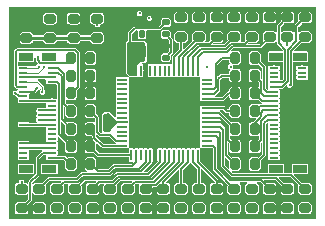
<source format=gbr>
%TF.GenerationSoftware,KiCad,Pcbnew,9.0.1-9.0.1-0~ubuntu24.04.1*%
%TF.CreationDate,2025-04-28T13:39:04+02:00*%
%TF.ProjectId,ILM139C,494c4d31-3339-4432-9e6b-696361645f70,V0.1.0*%
%TF.SameCoordinates,Original*%
%TF.FileFunction,Copper,L1,Top*%
%TF.FilePolarity,Positive*%
%FSLAX46Y46*%
G04 Gerber Fmt 4.6, Leading zero omitted, Abs format (unit mm)*
G04 Created by KiCad (PCBNEW 9.0.1-9.0.1-0~ubuntu24.04.1) date 2025-04-28 13:39:04*
%MOMM*%
%LPD*%
G01*
G04 APERTURE LIST*
G04 Aperture macros list*
%AMRoundRect*
0 Rectangle with rounded corners*
0 $1 Rounding radius*
0 $2 $3 $4 $5 $6 $7 $8 $9 X,Y pos of 4 corners*
0 Add a 4 corners polygon primitive as box body*
4,1,4,$2,$3,$4,$5,$6,$7,$8,$9,$2,$3,0*
0 Add four circle primitives for the rounded corners*
1,1,$1+$1,$2,$3*
1,1,$1+$1,$4,$5*
1,1,$1+$1,$6,$7*
1,1,$1+$1,$8,$9*
0 Add four rect primitives between the rounded corners*
20,1,$1+$1,$2,$3,$4,$5,0*
20,1,$1+$1,$4,$5,$6,$7,0*
20,1,$1+$1,$6,$7,$8,$9,0*
20,1,$1+$1,$8,$9,$2,$3,0*%
G04 Aperture macros list end*
%TA.AperFunction,SMDPad,CuDef*%
%ADD10RoundRect,0.200000X0.275000X-0.200000X0.275000X0.200000X-0.275000X0.200000X-0.275000X-0.200000X0*%
%TD*%
%TA.AperFunction,SMDPad,CuDef*%
%ADD11R,0.800000X0.200000*%
%TD*%
%TA.AperFunction,SMDPad,CuDef*%
%ADD12R,1.200000X0.700000*%
%TD*%
%TA.AperFunction,SMDPad,CuDef*%
%ADD13RoundRect,0.135000X-0.185000X0.135000X-0.185000X-0.135000X0.185000X-0.135000X0.185000X0.135000X0*%
%TD*%
%TA.AperFunction,SMDPad,CuDef*%
%ADD14RoundRect,0.200000X-0.200000X-0.275000X0.200000X-0.275000X0.200000X0.275000X-0.200000X0.275000X0*%
%TD*%
%TA.AperFunction,SMDPad,CuDef*%
%ADD15RoundRect,0.200000X0.200000X0.275000X-0.200000X0.275000X-0.200000X-0.275000X0.200000X-0.275000X0*%
%TD*%
%TA.AperFunction,SMDPad,CuDef*%
%ADD16RoundRect,0.200000X-0.275000X0.200000X-0.275000X-0.200000X0.275000X-0.200000X0.275000X0.200000X0*%
%TD*%
%TA.AperFunction,SMDPad,CuDef*%
%ADD17RoundRect,0.140000X-0.170000X0.140000X-0.170000X-0.140000X0.170000X-0.140000X0.170000X0.140000X0*%
%TD*%
%TA.AperFunction,SMDPad,CuDef*%
%ADD18RoundRect,0.140000X0.140000X0.170000X-0.140000X0.170000X-0.140000X-0.170000X0.140000X-0.170000X0*%
%TD*%
%TA.AperFunction,SMDPad,CuDef*%
%ADD19R,0.200000X0.950000*%
%TD*%
%TA.AperFunction,SMDPad,CuDef*%
%ADD20R,0.950000X0.200000*%
%TD*%
%TA.AperFunction,SMDPad,CuDef*%
%ADD21R,5.300000X5.300000*%
%TD*%
%TA.AperFunction,SMDPad,CuDef*%
%ADD22RoundRect,0.140000X-0.140000X-0.170000X0.140000X-0.170000X0.140000X0.170000X-0.140000X0.170000X0*%
%TD*%
%TA.AperFunction,SMDPad,CuDef*%
%ADD23RoundRect,0.135000X0.135000X0.185000X-0.135000X0.185000X-0.135000X-0.185000X0.135000X-0.185000X0*%
%TD*%
%TA.AperFunction,SMDPad,CuDef*%
%ADD24RoundRect,0.140000X0.170000X-0.140000X0.170000X0.140000X-0.170000X0.140000X-0.170000X-0.140000X0*%
%TD*%
%TA.AperFunction,ViaPad*%
%ADD25C,0.250000*%
%TD*%
%TA.AperFunction,Conductor*%
%ADD26C,0.127000*%
%TD*%
%TA.AperFunction,Conductor*%
%ADD27C,0.203200*%
%TD*%
%TA.AperFunction,Conductor*%
%ADD28C,0.100000*%
%TD*%
%TA.AperFunction,Conductor*%
%ADD29C,0.254000*%
%TD*%
G04 APERTURE END LIST*
D10*
%TO.P,R28,1*%
%TO.N,CS36*%
X109000000Y-54433501D03*
%TO.P,R28,2*%
%TO.N,S36*%
X109000000Y-52783501D03*
%TD*%
D11*
%TO.P,CN6,1,1*%
%TO.N,SW3*%
X91150000Y-57056501D03*
%TO.P,CN6,2,2*%
%TO.N,S4*%
X93550000Y-57056501D03*
%TO.P,CN6,3,3*%
%TO.N,SW2*%
X91150000Y-57456501D03*
%TO.P,CN6,4,4*%
%TO.N,S5*%
X93550000Y-57456501D03*
%TO.P,CN6,5,5*%
%TO.N,SW4*%
X91150000Y-57856501D03*
%TO.P,CN6,6,6*%
X93550000Y-57856501D03*
%TO.P,CN6,7,7*%
%TO.N,SW1*%
X91150000Y-58256501D03*
%TO.P,CN6,8,8*%
%TO.N,S6*%
X93550000Y-58256501D03*
%TO.P,CN6,9,9*%
%TO.N,S3*%
X91150000Y-58656501D03*
%TO.P,CN6,10,10*%
%TO.N,GND*%
X93550000Y-58656501D03*
%TO.P,CN6,11,11*%
%TO.N,S2*%
X91150000Y-59056501D03*
%TO.P,CN6,12,12*%
%TO.N,GND*%
X93550000Y-59056501D03*
%TO.P,CN6,13,13*%
%TO.N,S1*%
X91150000Y-59456501D03*
%TO.P,CN6,14,14*%
%TO.N,GND*%
X93550000Y-59456501D03*
%TO.P,CN6,15,15*%
%TO.N,SW5*%
X91150000Y-59856501D03*
%TO.P,CN6,16,16*%
X93550000Y-59856501D03*
%TO.P,CN6,17,17*%
%TO.N,GND*%
X91150000Y-60256501D03*
%TO.P,CN6,18,18*%
%TO.N,S16*%
X93550000Y-60256501D03*
%TO.P,CN6,19,19*%
%TO.N,GND*%
X91150000Y-60656501D03*
%TO.P,CN6,20,20*%
%TO.N,S15*%
X93550000Y-60656501D03*
%TO.P,CN6,21,21*%
%TO.N,GND*%
X91150000Y-61056501D03*
%TO.P,CN6,22,22*%
%TO.N,S14*%
X93550000Y-61056501D03*
%TO.P,CN6,23,23*%
%TO.N,GND*%
X91150000Y-61456501D03*
%TO.P,CN6,24,24*%
%TO.N,S13*%
X93550000Y-61456501D03*
%TO.P,CN6,25,25*%
%TO.N,SW6*%
X91150000Y-61856501D03*
%TO.P,CN6,26,26*%
X93550000Y-61856501D03*
%TO.P,CN6,27,27*%
%TO.N,GND*%
X91150000Y-62256501D03*
%TO.P,CN6,28,28*%
%TO.N,S12*%
X93550000Y-62256501D03*
%TO.P,CN6,29,29*%
%TO.N,GND*%
X91150000Y-62656501D03*
%TO.P,CN6,30,30*%
%TO.N,S11*%
X93550000Y-62656501D03*
%TO.P,CN6,31,31*%
%TO.N,GND*%
X91150000Y-63056501D03*
%TO.P,CN6,32,32*%
%TO.N,S10*%
X93550000Y-63056501D03*
%TO.P,CN6,33,33*%
%TO.N,S9*%
X91150000Y-63456501D03*
%TO.P,CN6,34,34*%
X93550000Y-63456501D03*
%TO.P,CN6,35,35*%
%TO.N,SW7*%
X91150000Y-63856501D03*
%TO.P,CN6,36,36*%
X93550000Y-63856501D03*
%TO.P,CN6,37,37*%
%TO.N,SW9*%
X91150000Y-64256501D03*
%TO.P,CN6,38,38*%
%TO.N,S8*%
X93550000Y-64256501D03*
%TO.P,CN6,39,39*%
%TO.N,SW8*%
X91150000Y-64656501D03*
%TO.P,CN6,40,40*%
%TO.N,S7*%
X93550000Y-64656501D03*
D12*
%TO.P,CN6,41,41*%
%TO.N,unconnected-(CN6-Pad41)*%
X91350000Y-65606501D03*
%TO.P,CN6,42,42*%
%TO.N,unconnected-(CN6-Pad42)*%
X93350000Y-65606501D03*
%TO.P,CN6,43,43*%
%TO.N,unconnected-(CN6-Pad43)*%
X91350000Y-56106501D03*
%TO.P,CN6,44,44*%
%TO.N,unconnected-(CN6-Pad44)*%
X93350000Y-56106501D03*
%TD*%
D13*
%TO.P,R40,1*%
%TO.N,VCC*%
X103200000Y-53198501D03*
%TO.P,R40,2*%
%TO.N,SDB*%
X103200000Y-54218501D03*
%TD*%
D14*
%TO.P,R21,1*%
%TO.N,CS25*%
X109075000Y-65208501D03*
%TO.P,R21,2*%
%TO.N,S25*%
X110725000Y-65208501D03*
%TD*%
D15*
%TO.P,R6,1*%
%TO.N,CS4*%
X96825000Y-60708501D03*
%TO.P,R6,2*%
%TO.N,S4*%
X95175000Y-60708501D03*
%TD*%
D14*
%TO.P,R34,1*%
%TO.N,CS30*%
X109075000Y-57708501D03*
%TO.P,R34,2*%
%TO.N,S30*%
X110725000Y-57708501D03*
%TD*%
D16*
%TO.P,R17,1*%
%TO.N,CS11*%
X95500000Y-67283501D03*
%TO.P,R17,2*%
%TO.N,S11*%
X95500000Y-68933501D03*
%TD*%
%TO.P,R27,1*%
%TO.N,CS19*%
X107500000Y-67283501D03*
%TO.P,R27,2*%
%TO.N,S19*%
X107500000Y-68933501D03*
%TD*%
D14*
%TO.P,R20,1*%
%TO.N,CS26*%
X109075000Y-63708501D03*
%TO.P,R20,2*%
%TO.N,S26*%
X110725000Y-63708501D03*
%TD*%
D16*
%TO.P,R25,1*%
%TO.N,CS21*%
X110500000Y-67283501D03*
%TO.P,R25,2*%
%TO.N,S21*%
X110500000Y-68933501D03*
%TD*%
D14*
%TO.P,R33,1*%
%TO.N,CS31*%
X109075000Y-56208501D03*
%TO.P,R33,2*%
%TO.N,S31*%
X110725000Y-56208501D03*
%TD*%
D10*
%TO.P,R42,1*%
%TO.N,Net-(U1-ADDR)*%
X91400000Y-54533501D03*
%TO.P,R42,2*%
%TO.N,GND*%
X91400000Y-52883501D03*
%TD*%
D16*
%TO.P,R18,1*%
%TO.N,CS10*%
X94000000Y-67283501D03*
%TO.P,R18,2*%
%TO.N,S10*%
X94000000Y-68933501D03*
%TD*%
D17*
%TO.P,C6,1*%
%TO.N,VCC*%
X98200000Y-62228501D03*
%TO.P,C6,2*%
%TO.N,GND*%
X98200000Y-63188501D03*
%TD*%
D16*
%TO.P,R13,1*%
%TO.N,CS15*%
X101500000Y-67283501D03*
%TO.P,R13,2*%
%TO.N,S15*%
X101500000Y-68933501D03*
%TD*%
D10*
%TO.P,R43,1*%
%TO.N,Net-(U1-ADDR)*%
X93400000Y-54533501D03*
%TO.P,R43,2*%
%TO.N,SCL*%
X93400000Y-52883501D03*
%TD*%
%TO.P,R37,1*%
%TO.N,CS39*%
X104500000Y-54433501D03*
%TO.P,R37,2*%
%TO.N,S39*%
X104500000Y-52783501D03*
%TD*%
D18*
%TO.P,C3,1*%
%TO.N,VCC*%
X100180000Y-56208501D03*
%TO.P,C3,2*%
%TO.N,GND*%
X99220000Y-56208501D03*
%TD*%
D15*
%TO.P,R4,1*%
%TO.N,CS6*%
X96825000Y-63708501D03*
%TO.P,R4,2*%
%TO.N,S6*%
X95175000Y-63708501D03*
%TD*%
D10*
%TO.P,R38,1*%
%TO.N,CS38*%
X106000000Y-54433501D03*
%TO.P,R38,2*%
%TO.N,S38*%
X106000000Y-52783501D03*
%TD*%
D16*
%TO.P,R24,1*%
%TO.N,CS22*%
X112000000Y-67283501D03*
%TO.P,R24,2*%
%TO.N,S22*%
X112000000Y-68933501D03*
%TD*%
D15*
%TO.P,R1,1*%
%TO.N,CS1*%
X96825000Y-56208501D03*
%TO.P,R1,2*%
%TO.N,S1*%
X95175000Y-56208501D03*
%TD*%
%TO.P,R9,1*%
%TO.N,CS7*%
X96825000Y-65208501D03*
%TO.P,R9,2*%
%TO.N,S7*%
X95175000Y-65208501D03*
%TD*%
D16*
%TO.P,R22,1*%
%TO.N,CS24*%
X115000000Y-67283501D03*
%TO.P,R22,2*%
%TO.N,S24*%
X115000000Y-68933501D03*
%TD*%
D10*
%TO.P,R30,1*%
%TO.N,CS34*%
X112000000Y-54433501D03*
%TO.P,R30,2*%
%TO.N,S34*%
X112000000Y-52783501D03*
%TD*%
D15*
%TO.P,R2,1*%
%TO.N,CS2*%
X96825000Y-57708501D03*
%TO.P,R2,2*%
%TO.N,S2*%
X95175000Y-57708501D03*
%TD*%
D16*
%TO.P,R7,1*%
%TO.N,CS9*%
X92500000Y-67283501D03*
%TO.P,R7,2*%
%TO.N,S9*%
X92500000Y-68933501D03*
%TD*%
D19*
%TO.P,U1,1,CS34*%
%TO.N,CS34*%
X105900000Y-57276501D03*
%TO.P,U1,2,CS35*%
%TO.N,CS35*%
X105500000Y-57276501D03*
%TO.P,U1,3,CS36*%
%TO.N,CS36*%
X105100000Y-57276501D03*
%TO.P,U1,4,CS37*%
%TO.N,CS37*%
X104700000Y-57276501D03*
%TO.P,U1,5,CS38*%
%TO.N,CS38*%
X104300000Y-57276501D03*
%TO.P,U1,6,CS39*%
%TO.N,CS39*%
X103900000Y-57276501D03*
%TO.P,U1,7,INTB*%
%TO.N,INTB*%
X103500000Y-57276501D03*
%TO.P,U1,8,ADDR*%
%TO.N,Net-(U1-ADDR)*%
X103100000Y-57276501D03*
%TO.P,U1,9,SDA*%
%TO.N,SDA*%
X102700000Y-57276501D03*
%TO.P,U1,10,SCL*%
%TO.N,SCL*%
X102300000Y-57276501D03*
%TO.P,U1,11,SDB*%
%TO.N,SDB*%
X101900000Y-57276501D03*
%TO.P,U1,12,GND*%
%TO.N,GND*%
X101500000Y-57276501D03*
%TO.P,U1,13,ISET*%
%TO.N,Net-(U1-ISET)*%
X101100000Y-57276501D03*
%TO.P,U1,14,AVCC*%
%TO.N,VCC*%
X100700000Y-57276501D03*
%TO.P,U1,15,PVCC*%
X100300000Y-57276501D03*
D20*
%TO.P,U1,16,SW1*%
%TO.N,SW1*%
X99530000Y-58056501D03*
%TO.P,U1,17,SW2*%
%TO.N,SW2*%
X99530000Y-58456501D03*
%TO.P,U1,18,SW3*%
%TO.N,SW3*%
X99530000Y-58856501D03*
%TO.P,U1,19,SW4*%
%TO.N,SW4*%
X99530000Y-59256501D03*
%TO.P,U1,20,SW5*%
%TO.N,SW5*%
X99530000Y-59656501D03*
%TO.P,U1,21,SW6*%
%TO.N,SW6*%
X99530000Y-60056501D03*
%TO.P,U1,22,SW7*%
%TO.N,SW7*%
X99530000Y-60456501D03*
%TO.P,U1,23,SW8*%
%TO.N,SW8*%
X99530000Y-60856501D03*
%TO.P,U1,24,SW9*%
%TO.N,SW9*%
X99530000Y-61256501D03*
%TO.P,U1,25,PVCC*%
%TO.N,VCC*%
X99530000Y-61656501D03*
%TO.P,U1,26,CS1*%
%TO.N,CS1*%
X99530000Y-62056501D03*
%TO.P,U1,27,CS2*%
%TO.N,CS2*%
X99530000Y-62456501D03*
%TO.P,U1,28,CS3*%
%TO.N,CS3*%
X99530000Y-62856501D03*
%TO.P,U1,29,CS4*%
%TO.N,CS4*%
X99530000Y-63256501D03*
%TO.P,U1,30,CS5*%
%TO.N,CS5*%
X99530000Y-63656501D03*
D19*
%TO.P,U1,31,CS6*%
%TO.N,CS6*%
X100300000Y-64436501D03*
%TO.P,U1,32,CS7*%
%TO.N,CS7*%
X100700000Y-64436501D03*
%TO.P,U1,33,CS8*%
%TO.N,CS8*%
X101100000Y-64436501D03*
%TO.P,U1,34,CS9*%
%TO.N,CS9*%
X101500000Y-64436501D03*
%TO.P,U1,35,CS10*%
%TO.N,CS10*%
X101900000Y-64436501D03*
%TO.P,U1,36,GND*%
%TO.N,GND*%
X102300000Y-64436501D03*
%TO.P,U1,37,CS11*%
%TO.N,CS11*%
X102700000Y-64436501D03*
%TO.P,U1,38,CS12*%
%TO.N,CS12*%
X103100000Y-64436501D03*
%TO.P,U1,39,CS13*%
%TO.N,CS13*%
X103500000Y-64436501D03*
%TO.P,U1,40,CS14*%
%TO.N,CS14*%
X103900000Y-64436501D03*
%TO.P,U1,41,CS15*%
%TO.N,CS15*%
X104300000Y-64436501D03*
%TO.P,U1,42,CS16*%
%TO.N,CS16*%
X104700000Y-64436501D03*
%TO.P,U1,43,CS17*%
%TO.N,CS17*%
X105100000Y-64436501D03*
%TO.P,U1,44,CS18*%
%TO.N,CS18*%
X105500000Y-64436501D03*
%TO.P,U1,45,CS19*%
%TO.N,CS19*%
X105900000Y-64436501D03*
D20*
%TO.P,U1,46,CS20*%
%TO.N,CS20*%
X106670000Y-63656501D03*
%TO.P,U1,47,CS21*%
%TO.N,CS21*%
X106670000Y-63256501D03*
%TO.P,U1,48,CS22*%
%TO.N,CS22*%
X106670000Y-62856501D03*
%TO.P,U1,49,CS23*%
%TO.N,CS23*%
X106670000Y-62456501D03*
%TO.P,U1,50,CS24*%
%TO.N,CS24*%
X106670000Y-62056501D03*
%TO.P,U1,51,CS25*%
%TO.N,CS25*%
X106670000Y-61656501D03*
%TO.P,U1,52,CS26*%
%TO.N,CS26*%
X106670000Y-61256501D03*
%TO.P,U1,53,CS27*%
%TO.N,CS27*%
X106670000Y-60856501D03*
%TO.P,U1,54,CS28*%
%TO.N,CS28*%
X106670000Y-60456501D03*
%TO.P,U1,55,GND*%
%TO.N,GND*%
X106670000Y-60056501D03*
%TO.P,U1,56,CS29*%
%TO.N,CS29*%
X106670000Y-59656501D03*
%TO.P,U1,57,CS30*%
%TO.N,CS30*%
X106670000Y-59256501D03*
%TO.P,U1,58,CS31*%
%TO.N,CS31*%
X106670000Y-58856501D03*
%TO.P,U1,59,CS32*%
%TO.N,CS32*%
X106670000Y-58456501D03*
%TO.P,U1,60,CS33*%
%TO.N,CS33*%
X106670000Y-58056501D03*
D21*
%TO.P,U1,61,EP*%
%TO.N,GND*%
X103100000Y-60856501D03*
%TD*%
D14*
%TO.P,R35,1*%
%TO.N,CS29*%
X109075000Y-59208501D03*
%TO.P,R35,2*%
%TO.N,S29*%
X110725000Y-59208501D03*
%TD*%
D11*
%TO.P,CN5,1,1*%
%TO.N,S36*%
X112350000Y-57056501D03*
%TO.P,CN5,2,2*%
%TO.N,S37*%
X114750000Y-57056501D03*
%TO.P,CN5,3,3*%
%TO.N,S35*%
X112350000Y-57456501D03*
%TO.P,CN5,4,4*%
%TO.N,S38*%
X114750000Y-57456501D03*
%TO.P,CN5,5,5*%
%TO.N,S34*%
X112350000Y-57856501D03*
%TO.P,CN5,6,6*%
%TO.N,S39*%
X114750000Y-57856501D03*
%TO.P,CN5,7,7*%
%TO.N,S33*%
X112350000Y-58256501D03*
%TO.P,CN5,8,8*%
%TO.N,GND*%
X114750000Y-58256501D03*
%TO.P,CN5,9,9*%
%TO.N,S32*%
X112350000Y-58656501D03*
%TO.P,CN5,10,10*%
%TO.N,GND*%
X114750000Y-58656501D03*
%TO.P,CN5,11,11*%
%TO.N,S31*%
X112350000Y-59056501D03*
%TO.P,CN5,12,12*%
%TO.N,GND*%
X114750000Y-59056501D03*
%TO.P,CN5,13,13*%
%TO.N,S30*%
X112350000Y-59456501D03*
%TO.P,CN5,14,14*%
%TO.N,GND*%
X114750000Y-59456501D03*
%TO.P,CN5,15,15*%
%TO.N,S29*%
X112350000Y-59856501D03*
%TO.P,CN5,16,16*%
%TO.N,GND*%
X114750000Y-59856501D03*
%TO.P,CN5,17,17*%
%TO.N,S28*%
X112350000Y-60256501D03*
%TO.P,CN5,18,18*%
%TO.N,GND*%
X114750000Y-60256501D03*
%TO.P,CN5,19,19*%
%TO.N,S27*%
X112350000Y-60656501D03*
%TO.P,CN5,20,20*%
%TO.N,GND*%
X114750000Y-60656501D03*
%TO.P,CN5,21,21*%
%TO.N,S26*%
X112350000Y-61056501D03*
%TO.P,CN5,22,22*%
%TO.N,GND*%
X114750000Y-61056501D03*
%TO.P,CN5,23,23*%
%TO.N,S25*%
X112350000Y-61456501D03*
%TO.P,CN5,24,24*%
%TO.N,GND*%
X114750000Y-61456501D03*
%TO.P,CN5,25,25*%
%TO.N,S24*%
X112350000Y-61856501D03*
%TO.P,CN5,26,26*%
%TO.N,GND*%
X114750000Y-61856501D03*
%TO.P,CN5,27,27*%
%TO.N,S23*%
X112350000Y-62256501D03*
%TO.P,CN5,28,28*%
%TO.N,GND*%
X114750000Y-62256501D03*
%TO.P,CN5,29,29*%
%TO.N,S22*%
X112350000Y-62656501D03*
%TO.P,CN5,30,30*%
%TO.N,GND*%
X114750000Y-62656501D03*
%TO.P,CN5,31,31*%
%TO.N,S21*%
X112350000Y-63056501D03*
%TO.P,CN5,32,32*%
%TO.N,GND*%
X114750000Y-63056501D03*
%TO.P,CN5,33,33*%
%TO.N,S20*%
X112350000Y-63456501D03*
%TO.P,CN5,34,34*%
%TO.N,GND*%
X114750000Y-63456501D03*
%TO.P,CN5,35,35*%
%TO.N,S19*%
X112350000Y-63856501D03*
%TO.P,CN5,36,36*%
%TO.N,GND*%
X114750000Y-63856501D03*
%TO.P,CN5,37,37*%
%TO.N,S18*%
X112350000Y-64256501D03*
%TO.P,CN5,38,38*%
%TO.N,GND*%
X114750000Y-64256501D03*
%TO.P,CN5,39,39*%
%TO.N,S17*%
X112350000Y-64656501D03*
%TO.P,CN5,40,40*%
%TO.N,GND*%
X114750000Y-64656501D03*
D12*
%TO.P,CN5,41,41*%
%TO.N,unconnected-(CN5-Pad41)*%
X112550000Y-65606501D03*
%TO.P,CN5,42,42*%
%TO.N,unconnected-(CN5-Pad42)*%
X114550000Y-65606501D03*
%TO.P,CN5,43,43*%
%TO.N,unconnected-(CN5-Pad43)*%
X112550000Y-56106501D03*
%TO.P,CN5,44,44*%
%TO.N,unconnected-(CN5-Pad44)*%
X114550000Y-56106501D03*
%TD*%
D22*
%TO.P,C2,1*%
%TO.N,VCC*%
X101220000Y-56208501D03*
%TO.P,C2,2*%
%TO.N,GND*%
X102180000Y-56208501D03*
%TD*%
D16*
%TO.P,R14,1*%
%TO.N,CS14*%
X100000000Y-67283501D03*
%TO.P,R14,2*%
%TO.N,S14*%
X100000000Y-68933501D03*
%TD*%
D22*
%TO.P,C1,1*%
%TO.N,VCC*%
X101220000Y-55208501D03*
%TO.P,C1,2*%
%TO.N,GND*%
X102180000Y-55208501D03*
%TD*%
D14*
%TO.P,R19,1*%
%TO.N,CS27*%
X109075000Y-62208501D03*
%TO.P,R19,2*%
%TO.N,S27*%
X110725000Y-62208501D03*
%TD*%
D15*
%TO.P,R5,1*%
%TO.N,CS5*%
X96825000Y-62208501D03*
%TO.P,R5,2*%
%TO.N,S5*%
X95175000Y-62208501D03*
%TD*%
%TO.P,R3,1*%
%TO.N,CS3*%
X96825000Y-59208501D03*
%TO.P,R3,2*%
%TO.N,S3*%
X95175000Y-59208501D03*
%TD*%
D10*
%TO.P,R29,1*%
%TO.N,CS35*%
X110500000Y-54433501D03*
%TO.P,R29,2*%
%TO.N,S35*%
X110500000Y-52783501D03*
%TD*%
D23*
%TO.P,R41,1*%
%TO.N,GND*%
X102210000Y-54208501D03*
%TO.P,R41,2*%
%TO.N,Net-(U1-ISET)*%
X101190000Y-54208501D03*
%TD*%
D16*
%TO.P,R23,1*%
%TO.N,CS23*%
X113500000Y-67283501D03*
%TO.P,R23,2*%
%TO.N,S23*%
X113500000Y-68933501D03*
%TD*%
%TO.P,R10,1*%
%TO.N,CS18*%
X106000000Y-67283501D03*
%TO.P,R10,2*%
%TO.N,S18*%
X106000000Y-68933501D03*
%TD*%
%TO.P,R11,1*%
%TO.N,CS17*%
X104500000Y-67283501D03*
%TO.P,R11,2*%
%TO.N,S17*%
X104500000Y-68933501D03*
%TD*%
%TO.P,R12,1*%
%TO.N,CS16*%
X103000000Y-67283501D03*
%TO.P,R12,2*%
%TO.N,S16*%
X103000000Y-68933501D03*
%TD*%
D24*
%TO.P,C7,1*%
%TO.N,SDB*%
X103200000Y-56188501D03*
%TO.P,C7,2*%
%TO.N,GND*%
X103200000Y-55228501D03*
%TD*%
D10*
%TO.P,R39,1*%
%TO.N,CS37*%
X107500000Y-54433501D03*
%TO.P,R39,2*%
%TO.N,S37*%
X107500000Y-52783501D03*
%TD*%
D24*
%TO.P,C5,1*%
%TO.N,VCC*%
X98200000Y-61188501D03*
%TO.P,C5,2*%
%TO.N,GND*%
X98200000Y-60228501D03*
%TD*%
D10*
%TO.P,R44,1*%
%TO.N,Net-(U1-ADDR)*%
X95400000Y-54533501D03*
%TO.P,R44,2*%
%TO.N,SDA*%
X95400000Y-52883501D03*
%TD*%
D18*
%TO.P,C4,1*%
%TO.N,VCC*%
X100180000Y-55208501D03*
%TO.P,C4,2*%
%TO.N,GND*%
X99220000Y-55208501D03*
%TD*%
D16*
%TO.P,R16,1*%
%TO.N,CS12*%
X97000000Y-67283501D03*
%TO.P,R16,2*%
%TO.N,S12*%
X97000000Y-68933501D03*
%TD*%
D14*
%TO.P,R36,1*%
%TO.N,CS28*%
X109075000Y-60708501D03*
%TO.P,R36,2*%
%TO.N,S28*%
X110725000Y-60708501D03*
%TD*%
D10*
%TO.P,R32,1*%
%TO.N,CS32*%
X115000000Y-54433501D03*
%TO.P,R32,2*%
%TO.N,S32*%
X115000000Y-52783501D03*
%TD*%
D16*
%TO.P,R26,1*%
%TO.N,CS20*%
X109000000Y-67283501D03*
%TO.P,R26,2*%
%TO.N,S20*%
X109000000Y-68933501D03*
%TD*%
D10*
%TO.P,R31,1*%
%TO.N,CS33*%
X113500000Y-54433501D03*
%TO.P,R31,2*%
%TO.N,S33*%
X113500000Y-52783501D03*
%TD*%
D16*
%TO.P,R15,1*%
%TO.N,CS13*%
X98500000Y-67283501D03*
%TO.P,R15,2*%
%TO.N,S13*%
X98500000Y-68933501D03*
%TD*%
%TO.P,R8,1*%
%TO.N,CS8*%
X91000000Y-67283501D03*
%TO.P,R8,2*%
%TO.N,S8*%
X91000000Y-68933501D03*
%TD*%
D10*
%TO.P,R45,1*%
%TO.N,Net-(U1-ADDR)*%
X97400000Y-54533501D03*
%TO.P,R45,2*%
%TO.N,VCC*%
X97400000Y-52883501D03*
%TD*%
D25*
%TO.N,SCL*%
X102300000Y-57276501D03*
X100982000Y-52433501D03*
X93400000Y-52883501D03*
%TO.N,GND*%
X103100000Y-60856501D03*
X104600000Y-60856501D03*
X107850000Y-60058501D03*
X106324000Y-64069501D03*
X103100000Y-58508501D03*
X99050000Y-53958501D03*
X111750000Y-55558501D03*
X103100000Y-63008501D03*
X107798000Y-56838501D03*
X107850000Y-57358501D03*
X102210000Y-54208501D03*
X97572000Y-63993501D03*
X103750000Y-67158501D03*
X112350000Y-55258501D03*
X109950000Y-63758501D03*
X104600000Y-62008501D03*
X98200000Y-60228501D03*
X91400000Y-52883501D03*
X103100000Y-62008501D03*
X95950000Y-62058501D03*
X103100000Y-59508501D03*
X91150000Y-60256501D03*
X98435000Y-57491501D03*
X90305000Y-63431501D03*
X101600000Y-63008501D03*
X105250000Y-67158501D03*
X92050000Y-59403501D03*
X92693000Y-63037501D03*
X100850000Y-53258501D03*
X102180000Y-55208501D03*
X101600000Y-60856501D03*
X106036000Y-53553501D03*
X104462000Y-53579501D03*
X90992000Y-68114501D03*
X105500000Y-60856501D03*
X98550000Y-64058501D03*
X100700000Y-60856501D03*
X101600000Y-59508501D03*
X98112000Y-64786501D03*
X105500000Y-59508501D03*
X97654000Y-57927501D03*
X114750000Y-62656501D03*
X100700000Y-62008501D03*
X104600000Y-59508501D03*
X91972000Y-60295501D03*
X93550000Y-59456501D03*
X94350000Y-53058501D03*
X107911000Y-59216501D03*
X91560000Y-62348501D03*
X103200000Y-55228501D03*
X95950000Y-59258501D03*
X105500000Y-58508501D03*
X107020000Y-64914501D03*
X103250000Y-52358501D03*
X109864000Y-65180501D03*
X105250000Y-65558501D03*
X101500000Y-57276501D03*
X115459000Y-64422501D03*
X100700000Y-59508501D03*
X101600000Y-58508501D03*
X99372000Y-64781501D03*
X91707000Y-56712501D03*
X115511000Y-66339501D03*
X107450000Y-60058501D03*
X100700000Y-58508501D03*
X114950000Y-66358501D03*
X108401000Y-65076501D03*
X109850000Y-60658501D03*
X100700000Y-63008501D03*
X90285000Y-66016501D03*
X99220000Y-55208501D03*
X102300000Y-64436501D03*
X114750000Y-59056501D03*
X102180000Y-56208501D03*
X115434000Y-62104501D03*
X105500000Y-62008501D03*
X91150000Y-63056501D03*
X105500000Y-63008501D03*
X99220000Y-56208501D03*
X109950000Y-59158501D03*
X114750000Y-60656501D03*
X91150000Y-61456501D03*
X114750000Y-64656501D03*
X106750000Y-67158501D03*
X109850000Y-62058501D03*
X113359000Y-60025501D03*
X92470000Y-68082501D03*
X98200000Y-63188501D03*
X101600000Y-62008501D03*
X97565000Y-59044501D03*
X106670000Y-60056501D03*
X90379000Y-61204501D03*
X92710000Y-60218501D03*
X91150000Y-62256501D03*
X92249000Y-64206501D03*
X104600000Y-58508501D03*
X104600000Y-63008501D03*
%TO.N,SDA*%
X101799000Y-52835501D03*
X102700000Y-57276501D03*
X95400000Y-52883501D03*
%TO.N,VCC*%
X100500000Y-55508501D03*
X98665000Y-61536501D03*
X100100000Y-55508501D03*
X98650000Y-61958501D03*
X100900000Y-55508501D03*
X100900000Y-55108501D03*
X97400000Y-53408501D03*
X98119000Y-61648501D03*
X100500000Y-55108501D03*
X100100000Y-55108501D03*
%TO.N,SW1*%
X99530000Y-58056501D03*
X92763000Y-59087501D03*
%TO.N,INTB*%
X103500000Y-57276501D03*
X108700000Y-56958501D03*
%TO.N,SW3*%
X99530000Y-58856501D03*
X92442000Y-56956499D03*
%TO.N,Net-(U1-ISET)*%
X101100000Y-57276501D03*
X101190000Y-54208501D03*
%TO.N,SW5*%
X93550000Y-59856501D03*
X99530000Y-59656501D03*
%TO.N,CS2*%
X99530000Y-62456501D03*
X96825000Y-57708501D03*
%TO.N,SW2*%
X92897998Y-56960197D03*
X99530000Y-58456501D03*
%TO.N,SW7*%
X93550000Y-63856501D03*
X99530000Y-60456501D03*
%TO.N,SW9*%
X91150000Y-64256501D03*
X99530000Y-61256501D03*
%TO.N,CS1*%
X99530000Y-62056501D03*
X96825000Y-56208501D03*
%TO.N,SW4*%
X93107002Y-57856501D03*
X99530000Y-59256501D03*
%TO.N,CS32*%
X106670000Y-58456501D03*
X113683000Y-58492501D03*
%TO.N,SDB*%
X106700000Y-56958501D03*
X103200000Y-56188501D03*
X101900000Y-57276501D03*
%TO.N,CS3*%
X96825000Y-59208501D03*
X99530000Y-62856501D03*
%TO.N,CS33*%
X113500000Y-55079501D03*
X106670000Y-58056501D03*
%TO.N,CS8*%
X91000000Y-66716499D03*
X101100000Y-64436501D03*
%TO.N,SW8*%
X99530000Y-60856501D03*
X91150000Y-64656501D03*
%TO.N,CS21*%
X110500000Y-67283501D03*
X106670000Y-63256501D03*
%TO.N,SW6*%
X93550000Y-61856501D03*
X99530000Y-60056501D03*
%TO.N,S1*%
X92355000Y-56115501D03*
X90458000Y-59161501D03*
%TO.N,S2*%
X92326000Y-58736501D03*
X95175000Y-57708501D03*
%TO.N,S9*%
X91150000Y-63456501D03*
X92500000Y-68933501D03*
%TO.N,S18*%
X106000000Y-68933501D03*
X112350000Y-64256501D03*
%TO.N,S17*%
X104500000Y-68933501D03*
X112350000Y-64656501D03*
%TO.N,S16*%
X93550000Y-60256501D03*
X103000000Y-68933501D03*
%TO.N,S15*%
X101500000Y-68933501D03*
X92457000Y-60655501D03*
%TO.N,S14*%
X92450000Y-61056501D03*
X100000000Y-68933501D03*
%TO.N,S13*%
X92445000Y-61456501D03*
X98500000Y-68933501D03*
%TO.N,S12*%
X97000000Y-68933501D03*
X93550000Y-62256501D03*
%TO.N,S11*%
X95500000Y-68933501D03*
X93550000Y-62656501D03*
%TO.N,S10*%
X93550000Y-63056501D03*
X94000000Y-68933501D03*
%TO.N,S24*%
X115000000Y-68933501D03*
X112350000Y-61856501D03*
%TO.N,S23*%
X112350000Y-62256501D03*
X113500000Y-68933501D03*
%TO.N,S22*%
X112350000Y-62656501D03*
X112000000Y-68933501D03*
%TO.N,S21*%
X112350000Y-63056501D03*
X110500000Y-68933501D03*
%TO.N,S20*%
X109000000Y-68933501D03*
X112350000Y-63456501D03*
%TO.N,S19*%
X107500000Y-68933501D03*
X112350000Y-63856501D03*
%TO.N,S36*%
X112350000Y-57056501D03*
X109000000Y-52783501D03*
%TO.N,S35*%
X112350000Y-57456501D03*
X110500000Y-52783501D03*
%TO.N,S34*%
X112350000Y-57856501D03*
X112000000Y-52783501D03*
%TO.N,S39*%
X104500000Y-52783501D03*
X114750000Y-57856501D03*
%TO.N,S38*%
X106000000Y-52783501D03*
X114750000Y-57456501D03*
%TO.N,S37*%
X107500000Y-52783501D03*
X114750000Y-57056501D03*
%TO.N,Net-(U1-ADDR)*%
X103100000Y-57276501D03*
X97400000Y-54533501D03*
%TD*%
D26*
%TO.N,VCC*%
X100180000Y-55208501D02*
X100180000Y-54135501D01*
D27*
X97400000Y-52883501D02*
X97400000Y-53408501D01*
D26*
X100180000Y-54135501D02*
X100599000Y-53716501D01*
X102682000Y-53716501D02*
X103200000Y-53198501D01*
X100599000Y-53716501D02*
X102682000Y-53716501D01*
%TO.N,CS16*%
X103000000Y-66733501D02*
X103000000Y-67283501D01*
X104700000Y-64436501D02*
X104700000Y-65033501D01*
X104700000Y-65033501D02*
X103000000Y-66733501D01*
D28*
%TO.N,SW1*%
X92763000Y-58712467D02*
X92763000Y-59087501D01*
X91150000Y-58256501D02*
X92307034Y-58256501D01*
X92307034Y-58256501D02*
X92763000Y-58712467D01*
D26*
%TO.N,CS14*%
X103900000Y-64436501D02*
X103900000Y-65042501D01*
X103900000Y-65042501D02*
X102223500Y-66719001D01*
X100564500Y-66719001D02*
X100000000Y-67283501D01*
X102223500Y-66719001D02*
X100564500Y-66719001D01*
%TO.N,CS23*%
X112565500Y-66349001D02*
X113500000Y-67283501D01*
X107826500Y-65465121D02*
X108710380Y-66349001D01*
X107826500Y-62596501D02*
X107826500Y-65465121D01*
X108710380Y-66349001D02*
X112565500Y-66349001D01*
X106670000Y-62456501D02*
X107686500Y-62456501D01*
X107686500Y-62456501D02*
X107826500Y-62596501D01*
%TO.N,CS38*%
X104300000Y-57276501D02*
X104300000Y-56133501D01*
X104300000Y-56133501D02*
X106000000Y-54433501D01*
%TO.N,CS15*%
X104300000Y-64987479D02*
X102340478Y-66947001D01*
X104300000Y-64436501D02*
X104300000Y-64987479D01*
X102064000Y-66947001D02*
X101836500Y-66947001D01*
X101758000Y-67283501D02*
X101500000Y-67283501D01*
X102064000Y-66947001D02*
X102064000Y-66977501D01*
X101836500Y-66947001D02*
X101500000Y-67283501D01*
X102340478Y-66947001D02*
X102064000Y-66947001D01*
X102064000Y-66977501D02*
X101758000Y-67283501D01*
%TO.N,CS4*%
X99530000Y-63256501D02*
X99012508Y-63256501D01*
X98500008Y-62744001D02*
X97648940Y-62744001D01*
X97389500Y-61273001D02*
X96825000Y-60708501D01*
X97389500Y-62484561D02*
X97389500Y-61273001D01*
X97648940Y-62744001D02*
X97389500Y-62484561D01*
X99012508Y-63256501D02*
X98500008Y-62744001D01*
%TO.N,CS30*%
X107644000Y-58931501D02*
X107319000Y-59256501D01*
X109075000Y-57708501D02*
X107921000Y-57708501D01*
X107921000Y-57708501D02*
X107644000Y-57985501D01*
X107644000Y-57985501D02*
X107644000Y-58931501D01*
X107319000Y-59256501D02*
X106670000Y-59256501D01*
D28*
%TO.N,SW3*%
X91150000Y-57056501D02*
X92341998Y-57056501D01*
X92341998Y-57056501D02*
X92442000Y-56956499D01*
D26*
%TO.N,CS5*%
X97160000Y-62956620D02*
X97859881Y-63656501D01*
X97160000Y-62543501D02*
X97160000Y-62799501D01*
X97859881Y-63656501D02*
X99530000Y-63656501D01*
X96825000Y-62208501D02*
X97160000Y-62543501D01*
X96825000Y-62459501D02*
X96825000Y-62208501D01*
X97160000Y-62799501D02*
X97160000Y-62794501D01*
X97160000Y-62799501D02*
X97160000Y-62956620D01*
X97160000Y-62794501D02*
X96825000Y-62459501D01*
%TO.N,CS17*%
X105100000Y-65044501D02*
X104500000Y-65644501D01*
X105100000Y-64436501D02*
X105100000Y-65044501D01*
X104500000Y-65644501D02*
X104500000Y-67283501D01*
%TO.N,CS31*%
X106670000Y-58856501D02*
X107273000Y-58856501D01*
X107273000Y-58856501D02*
X107416000Y-58713501D01*
X107416000Y-58713501D02*
X107416000Y-56720501D01*
X107416000Y-56720501D02*
X107928000Y-56208501D01*
X107928000Y-56208501D02*
X109075000Y-56208501D01*
%TO.N,CS24*%
X108054500Y-62308001D02*
X108054500Y-65370681D01*
X108804820Y-66121001D02*
X113837500Y-66121001D01*
X108054500Y-65370681D02*
X108804820Y-66121001D01*
X107803000Y-62056501D02*
X108054500Y-62308001D01*
X106670000Y-62056501D02*
X107803000Y-62056501D01*
X113837500Y-66121001D02*
X115000000Y-67283501D01*
%TO.N,CS10*%
X94564500Y-66719001D02*
X94000000Y-67283501D01*
X96198060Y-66263001D02*
X95742060Y-66719001D01*
X99000500Y-65807001D02*
X98544500Y-66263001D01*
X98544500Y-66263001D02*
X96198060Y-66263001D01*
X101143500Y-65807001D02*
X99000500Y-65807001D01*
X101900000Y-64436501D02*
X101900000Y-65050501D01*
X95742060Y-66719001D02*
X94564500Y-66719001D01*
X101900000Y-65050501D02*
X101143500Y-65807001D01*
%TO.N,SW5*%
X91150000Y-59856501D02*
X93550000Y-59856501D01*
%TO.N,CS12*%
X97564500Y-66719001D02*
X97000000Y-67283501D01*
X103100000Y-64436501D02*
X103100000Y-65044501D01*
X98742059Y-66719001D02*
X97564500Y-66719001D01*
X99198059Y-66263001D02*
X98742059Y-66719001D01*
X101881500Y-66263001D02*
X99198059Y-66263001D01*
X103100000Y-65044501D02*
X101881500Y-66263001D01*
%TO.N,CS37*%
X104700000Y-57276501D02*
X104700000Y-56148501D01*
X104700000Y-56148501D02*
X105850500Y-54998001D01*
X105850500Y-54998001D02*
X106935500Y-54998001D01*
X106935500Y-54998001D02*
X107500000Y-54433501D01*
%TO.N,CS29*%
X108526000Y-59208501D02*
X109075000Y-59208501D01*
X108078000Y-59656501D02*
X108526000Y-59208501D01*
X106670000Y-59656501D02*
X108078000Y-59656501D01*
D28*
%TO.N,SW2*%
X91150000Y-57456501D02*
X92401694Y-57456501D01*
X92401694Y-57456501D02*
X92897998Y-56960197D01*
D26*
%TO.N,CS34*%
X112000000Y-54433501D02*
X111207500Y-55226001D01*
X111207500Y-55226001D02*
X108852380Y-55226001D01*
X108852380Y-55226001D02*
X108624381Y-55454001D01*
X106366500Y-55682001D02*
X105900000Y-56148501D01*
X108396380Y-55682001D02*
X106366500Y-55682001D01*
X105900000Y-56148501D02*
X105900000Y-57276501D01*
X108624381Y-55454001D02*
X108396380Y-55682001D01*
%TO.N,SW7*%
X91150000Y-63856501D02*
X93550000Y-63856501D01*
%TO.N,CS39*%
X104500000Y-55535501D02*
X104500000Y-54433501D01*
X103900000Y-56135501D02*
X104500000Y-55535501D01*
X103900000Y-57276501D02*
X103900000Y-56135501D01*
%TO.N,CS26*%
X108510500Y-63144001D02*
X109075000Y-63708501D01*
X107800560Y-61256501D02*
X108510500Y-61966441D01*
X106670000Y-61256501D02*
X107800560Y-61256501D01*
X108510500Y-61966441D02*
X108510500Y-63144001D01*
%TO.N,CS28*%
X108109000Y-60456501D02*
X108361000Y-60708501D01*
X108361000Y-60708501D02*
X109075000Y-60708501D01*
X106670000Y-60456501D02*
X108109000Y-60456501D01*
%TO.N,CS20*%
X107370500Y-65654001D02*
X109000000Y-67283501D01*
X107370500Y-63799001D02*
X107370500Y-65654001D01*
X107228000Y-63656501D02*
X107370500Y-63799001D01*
X106670000Y-63656501D02*
X107228000Y-63656501D01*
%TO.N,SW4*%
X91150000Y-57856501D02*
X93107002Y-57856501D01*
%TO.N,CS32*%
X115000000Y-54433501D02*
X114960440Y-54433501D01*
X113771002Y-58492501D02*
X113683000Y-58492501D01*
X113773000Y-55620941D02*
X113773000Y-58490503D01*
X114960440Y-54433501D02*
X113773000Y-55620941D01*
X113773000Y-58490503D02*
X113771002Y-58492501D01*
%TO.N,SDB*%
X103674500Y-55714001D02*
X103200000Y-56188501D01*
X103200000Y-54218501D02*
X103674500Y-54693001D01*
X103674500Y-54693001D02*
X103674500Y-55714001D01*
%TO.N,CS22*%
X111293500Y-66577001D02*
X112000000Y-67283501D01*
X106670000Y-62856501D02*
X107484000Y-62856501D01*
X107598500Y-62971001D02*
X107598500Y-65559561D01*
X107484000Y-62856501D02*
X107598500Y-62971001D01*
X108615940Y-66577001D02*
X111293500Y-66577001D01*
X107598500Y-65559561D02*
X108615940Y-66577001D01*
%TO.N,CS19*%
X107500000Y-66639501D02*
X107500000Y-67283501D01*
X105900000Y-65039501D02*
X107500000Y-66639501D01*
X105900000Y-64436501D02*
X105900000Y-65039501D01*
%TO.N,CS36*%
X106027500Y-55226001D02*
X108207500Y-55226001D01*
X108207500Y-55226001D02*
X109000000Y-54433501D01*
X105100000Y-57276501D02*
X105100000Y-56153501D01*
X105100000Y-56153501D02*
X106027500Y-55226001D01*
%TO.N,CS27*%
X107723000Y-60856501D02*
X109075000Y-62208501D01*
X106670000Y-60856501D02*
X107723000Y-60856501D01*
%TO.N,CS9*%
X100969500Y-65579001D02*
X98906059Y-65579001D01*
X98906059Y-65579001D02*
X98450059Y-66035001D01*
X96103619Y-66035001D02*
X95647619Y-66491001D01*
X93292500Y-66491001D02*
X92500000Y-67283501D01*
X101500000Y-65048501D02*
X100969500Y-65579001D01*
X95647619Y-66491001D02*
X93292500Y-66491001D01*
X101500000Y-64436501D02*
X101500000Y-65048501D01*
X98450059Y-66035001D02*
X96103619Y-66035001D01*
%TO.N,CS33*%
X113500000Y-54433501D02*
X113500000Y-55079501D01*
%TO.N,CS13*%
X99292500Y-66491001D02*
X98500000Y-67283501D01*
X103500000Y-65038501D02*
X102047500Y-66491001D01*
X103500000Y-64436501D02*
X103500000Y-65038501D01*
X102047500Y-66491001D02*
X99292500Y-66491001D01*
%TO.N,CS18*%
X105500000Y-64436501D02*
X105500000Y-65043501D01*
X105500000Y-65043501D02*
X106000000Y-65543501D01*
X106000000Y-65543501D02*
X106000000Y-67283501D01*
%TO.N,CS25*%
X108282500Y-62060881D02*
X108282500Y-64416001D01*
X108282500Y-64416001D02*
X109075000Y-65208501D01*
X106670000Y-61656501D02*
X107878120Y-61656501D01*
X107878120Y-61656501D02*
X108282500Y-62060881D01*
%TO.N,CS8*%
X91000000Y-67283501D02*
X91000000Y-66716499D01*
%TO.N,CS11*%
X101713500Y-66035001D02*
X99103618Y-66035001D01*
X99103618Y-66035001D02*
X98647618Y-66491001D01*
X98647618Y-66491001D02*
X96292500Y-66491001D01*
X96292500Y-66491001D02*
X95500000Y-67283501D01*
X102700000Y-64436501D02*
X102700000Y-65048501D01*
X102700000Y-65048501D02*
X101713500Y-66035001D01*
%TO.N,CS7*%
X100384500Y-65351001D02*
X98811619Y-65351001D01*
X98355619Y-65807001D02*
X97423500Y-65807001D01*
X100700000Y-64436501D02*
X100700000Y-65035501D01*
X100700000Y-65035501D02*
X100384500Y-65351001D01*
X97423500Y-65807001D02*
X96825000Y-65208501D01*
X98811619Y-65351001D02*
X98355619Y-65807001D01*
%TO.N,CS6*%
X100300000Y-64437501D02*
X97499000Y-64437501D01*
X96825000Y-63763501D02*
X96825000Y-63708501D01*
X100300000Y-64436501D02*
X100300000Y-64437501D01*
X97499000Y-64437501D02*
X96825000Y-63763501D01*
%TO.N,CS35*%
X105500000Y-57276501D02*
X105500000Y-56153501D01*
X108757940Y-54998001D02*
X109935500Y-54998001D01*
X106199500Y-55454001D02*
X108301940Y-55454001D01*
X108301940Y-55454001D02*
X108757940Y-54998001D01*
X109935500Y-54998001D02*
X110500000Y-54433501D01*
X105500000Y-56153501D02*
X106199500Y-55454001D01*
%TO.N,SW6*%
X91150000Y-61856501D02*
X93550000Y-61856501D01*
%TO.N,S1*%
X92355000Y-56390501D02*
X92355000Y-56115501D01*
X94762500Y-56621001D02*
X95064500Y-56621001D01*
X92585500Y-56621001D02*
X92355000Y-56390501D01*
X95064500Y-56319001D02*
X95175000Y-56208501D01*
X95064500Y-56621001D02*
X95064500Y-56319001D01*
X91150000Y-59456501D02*
X90753000Y-59456501D01*
X90753000Y-59456501D02*
X90458000Y-59161501D01*
X95175000Y-56208501D02*
X94762500Y-56621001D01*
X94762500Y-56621001D02*
X92585500Y-56621001D01*
%TO.N,S2*%
X92006000Y-59056501D02*
X92326000Y-58736501D01*
X91150000Y-59056501D02*
X92006000Y-59056501D01*
%TO.N,S3*%
X95175000Y-59208501D02*
X95739500Y-58644001D01*
X95739500Y-55776979D02*
X95531522Y-55569001D01*
X90495000Y-55682501D02*
X90495000Y-58517501D01*
X90495000Y-58517501D02*
X90634000Y-58656501D01*
X90608500Y-55569001D02*
X90495000Y-55682501D01*
X90634000Y-58656501D02*
X91150000Y-58656501D01*
X95739500Y-58643001D02*
X95739500Y-55776979D01*
X95739000Y-58643501D02*
X95739500Y-58643001D01*
X95531522Y-55569001D02*
X90608500Y-55569001D01*
X95739500Y-58644001D02*
X95739000Y-58643501D01*
%TO.N,S6*%
X94021000Y-58256501D02*
X93550000Y-58256501D01*
X94154500Y-62688001D02*
X94154500Y-58390001D01*
X95175000Y-63708501D02*
X94154500Y-62688001D01*
X94154500Y-58390001D02*
X94021000Y-58256501D01*
%TO.N,S5*%
X94382500Y-57751001D02*
X94088000Y-57456501D01*
X94382500Y-61416001D02*
X94382500Y-57751001D01*
X94088000Y-57456501D02*
X93550000Y-57456501D01*
X95175000Y-62208501D02*
X94382500Y-61416001D01*
%TO.N,S4*%
X93550000Y-57056501D02*
X94107000Y-57056501D01*
X94610500Y-57560001D02*
X94610500Y-60144001D01*
X94610500Y-60144001D02*
X95175000Y-60708501D01*
X94107000Y-57056501D02*
X94610500Y-57560001D01*
%TO.N,S9*%
X91150000Y-63456501D02*
X93550000Y-63456501D01*
%TO.N,S8*%
X91729000Y-68204501D02*
X91729000Y-66741501D01*
X91729000Y-66741501D02*
X92344000Y-66126501D01*
X91000000Y-68933501D02*
X91729000Y-68204501D01*
X92344000Y-64705501D02*
X92793000Y-64256501D01*
X92344000Y-66126501D02*
X92344000Y-64705501D01*
X92793000Y-64256501D02*
X93550000Y-64256501D01*
%TO.N,S7*%
X94623000Y-64656501D02*
X95175000Y-65208501D01*
X93550000Y-64656501D02*
X94623000Y-64656501D01*
%TO.N,S15*%
X92895000Y-60656501D02*
X92894000Y-60655501D01*
X92894000Y-60655501D02*
X92457000Y-60655501D01*
X93550000Y-60656501D02*
X92895000Y-60656501D01*
%TO.N,S14*%
X93550000Y-61056501D02*
X92450000Y-61056501D01*
%TO.N,S13*%
X93550000Y-61456501D02*
X92445000Y-61456501D01*
%TO.N,S27*%
X111289500Y-60843001D02*
X111289500Y-61140023D01*
X111476000Y-60656501D02*
X111289500Y-60843001D01*
X112350000Y-60656501D02*
X111773022Y-60656501D01*
X111159511Y-61270012D02*
X110725000Y-61704523D01*
X111773022Y-60656501D02*
X111476000Y-60656501D01*
X111289500Y-61140023D02*
X111159511Y-61270012D01*
X110725000Y-61704523D02*
X110725000Y-62208501D01*
%TO.N,S26*%
X111289500Y-61571001D02*
X111289500Y-63144001D01*
X111289500Y-63144001D02*
X110725000Y-63708501D01*
X112350000Y-61056501D02*
X111804000Y-61056501D01*
X111804000Y-61056501D02*
X111289500Y-61571001D01*
%TO.N,S25*%
X111526000Y-64407501D02*
X110725000Y-65208501D01*
X112350000Y-61456501D02*
X111822000Y-61456501D01*
X111526000Y-61752501D02*
X111526000Y-64407501D01*
X111822000Y-61456501D02*
X111526000Y-61752501D01*
%TO.N,S33*%
X112350000Y-58256501D02*
X113116560Y-58256501D01*
X112754000Y-53529501D02*
X113500000Y-52783501D01*
X113317000Y-55522501D02*
X112754000Y-54959501D01*
X113317000Y-58056061D02*
X113317000Y-55522501D01*
X112754000Y-54959501D02*
X112754000Y-53529501D01*
X113116560Y-58256501D02*
X113317000Y-58056061D01*
%TO.N,S32*%
X113039000Y-58656501D02*
X112350000Y-58656501D01*
X113545000Y-58150501D02*
X113039000Y-58656501D01*
X114265000Y-54806501D02*
X113545000Y-55526501D01*
X115000000Y-52783501D02*
X114265000Y-53518501D01*
X114265000Y-53518501D02*
X114265000Y-54806501D01*
X113545000Y-55526501D02*
X113545000Y-58150501D01*
%TO.N,S31*%
X112350000Y-59056501D02*
X111736000Y-59056501D01*
X111736000Y-59056501D02*
X111517500Y-58838001D01*
X111517500Y-57001001D02*
X110725000Y-56208501D01*
X111517500Y-58838001D02*
X111517500Y-57001001D01*
%TO.N,S30*%
X112350000Y-59456501D02*
X111551000Y-59456501D01*
X111289500Y-58273001D02*
X110725000Y-57708501D01*
X111551000Y-59456501D02*
X111289500Y-59195001D01*
X111289500Y-59195001D02*
X111289500Y-58273001D01*
%TO.N,S29*%
X112350000Y-59856501D02*
X111373000Y-59856501D01*
X111373000Y-59856501D02*
X110725000Y-59208501D01*
%TO.N,S28*%
X111177000Y-60256501D02*
X110725000Y-60708501D01*
X112350000Y-60256501D02*
X111177000Y-60256501D01*
D29*
%TO.N,Net-(U1-ADDR)*%
X91400000Y-54533501D02*
X93400000Y-54533501D01*
X95400000Y-54533501D02*
X97400000Y-54533501D01*
X93400000Y-54533501D02*
X95400000Y-54533501D01*
%TD*%
%TA.AperFunction,Conductor*%
%TO.N,VCC*%
G36*
X101204352Y-54912853D02*
G01*
X101485648Y-55194149D01*
X101500000Y-55228797D01*
X101500000Y-56088205D01*
X101485648Y-56122853D01*
X100800000Y-56808500D01*
X100800000Y-57702501D01*
X100785648Y-57737149D01*
X100751000Y-57751501D01*
X100219296Y-57751501D01*
X100184648Y-57737149D01*
X99914352Y-57466853D01*
X99900000Y-57432205D01*
X99900000Y-55228797D01*
X99914352Y-55194149D01*
X100195648Y-54912853D01*
X100230296Y-54898501D01*
X101169704Y-54898501D01*
X101204352Y-54912853D01*
G37*
%TD.AperFunction*%
%TD*%
%TA.AperFunction,Conductor*%
%TO.N,VCC*%
G36*
X98421352Y-60922853D02*
G01*
X99055000Y-61556501D01*
X99956000Y-61556501D01*
X99990648Y-61570853D01*
X100005000Y-61605501D01*
X100005000Y-61707501D01*
X99990648Y-61742149D01*
X99956000Y-61756501D01*
X99056000Y-61756501D01*
X98318352Y-62494149D01*
X98283704Y-62508501D01*
X98220296Y-62508501D01*
X98185648Y-62494149D01*
X97905352Y-62213853D01*
X97891000Y-62179205D01*
X97891000Y-61237797D01*
X97905352Y-61203149D01*
X98185648Y-60922853D01*
X98220296Y-60908501D01*
X98386704Y-60908501D01*
X98421352Y-60922853D01*
G37*
%TD.AperFunction*%
%TD*%
%TA.AperFunction,Conductor*%
%TO.N,GND*%
G36*
X108302148Y-64667580D02*
G01*
X108560148Y-64925580D01*
X108574500Y-64960228D01*
X108574500Y-65528359D01*
X108574501Y-65528374D01*
X108575389Y-65536026D01*
X108565123Y-65572096D01*
X108532358Y-65590343D01*
X108496288Y-65580077D01*
X108492067Y-65576317D01*
X108232852Y-65317102D01*
X108218500Y-65282454D01*
X108218500Y-64702228D01*
X108232852Y-64667580D01*
X108267500Y-64653228D01*
X108302148Y-64667580D01*
G37*
%TD.AperFunction*%
%TA.AperFunction,Conductor*%
G36*
X97409147Y-63437698D02*
G01*
X97718052Y-63746603D01*
X97718055Y-63746607D01*
X97718056Y-63746607D01*
X97720847Y-63749398D01*
X97720848Y-63749400D01*
X97766982Y-63795534D01*
X97781140Y-63801398D01*
X97781141Y-63801399D01*
X97781142Y-63801399D01*
X97827259Y-63820502D01*
X97827261Y-63820502D01*
X97898204Y-63820502D01*
X97898212Y-63820501D01*
X98955023Y-63820501D01*
X98982246Y-63828759D01*
X98982542Y-63828956D01*
X98982543Y-63828958D01*
X99015787Y-63851170D01*
X99045101Y-63857001D01*
X100014898Y-63857000D01*
X100044213Y-63851170D01*
X100044218Y-63851166D01*
X100045189Y-63850765D01*
X100046245Y-63850765D01*
X100048946Y-63850228D01*
X100049052Y-63850765D01*
X100082692Y-63850767D01*
X100109210Y-63877286D01*
X100109208Y-63914789D01*
X100105777Y-63921208D01*
X100105330Y-63922288D01*
X100099500Y-63951596D01*
X100099500Y-64224501D01*
X100085148Y-64259149D01*
X100050500Y-64273501D01*
X97587227Y-64273501D01*
X97552579Y-64259149D01*
X97339851Y-64046421D01*
X97325499Y-64011775D01*
X97325499Y-63472345D01*
X97339851Y-63437698D01*
X97374499Y-63423346D01*
X97409147Y-63437698D01*
G37*
%TD.AperFunction*%
%TA.AperFunction,Conductor*%
G36*
X97407649Y-62734641D02*
G01*
X97507111Y-62834103D01*
X97507114Y-62834107D01*
X97507115Y-62834107D01*
X97509906Y-62836898D01*
X97509907Y-62836900D01*
X97556041Y-62883034D01*
X97576263Y-62891410D01*
X97616319Y-62908002D01*
X97616321Y-62908002D01*
X97687263Y-62908002D01*
X97687271Y-62908001D01*
X98411781Y-62908001D01*
X98446429Y-62922353D01*
X98873474Y-63349398D01*
X98873475Y-63349400D01*
X98919609Y-63395534D01*
X98933537Y-63401303D01*
X98939586Y-63406581D01*
X98944624Y-63416735D01*
X98952639Y-63424750D01*
X98952639Y-63432885D01*
X98956256Y-63440175D01*
X98952639Y-63450917D01*
X98952639Y-63462253D01*
X98946885Y-63468006D01*
X98944289Y-63475718D01*
X98934134Y-63480756D01*
X98926120Y-63488771D01*
X98912540Y-63491472D01*
X98910695Y-63492388D01*
X98909670Y-63492043D01*
X98907369Y-63492501D01*
X97948108Y-63492501D01*
X97913460Y-63478149D01*
X97338352Y-62903041D01*
X97324000Y-62868393D01*
X97324000Y-62832832D01*
X97324001Y-62832823D01*
X97324001Y-62769289D01*
X97338353Y-62734641D01*
X97373001Y-62720289D01*
X97407649Y-62734641D01*
G37*
%TD.AperFunction*%
%TA.AperFunction,Conductor*%
G36*
X92943482Y-58025339D02*
G01*
X92956030Y-58026911D01*
X92961773Y-58030178D01*
X92979266Y-58047671D01*
X93028008Y-58067860D01*
X93030660Y-58069369D01*
X93040436Y-58081943D01*
X93051700Y-58093207D01*
X93051700Y-58096431D01*
X93053679Y-58098977D01*
X93054489Y-58121517D01*
X93049500Y-58146602D01*
X93049500Y-58366395D01*
X93049501Y-58366399D01*
X93055331Y-58395714D01*
X93055331Y-58395715D01*
X93055332Y-58395716D01*
X93055332Y-58395717D01*
X93077542Y-58428957D01*
X93077543Y-58428958D01*
X93110787Y-58451170D01*
X93140101Y-58457001D01*
X93941500Y-58457000D01*
X93976148Y-58471352D01*
X93990500Y-58506000D01*
X93990500Y-59607001D01*
X93976148Y-59641649D01*
X93941500Y-59656001D01*
X93664957Y-59656001D01*
X93646206Y-59652271D01*
X93620562Y-59641649D01*
X93594856Y-59631001D01*
X93594855Y-59631001D01*
X93505145Y-59631001D01*
X93453792Y-59652271D01*
X93435041Y-59656001D01*
X93140105Y-59656001D01*
X93140104Y-59656001D01*
X93140102Y-59656002D01*
X93125444Y-59658917D01*
X93110785Y-59661832D01*
X93087141Y-59677630D01*
X93077543Y-59684044D01*
X93077542Y-59684044D01*
X93077246Y-59684243D01*
X93050023Y-59692501D01*
X91671671Y-59692501D01*
X91637023Y-59678149D01*
X91622671Y-59643501D01*
X91630929Y-59616278D01*
X91644669Y-59595714D01*
X91644669Y-59595713D01*
X91645455Y-59591765D01*
X91650500Y-59566400D01*
X91650499Y-59346603D01*
X91644669Y-59317288D01*
X91644667Y-59317285D01*
X91644667Y-59317284D01*
X91630929Y-59296723D01*
X91623613Y-59259941D01*
X91644449Y-59228759D01*
X91671671Y-59220501D01*
X91967669Y-59220501D01*
X91967677Y-59220502D01*
X91973378Y-59220502D01*
X92038621Y-59220502D01*
X92038622Y-59220502D01*
X92081243Y-59202846D01*
X92098899Y-59195534D01*
X92145033Y-59149400D01*
X92145033Y-59149399D01*
X92151920Y-59142512D01*
X92151921Y-59142509D01*
X92318081Y-58976351D01*
X92352728Y-58962001D01*
X92370853Y-58962001D01*
X92370855Y-58962001D01*
X92453736Y-58927671D01*
X92453737Y-58927669D01*
X92453739Y-58927669D01*
X92517168Y-58864240D01*
X92517168Y-58864239D01*
X92517170Y-58864237D01*
X92518229Y-58861678D01*
X92544747Y-58835159D01*
X92582249Y-58835157D01*
X92608769Y-58861675D01*
X92612500Y-58880428D01*
X92612500Y-58898798D01*
X92598148Y-58933446D01*
X92571830Y-58959764D01*
X92537501Y-59042642D01*
X92537500Y-59042644D01*
X92537500Y-59042646D01*
X92537500Y-59132356D01*
X92537500Y-59132358D01*
X92537501Y-59132359D01*
X92571830Y-59215237D01*
X92571832Y-59215240D01*
X92635261Y-59278669D01*
X92635263Y-59278670D01*
X92635264Y-59278671D01*
X92718145Y-59313001D01*
X92718147Y-59313001D01*
X92807853Y-59313001D01*
X92807855Y-59313001D01*
X92890736Y-59278671D01*
X92890737Y-59278669D01*
X92890739Y-59278669D01*
X92954168Y-59215240D01*
X92954168Y-59215238D01*
X92954170Y-59215237D01*
X92988500Y-59132356D01*
X92988500Y-59042646D01*
X92954170Y-58959765D01*
X92954169Y-58959764D01*
X92954168Y-58959762D01*
X92927852Y-58933446D01*
X92913500Y-58898798D01*
X92913500Y-58682533D01*
X92913499Y-58682529D01*
X92911053Y-58676623D01*
X92892984Y-58633002D01*
X92890587Y-58627215D01*
X92890585Y-58627213D01*
X92890585Y-58627212D01*
X92890584Y-58627211D01*
X92392288Y-58128914D01*
X92392286Y-58128913D01*
X92359882Y-58115491D01*
X92358140Y-58114769D01*
X92331624Y-58088250D01*
X92331626Y-58050747D01*
X92358146Y-58024230D01*
X92376895Y-58020501D01*
X92931800Y-58020501D01*
X92943482Y-58025339D01*
G37*
%TD.AperFunction*%
%TA.AperFunction,Conductor*%
G36*
X92134147Y-56181324D02*
G01*
X92144769Y-56197220D01*
X92152727Y-56216432D01*
X92163830Y-56243237D01*
X92177658Y-56257065D01*
X92178599Y-56258122D01*
X92184328Y-56274596D01*
X92191000Y-56290701D01*
X92191000Y-56353922D01*
X92190999Y-56353936D01*
X92190999Y-56357879D01*
X92190999Y-56423123D01*
X92205032Y-56457001D01*
X92215967Y-56483400D01*
X92262101Y-56529534D01*
X92262102Y-56529534D01*
X92268993Y-56536425D01*
X92268992Y-56536425D01*
X92268994Y-56536426D01*
X92392257Y-56659689D01*
X92406609Y-56694337D01*
X92392257Y-56728985D01*
X92376361Y-56739607D01*
X92314262Y-56765329D01*
X92314261Y-56765331D01*
X92250830Y-56828762D01*
X92249903Y-56831001D01*
X92235084Y-56866779D01*
X92231367Y-56875752D01*
X92204849Y-56902271D01*
X92186097Y-56906001D01*
X91663320Y-56906001D01*
X91628672Y-56891649D01*
X91622579Y-56884226D01*
X91622459Y-56884046D01*
X91622456Y-56884043D01*
X91589212Y-56861831D01*
X91559901Y-56856001D01*
X90740105Y-56856001D01*
X90740104Y-56856001D01*
X90740102Y-56856002D01*
X90717556Y-56860485D01*
X90680776Y-56853168D01*
X90659941Y-56821985D01*
X90659000Y-56812427D01*
X90659000Y-56600575D01*
X90673352Y-56565927D01*
X90708000Y-56551575D01*
X90717556Y-56552516D01*
X90740101Y-56557001D01*
X91959898Y-56557000D01*
X91989213Y-56551170D01*
X92022457Y-56528958D01*
X92044669Y-56495714D01*
X92050500Y-56466400D01*
X92050499Y-56215970D01*
X92064851Y-56181324D01*
X92099499Y-56166972D01*
X92134147Y-56181324D01*
G37*
%TD.AperFunction*%
%TA.AperFunction,Conductor*%
G36*
X108560149Y-56386853D02*
G01*
X108574501Y-56421501D01*
X108574501Y-56528369D01*
X108577415Y-56553493D01*
X108622794Y-56656267D01*
X108634673Y-56668146D01*
X108649025Y-56702794D01*
X108634673Y-56737442D01*
X108618777Y-56748064D01*
X108572262Y-56767331D01*
X108572261Y-56767333D01*
X108508830Y-56830764D01*
X108474501Y-56913642D01*
X108474500Y-56913644D01*
X108474500Y-56913646D01*
X108474500Y-57003356D01*
X108474500Y-57003358D01*
X108474501Y-57003359D01*
X108508830Y-57086237D01*
X108508832Y-57086240D01*
X108572261Y-57149669D01*
X108572262Y-57149669D01*
X108572264Y-57149671D01*
X108612652Y-57166400D01*
X108618777Y-57168937D01*
X108645295Y-57195456D01*
X108645295Y-57232959D01*
X108634674Y-57248854D01*
X108622794Y-57260734D01*
X108577415Y-57363507D01*
X108574500Y-57388635D01*
X108574500Y-57495501D01*
X108560148Y-57530149D01*
X108525500Y-57544501D01*
X107959331Y-57544501D01*
X107959323Y-57544500D01*
X107953622Y-57544500D01*
X107888378Y-57544500D01*
X107888376Y-57544500D01*
X107845756Y-57562155D01*
X107828100Y-57569468D01*
X107813483Y-57584086D01*
X107781967Y-57615602D01*
X107663648Y-57733921D01*
X107629000Y-57748273D01*
X107594352Y-57733921D01*
X107580000Y-57699273D01*
X107580000Y-56808728D01*
X107594352Y-56774080D01*
X107981580Y-56386853D01*
X108016228Y-56372501D01*
X108525501Y-56372501D01*
X108560149Y-56386853D01*
G37*
%TD.AperFunction*%
%TA.AperFunction,Conductor*%
G36*
X115935148Y-51873353D02*
G01*
X115949500Y-51908001D01*
X115949500Y-69809001D01*
X115935148Y-69843649D01*
X115900500Y-69858001D01*
X89999500Y-69858001D01*
X89964852Y-69843649D01*
X89950500Y-69809001D01*
X89950500Y-65246596D01*
X90649500Y-65246596D01*
X90649500Y-65966395D01*
X90649501Y-65966399D01*
X90655331Y-65995714D01*
X90655331Y-65995715D01*
X90655332Y-65995716D01*
X90655332Y-65995717D01*
X90677542Y-66028957D01*
X90677543Y-66028958D01*
X90710787Y-66051170D01*
X90740101Y-66057001D01*
X91959898Y-66057000D01*
X91989213Y-66051170D01*
X92022457Y-66028958D01*
X92044669Y-65995714D01*
X92050500Y-65966400D01*
X92050499Y-65246603D01*
X92044669Y-65217288D01*
X92044667Y-65217285D01*
X92044667Y-65217284D01*
X92022457Y-65184044D01*
X91989212Y-65161831D01*
X91959901Y-65156001D01*
X90740105Y-65156001D01*
X90740104Y-65156001D01*
X90740102Y-65156002D01*
X90710787Y-65161832D01*
X90710786Y-65161832D01*
X90710784Y-65161833D01*
X90710783Y-65161833D01*
X90677543Y-65184043D01*
X90655330Y-65217287D01*
X90655330Y-65217288D01*
X90649500Y-65246596D01*
X89950500Y-65246596D01*
X89950500Y-59116644D01*
X90232500Y-59116644D01*
X90232500Y-59116646D01*
X90232500Y-59206356D01*
X90232500Y-59206358D01*
X90232501Y-59206359D01*
X90266830Y-59289237D01*
X90266832Y-59289240D01*
X90330261Y-59352669D01*
X90330263Y-59352670D01*
X90330264Y-59352671D01*
X90413145Y-59387001D01*
X90431273Y-59387001D01*
X90465921Y-59401353D01*
X90613966Y-59549398D01*
X90613967Y-59549400D01*
X90644939Y-59580372D01*
X90644940Y-59580374D01*
X90652551Y-59591765D01*
X90652649Y-59591700D01*
X90655330Y-59595713D01*
X90655331Y-59595714D01*
X90677543Y-59628958D01*
X90677544Y-59628959D01*
X90677757Y-59629277D01*
X90685073Y-59666060D01*
X90677757Y-59683722D01*
X90655331Y-59717284D01*
X90655330Y-59717288D01*
X90649500Y-59746596D01*
X90649500Y-59966395D01*
X90649501Y-59966399D01*
X90655331Y-59995714D01*
X90655331Y-59995715D01*
X90655332Y-59995716D01*
X90655332Y-59995717D01*
X90671892Y-60020501D01*
X90677543Y-60028958D01*
X90710787Y-60051170D01*
X90740101Y-60057001D01*
X91559898Y-60057000D01*
X91589213Y-60051170D01*
X91622457Y-60028958D01*
X91622457Y-60028956D01*
X91622754Y-60028759D01*
X91649977Y-60020501D01*
X93028329Y-60020501D01*
X93062977Y-60034853D01*
X93077329Y-60069501D01*
X93069071Y-60096724D01*
X93055330Y-60117287D01*
X93055330Y-60117288D01*
X93049500Y-60146596D01*
X93049500Y-60366395D01*
X93049501Y-60366399D01*
X93055331Y-60395714D01*
X93055331Y-60395715D01*
X93055332Y-60395716D01*
X93055332Y-60395717D01*
X93069071Y-60416279D01*
X93071858Y-60430295D01*
X93077329Y-60443501D01*
X93075407Y-60448138D01*
X93076387Y-60453061D01*
X93068446Y-60464943D01*
X93062977Y-60478149D01*
X93058339Y-60480069D01*
X93055551Y-60484243D01*
X93028329Y-60492501D01*
X92936479Y-60492501D01*
X92926919Y-60491559D01*
X92926622Y-60491500D01*
X92861378Y-60491500D01*
X92855677Y-60491500D01*
X92855669Y-60491501D01*
X92632202Y-60491501D01*
X92597554Y-60477149D01*
X92597553Y-60477148D01*
X92584738Y-60464332D01*
X92584736Y-60464331D01*
X92501858Y-60430002D01*
X92501856Y-60430001D01*
X92501855Y-60430001D01*
X92412145Y-60430001D01*
X92412143Y-60430001D01*
X92412141Y-60430002D01*
X92329263Y-60464331D01*
X92265830Y-60527764D01*
X92231501Y-60610642D01*
X92231500Y-60610644D01*
X92231500Y-60610646D01*
X92231500Y-60700356D01*
X92231500Y-60700358D01*
X92231501Y-60700359D01*
X92265830Y-60783237D01*
X92265832Y-60783240D01*
X92300445Y-60817853D01*
X92314797Y-60852501D01*
X92300445Y-60887149D01*
X92258830Y-60928764D01*
X92224501Y-61011642D01*
X92224500Y-61011644D01*
X92224500Y-61011646D01*
X92224500Y-61101356D01*
X92224500Y-61101358D01*
X92224501Y-61101359D01*
X92258830Y-61184237D01*
X92258832Y-61184240D01*
X92293945Y-61219353D01*
X92308297Y-61254001D01*
X92293945Y-61288649D01*
X92253830Y-61328764D01*
X92219501Y-61411642D01*
X92219500Y-61411644D01*
X92219500Y-61411646D01*
X92219500Y-61501356D01*
X92219500Y-61501358D01*
X92219501Y-61501359D01*
X92253830Y-61584237D01*
X92253832Y-61584240D01*
X92278445Y-61608853D01*
X92292797Y-61643501D01*
X92278445Y-61678149D01*
X92243797Y-61692501D01*
X91649977Y-61692501D01*
X91622754Y-61684243D01*
X91622457Y-61684044D01*
X91590499Y-61662691D01*
X91589212Y-61661831D01*
X91559901Y-61656001D01*
X90740105Y-61656001D01*
X90740104Y-61656001D01*
X90740102Y-61656002D01*
X90710787Y-61661832D01*
X90710786Y-61661832D01*
X90710784Y-61661833D01*
X90710783Y-61661833D01*
X90677543Y-61684043D01*
X90655330Y-61717287D01*
X90655330Y-61717288D01*
X90649500Y-61746596D01*
X90649500Y-61966395D01*
X90649501Y-61966399D01*
X90655331Y-61995714D01*
X90655331Y-61995715D01*
X90655332Y-61995716D01*
X90655332Y-61995717D01*
X90663005Y-62007200D01*
X90677543Y-62028958D01*
X90710787Y-62051170D01*
X90740101Y-62057001D01*
X91559898Y-62057000D01*
X91589213Y-62051170D01*
X91622457Y-62028958D01*
X91622457Y-62028956D01*
X91622754Y-62028759D01*
X91649977Y-62020501D01*
X93028329Y-62020501D01*
X93062977Y-62034853D01*
X93077329Y-62069501D01*
X93069071Y-62096724D01*
X93055330Y-62117287D01*
X93055330Y-62117288D01*
X93049500Y-62146596D01*
X93049500Y-62366395D01*
X93049501Y-62366399D01*
X93050515Y-62371496D01*
X93055331Y-62395715D01*
X93055745Y-62396334D01*
X93077543Y-62428958D01*
X93077544Y-62428959D01*
X93077757Y-62429277D01*
X93085073Y-62466060D01*
X93077757Y-62483722D01*
X93055331Y-62517284D01*
X93055330Y-62517288D01*
X93049500Y-62546596D01*
X93049500Y-62766395D01*
X93049501Y-62766399D01*
X93053002Y-62784001D01*
X93055331Y-62795715D01*
X93057299Y-62798660D01*
X93077543Y-62828958D01*
X93077544Y-62828959D01*
X93077757Y-62829277D01*
X93085073Y-62866060D01*
X93077757Y-62883722D01*
X93055331Y-62917284D01*
X93055330Y-62917288D01*
X93049500Y-62946596D01*
X93049500Y-63166395D01*
X93049501Y-63166399D01*
X93055331Y-63195714D01*
X93055331Y-63195715D01*
X93055332Y-63195716D01*
X93055332Y-63195717D01*
X93069071Y-63216279D01*
X93076387Y-63253061D01*
X93055551Y-63284243D01*
X93028329Y-63292501D01*
X91649977Y-63292501D01*
X91622754Y-63284243D01*
X91622457Y-63284044D01*
X91595541Y-63266060D01*
X91589212Y-63261831D01*
X91559904Y-63256001D01*
X91559899Y-63256001D01*
X91264957Y-63256001D01*
X91246206Y-63252271D01*
X91222099Y-63242286D01*
X91194856Y-63231001D01*
X91194855Y-63231001D01*
X91105145Y-63231001D01*
X91053792Y-63252271D01*
X91035041Y-63256001D01*
X90740105Y-63256001D01*
X90740104Y-63256001D01*
X90740102Y-63256002D01*
X90710787Y-63261832D01*
X90710786Y-63261832D01*
X90710784Y-63261833D01*
X90710783Y-63261833D01*
X90677543Y-63284043D01*
X90655330Y-63317287D01*
X90655330Y-63317288D01*
X90649500Y-63346596D01*
X90649500Y-63566395D01*
X90649501Y-63566399D01*
X90653873Y-63588385D01*
X90655331Y-63595715D01*
X90665136Y-63610389D01*
X90677543Y-63628958D01*
X90677544Y-63628959D01*
X90677757Y-63629277D01*
X90685073Y-63666060D01*
X90677757Y-63683722D01*
X90655331Y-63717284D01*
X90655330Y-63717288D01*
X90649500Y-63746596D01*
X90649500Y-63966395D01*
X90649501Y-63966399D01*
X90653873Y-63988385D01*
X90655331Y-63995715D01*
X90665136Y-64010389D01*
X90677543Y-64028958D01*
X90677544Y-64028959D01*
X90677757Y-64029277D01*
X90685073Y-64066060D01*
X90677757Y-64083722D01*
X90655331Y-64117284D01*
X90655330Y-64117288D01*
X90649500Y-64146596D01*
X90649500Y-64366395D01*
X90649501Y-64366399D01*
X90653873Y-64388385D01*
X90655331Y-64395715D01*
X90665136Y-64410389D01*
X90677543Y-64428958D01*
X90677544Y-64428959D01*
X90677757Y-64429277D01*
X90685073Y-64466060D01*
X90677757Y-64483722D01*
X90655331Y-64517284D01*
X90655330Y-64517288D01*
X90649500Y-64546596D01*
X90649500Y-64766395D01*
X90649501Y-64766399D01*
X90655331Y-64795714D01*
X90655331Y-64795715D01*
X90655332Y-64795716D01*
X90655332Y-64795717D01*
X90671892Y-64820501D01*
X90677543Y-64828958D01*
X90710787Y-64851170D01*
X90740101Y-64857001D01*
X91035040Y-64857000D01*
X91053791Y-64860730D01*
X91089574Y-64875551D01*
X91105145Y-64882001D01*
X91105147Y-64882001D01*
X91194853Y-64882001D01*
X91194855Y-64882001D01*
X91246207Y-64860729D01*
X91264959Y-64857000D01*
X91559895Y-64857000D01*
X91559898Y-64857000D01*
X91589213Y-64851170D01*
X91622457Y-64828958D01*
X91644669Y-64795714D01*
X91650500Y-64766400D01*
X91650499Y-64546603D01*
X91644669Y-64517288D01*
X91644666Y-64517284D01*
X91630929Y-64496724D01*
X91622457Y-64484044D01*
X91622454Y-64484042D01*
X91622242Y-64483724D01*
X91614925Y-64446942D01*
X91622242Y-64429277D01*
X91622453Y-64428960D01*
X91622457Y-64428958D01*
X91644669Y-64395714D01*
X91650500Y-64366400D01*
X91650499Y-64146603D01*
X91644669Y-64117288D01*
X91644667Y-64117285D01*
X91644667Y-64117284D01*
X91630929Y-64096723D01*
X91623613Y-64059941D01*
X91644449Y-64028759D01*
X91671671Y-64020501D01*
X92687861Y-64020501D01*
X92722509Y-64034853D01*
X92736861Y-64069501D01*
X92722509Y-64104149D01*
X92719968Y-64106516D01*
X92713959Y-64111727D01*
X92700101Y-64117468D01*
X92653967Y-64163602D01*
X92653966Y-64163603D01*
X92652745Y-64164823D01*
X92652738Y-64164830D01*
X92451174Y-64366395D01*
X92251102Y-64566467D01*
X92251101Y-64566468D01*
X92233725Y-64583844D01*
X92204967Y-64612601D01*
X92200296Y-64623879D01*
X92179999Y-64672877D01*
X92179999Y-64743823D01*
X92180000Y-64743832D01*
X92180000Y-66038273D01*
X92165648Y-66072921D01*
X91589967Y-66648601D01*
X91589967Y-66648603D01*
X91564999Y-66708877D01*
X91564999Y-66779823D01*
X91565000Y-66779832D01*
X91565000Y-66830233D01*
X91550648Y-66864881D01*
X91516000Y-66879233D01*
X91481352Y-66864881D01*
X91447766Y-66831295D01*
X91447767Y-66831295D01*
X91344993Y-66785916D01*
X91319865Y-66783001D01*
X91274500Y-66783001D01*
X91239852Y-66768649D01*
X91225500Y-66734001D01*
X91225500Y-66671646D01*
X91225500Y-66671644D01*
X91191170Y-66588763D01*
X91191169Y-66588762D01*
X91191168Y-66588760D01*
X91127739Y-66525331D01*
X91127736Y-66525329D01*
X91044858Y-66491000D01*
X91044856Y-66490999D01*
X91044855Y-66490999D01*
X90955145Y-66490999D01*
X90955143Y-66490999D01*
X90955141Y-66491000D01*
X90872263Y-66525329D01*
X90808830Y-66588762D01*
X90774501Y-66671640D01*
X90774500Y-66671646D01*
X90774500Y-66734001D01*
X90760148Y-66768649D01*
X90725501Y-66783001D01*
X90680140Y-66783001D01*
X90680133Y-66783002D01*
X90655007Y-66785916D01*
X90552233Y-66831295D01*
X90472794Y-66910734D01*
X90427415Y-67013507D01*
X90424500Y-67038635D01*
X90424500Y-67528359D01*
X90424501Y-67528369D01*
X90427415Y-67553493D01*
X90472794Y-67656267D01*
X90552233Y-67735706D01*
X90655006Y-67781085D01*
X90655009Y-67781086D01*
X90680135Y-67784001D01*
X91319864Y-67784000D01*
X91344991Y-67781086D01*
X91447765Y-67735707D01*
X91447766Y-67735706D01*
X91481352Y-67702121D01*
X91516000Y-67687769D01*
X91550648Y-67702121D01*
X91565000Y-67736769D01*
X91565000Y-68116273D01*
X91550648Y-68150921D01*
X91282920Y-68418649D01*
X91248272Y-68433001D01*
X90680141Y-68433001D01*
X90680131Y-68433002D01*
X90655007Y-68435916D01*
X90552233Y-68481295D01*
X90472794Y-68560734D01*
X90427415Y-68663507D01*
X90424500Y-68688635D01*
X90424500Y-69178359D01*
X90424501Y-69178369D01*
X90427415Y-69203493D01*
X90472794Y-69306267D01*
X90552233Y-69385706D01*
X90655006Y-69431085D01*
X90655009Y-69431086D01*
X90680135Y-69434001D01*
X91319864Y-69434000D01*
X91344991Y-69431086D01*
X91447765Y-69385707D01*
X91527206Y-69306266D01*
X91572585Y-69203492D01*
X91575500Y-69178366D01*
X91575499Y-68688637D01*
X91575499Y-68688635D01*
X91924500Y-68688635D01*
X91924500Y-69178359D01*
X91924501Y-69178369D01*
X91927415Y-69203493D01*
X91972794Y-69306267D01*
X92052233Y-69385706D01*
X92155006Y-69431085D01*
X92155009Y-69431086D01*
X92180135Y-69434001D01*
X92819864Y-69434000D01*
X92844991Y-69431086D01*
X92947765Y-69385707D01*
X93027206Y-69306266D01*
X93072585Y-69203492D01*
X93075500Y-69178366D01*
X93075499Y-68688637D01*
X93075499Y-68688635D01*
X93424500Y-68688635D01*
X93424500Y-69178359D01*
X93424501Y-69178369D01*
X93427415Y-69203493D01*
X93472794Y-69306267D01*
X93552233Y-69385706D01*
X93655006Y-69431085D01*
X93655009Y-69431086D01*
X93680135Y-69434001D01*
X94319864Y-69434000D01*
X94344991Y-69431086D01*
X94447765Y-69385707D01*
X94527206Y-69306266D01*
X94572585Y-69203492D01*
X94575500Y-69178366D01*
X94575499Y-68688637D01*
X94575499Y-68688635D01*
X94924500Y-68688635D01*
X94924500Y-69178359D01*
X94924501Y-69178369D01*
X94927415Y-69203493D01*
X94972794Y-69306267D01*
X95052233Y-69385706D01*
X95155006Y-69431085D01*
X95155009Y-69431086D01*
X95180135Y-69434001D01*
X95819864Y-69434000D01*
X95844991Y-69431086D01*
X95947765Y-69385707D01*
X96027206Y-69306266D01*
X96072585Y-69203492D01*
X96075500Y-69178366D01*
X96075499Y-68688637D01*
X96075499Y-68688635D01*
X96424500Y-68688635D01*
X96424500Y-69178359D01*
X96424501Y-69178369D01*
X96427415Y-69203493D01*
X96472794Y-69306267D01*
X96552233Y-69385706D01*
X96655006Y-69431085D01*
X96655009Y-69431086D01*
X96680135Y-69434001D01*
X97319864Y-69434000D01*
X97344991Y-69431086D01*
X97447765Y-69385707D01*
X97527206Y-69306266D01*
X97572585Y-69203492D01*
X97575500Y-69178366D01*
X97575499Y-68688637D01*
X97575499Y-68688635D01*
X97924500Y-68688635D01*
X97924500Y-69178359D01*
X97924501Y-69178369D01*
X97927415Y-69203493D01*
X97972794Y-69306267D01*
X98052233Y-69385706D01*
X98155006Y-69431085D01*
X98155009Y-69431086D01*
X98180135Y-69434001D01*
X98819864Y-69434000D01*
X98844991Y-69431086D01*
X98947765Y-69385707D01*
X99027206Y-69306266D01*
X99072585Y-69203492D01*
X99075500Y-69178366D01*
X99075499Y-68688637D01*
X99075499Y-68688635D01*
X99424500Y-68688635D01*
X99424500Y-69178359D01*
X99424501Y-69178369D01*
X99427415Y-69203493D01*
X99472794Y-69306267D01*
X99552233Y-69385706D01*
X99655006Y-69431085D01*
X99655009Y-69431086D01*
X99680135Y-69434001D01*
X100319864Y-69434000D01*
X100344991Y-69431086D01*
X100447765Y-69385707D01*
X100527206Y-69306266D01*
X100572585Y-69203492D01*
X100575500Y-69178366D01*
X100575499Y-68688637D01*
X100575499Y-68688635D01*
X100924500Y-68688635D01*
X100924500Y-69178359D01*
X100924501Y-69178369D01*
X100927415Y-69203493D01*
X100972794Y-69306267D01*
X101052233Y-69385706D01*
X101155006Y-69431085D01*
X101155009Y-69431086D01*
X101180135Y-69434001D01*
X101819864Y-69434000D01*
X101844991Y-69431086D01*
X101947765Y-69385707D01*
X102027206Y-69306266D01*
X102072585Y-69203492D01*
X102075500Y-69178366D01*
X102075499Y-68688637D01*
X102075499Y-68688635D01*
X102424500Y-68688635D01*
X102424500Y-69178359D01*
X102424501Y-69178369D01*
X102427415Y-69203493D01*
X102472794Y-69306267D01*
X102552233Y-69385706D01*
X102655006Y-69431085D01*
X102655009Y-69431086D01*
X102680135Y-69434001D01*
X103319864Y-69434000D01*
X103344991Y-69431086D01*
X103447765Y-69385707D01*
X103527206Y-69306266D01*
X103572585Y-69203492D01*
X103575500Y-69178366D01*
X103575499Y-68688637D01*
X103575499Y-68688635D01*
X103924500Y-68688635D01*
X103924500Y-69178359D01*
X103924501Y-69178369D01*
X103927415Y-69203493D01*
X103972794Y-69306267D01*
X104052233Y-69385706D01*
X104155006Y-69431085D01*
X104155009Y-69431086D01*
X104180135Y-69434001D01*
X104819864Y-69434000D01*
X104844991Y-69431086D01*
X104947765Y-69385707D01*
X105027206Y-69306266D01*
X105072585Y-69203492D01*
X105075500Y-69178366D01*
X105075499Y-68688637D01*
X105075499Y-68688635D01*
X105424500Y-68688635D01*
X105424500Y-69178359D01*
X105424501Y-69178369D01*
X105427415Y-69203493D01*
X105472794Y-69306267D01*
X105552233Y-69385706D01*
X105655006Y-69431085D01*
X105655009Y-69431086D01*
X105680135Y-69434001D01*
X106319864Y-69434000D01*
X106344991Y-69431086D01*
X106447765Y-69385707D01*
X106527206Y-69306266D01*
X106572585Y-69203492D01*
X106575500Y-69178366D01*
X106575499Y-68688637D01*
X106575499Y-68688635D01*
X106924500Y-68688635D01*
X106924500Y-69178359D01*
X106924501Y-69178369D01*
X106927415Y-69203493D01*
X106972794Y-69306267D01*
X107052233Y-69385706D01*
X107155006Y-69431085D01*
X107155009Y-69431086D01*
X107180135Y-69434001D01*
X107819864Y-69434000D01*
X107844991Y-69431086D01*
X107947765Y-69385707D01*
X108027206Y-69306266D01*
X108072585Y-69203492D01*
X108075500Y-69178366D01*
X108075499Y-68688637D01*
X108075499Y-68688635D01*
X108424500Y-68688635D01*
X108424500Y-69178359D01*
X108424501Y-69178369D01*
X108427415Y-69203493D01*
X108472794Y-69306267D01*
X108552233Y-69385706D01*
X108655006Y-69431085D01*
X108655009Y-69431086D01*
X108680135Y-69434001D01*
X109319864Y-69434000D01*
X109344991Y-69431086D01*
X109447765Y-69385707D01*
X109527206Y-69306266D01*
X109572585Y-69203492D01*
X109575500Y-69178366D01*
X109575499Y-68688637D01*
X109575499Y-68688635D01*
X109924500Y-68688635D01*
X109924500Y-69178359D01*
X109924501Y-69178369D01*
X109927415Y-69203493D01*
X109972794Y-69306267D01*
X110052233Y-69385706D01*
X110155006Y-69431085D01*
X110155009Y-69431086D01*
X110180135Y-69434001D01*
X110819864Y-69434000D01*
X110844991Y-69431086D01*
X110947765Y-69385707D01*
X111027206Y-69306266D01*
X111072585Y-69203492D01*
X111075500Y-69178366D01*
X111075499Y-68688637D01*
X111075499Y-68688635D01*
X111424500Y-68688635D01*
X111424500Y-69178359D01*
X111424501Y-69178369D01*
X111427415Y-69203493D01*
X111472794Y-69306267D01*
X111552233Y-69385706D01*
X111655006Y-69431085D01*
X111655009Y-69431086D01*
X111680135Y-69434001D01*
X112319864Y-69434000D01*
X112344991Y-69431086D01*
X112447765Y-69385707D01*
X112527206Y-69306266D01*
X112572585Y-69203492D01*
X112575500Y-69178366D01*
X112575499Y-68688637D01*
X112575499Y-68688635D01*
X112924500Y-68688635D01*
X112924500Y-69178359D01*
X112924501Y-69178369D01*
X112927415Y-69203493D01*
X112972794Y-69306267D01*
X113052233Y-69385706D01*
X113155006Y-69431085D01*
X113155009Y-69431086D01*
X113180135Y-69434001D01*
X113819864Y-69434000D01*
X113844991Y-69431086D01*
X113947765Y-69385707D01*
X114027206Y-69306266D01*
X114072585Y-69203492D01*
X114075500Y-69178366D01*
X114075499Y-68688637D01*
X114075499Y-68688635D01*
X114424500Y-68688635D01*
X114424500Y-69178359D01*
X114424501Y-69178369D01*
X114427415Y-69203493D01*
X114472794Y-69306267D01*
X114552233Y-69385706D01*
X114655006Y-69431085D01*
X114655009Y-69431086D01*
X114680135Y-69434001D01*
X115319864Y-69434000D01*
X115344991Y-69431086D01*
X115447765Y-69385707D01*
X115527206Y-69306266D01*
X115572585Y-69203492D01*
X115575500Y-69178366D01*
X115575499Y-68688637D01*
X115572585Y-68663510D01*
X115527206Y-68560736D01*
X115527205Y-68560735D01*
X115527205Y-68560734D01*
X115447766Y-68481295D01*
X115447767Y-68481295D01*
X115344993Y-68435916D01*
X115332428Y-68434458D01*
X115319865Y-68433001D01*
X115319863Y-68433001D01*
X114680141Y-68433001D01*
X114680131Y-68433002D01*
X114655007Y-68435916D01*
X114552233Y-68481295D01*
X114472794Y-68560734D01*
X114427415Y-68663507D01*
X114424500Y-68688635D01*
X114075499Y-68688635D01*
X114072585Y-68663510D01*
X114027206Y-68560736D01*
X114027205Y-68560735D01*
X114027205Y-68560734D01*
X113947766Y-68481295D01*
X113947767Y-68481295D01*
X113844993Y-68435916D01*
X113832428Y-68434458D01*
X113819865Y-68433001D01*
X113819863Y-68433001D01*
X113180141Y-68433001D01*
X113180131Y-68433002D01*
X113155007Y-68435916D01*
X113052233Y-68481295D01*
X112972794Y-68560734D01*
X112927415Y-68663507D01*
X112924500Y-68688635D01*
X112575499Y-68688635D01*
X112572585Y-68663510D01*
X112527206Y-68560736D01*
X112527205Y-68560735D01*
X112527205Y-68560734D01*
X112447766Y-68481295D01*
X112447767Y-68481295D01*
X112344993Y-68435916D01*
X112332428Y-68434458D01*
X112319865Y-68433001D01*
X112319863Y-68433001D01*
X111680141Y-68433001D01*
X111680131Y-68433002D01*
X111655007Y-68435916D01*
X111552233Y-68481295D01*
X111472794Y-68560734D01*
X111427415Y-68663507D01*
X111424500Y-68688635D01*
X111075499Y-68688635D01*
X111072585Y-68663510D01*
X111027206Y-68560736D01*
X111027205Y-68560735D01*
X111027205Y-68560734D01*
X110947766Y-68481295D01*
X110947767Y-68481295D01*
X110844993Y-68435916D01*
X110832428Y-68434458D01*
X110819865Y-68433001D01*
X110819863Y-68433001D01*
X110180141Y-68433001D01*
X110180131Y-68433002D01*
X110155007Y-68435916D01*
X110052233Y-68481295D01*
X109972794Y-68560734D01*
X109927415Y-68663507D01*
X109924500Y-68688635D01*
X109575499Y-68688635D01*
X109572585Y-68663510D01*
X109527206Y-68560736D01*
X109527205Y-68560735D01*
X109527205Y-68560734D01*
X109447766Y-68481295D01*
X109447767Y-68481295D01*
X109344993Y-68435916D01*
X109332428Y-68434458D01*
X109319865Y-68433001D01*
X109319863Y-68433001D01*
X108680141Y-68433001D01*
X108680131Y-68433002D01*
X108655007Y-68435916D01*
X108552233Y-68481295D01*
X108472794Y-68560734D01*
X108427415Y-68663507D01*
X108424500Y-68688635D01*
X108075499Y-68688635D01*
X108072585Y-68663510D01*
X108027206Y-68560736D01*
X108027205Y-68560735D01*
X108027205Y-68560734D01*
X107947766Y-68481295D01*
X107947767Y-68481295D01*
X107844993Y-68435916D01*
X107832428Y-68434458D01*
X107819865Y-68433001D01*
X107819863Y-68433001D01*
X107180141Y-68433001D01*
X107180131Y-68433002D01*
X107155007Y-68435916D01*
X107052233Y-68481295D01*
X106972794Y-68560734D01*
X106927415Y-68663507D01*
X106924500Y-68688635D01*
X106575499Y-68688635D01*
X106572585Y-68663510D01*
X106527206Y-68560736D01*
X106527205Y-68560735D01*
X106527205Y-68560734D01*
X106447766Y-68481295D01*
X106447767Y-68481295D01*
X106344993Y-68435916D01*
X106332428Y-68434458D01*
X106319865Y-68433001D01*
X106319863Y-68433001D01*
X105680141Y-68433001D01*
X105680131Y-68433002D01*
X105655007Y-68435916D01*
X105552233Y-68481295D01*
X105472794Y-68560734D01*
X105427415Y-68663507D01*
X105424500Y-68688635D01*
X105075499Y-68688635D01*
X105072585Y-68663510D01*
X105027206Y-68560736D01*
X105027205Y-68560735D01*
X105027205Y-68560734D01*
X104947766Y-68481295D01*
X104947767Y-68481295D01*
X104844993Y-68435916D01*
X104832428Y-68434458D01*
X104819865Y-68433001D01*
X104819863Y-68433001D01*
X104180141Y-68433001D01*
X104180131Y-68433002D01*
X104155007Y-68435916D01*
X104052233Y-68481295D01*
X103972794Y-68560734D01*
X103927415Y-68663507D01*
X103924500Y-68688635D01*
X103575499Y-68688635D01*
X103572585Y-68663510D01*
X103527206Y-68560736D01*
X103527205Y-68560735D01*
X103527205Y-68560734D01*
X103447766Y-68481295D01*
X103447767Y-68481295D01*
X103344993Y-68435916D01*
X103332428Y-68434458D01*
X103319865Y-68433001D01*
X103319863Y-68433001D01*
X102680141Y-68433001D01*
X102680131Y-68433002D01*
X102655007Y-68435916D01*
X102552233Y-68481295D01*
X102472794Y-68560734D01*
X102427415Y-68663507D01*
X102424500Y-68688635D01*
X102075499Y-68688635D01*
X102072585Y-68663510D01*
X102027206Y-68560736D01*
X102027205Y-68560735D01*
X102027205Y-68560734D01*
X101947766Y-68481295D01*
X101947767Y-68481295D01*
X101844993Y-68435916D01*
X101832428Y-68434458D01*
X101819865Y-68433001D01*
X101819863Y-68433001D01*
X101180141Y-68433001D01*
X101180131Y-68433002D01*
X101155007Y-68435916D01*
X101052233Y-68481295D01*
X100972794Y-68560734D01*
X100927415Y-68663507D01*
X100924500Y-68688635D01*
X100575499Y-68688635D01*
X100572585Y-68663510D01*
X100527206Y-68560736D01*
X100527205Y-68560735D01*
X100527205Y-68560734D01*
X100447766Y-68481295D01*
X100447767Y-68481295D01*
X100344993Y-68435916D01*
X100332428Y-68434458D01*
X100319865Y-68433001D01*
X100319863Y-68433001D01*
X99680141Y-68433001D01*
X99680131Y-68433002D01*
X99655007Y-68435916D01*
X99552233Y-68481295D01*
X99472794Y-68560734D01*
X99427415Y-68663507D01*
X99424500Y-68688635D01*
X99075499Y-68688635D01*
X99072585Y-68663510D01*
X99027206Y-68560736D01*
X99027205Y-68560735D01*
X99027205Y-68560734D01*
X98947766Y-68481295D01*
X98947767Y-68481295D01*
X98844993Y-68435916D01*
X98832428Y-68434458D01*
X98819865Y-68433001D01*
X98819863Y-68433001D01*
X98180141Y-68433001D01*
X98180131Y-68433002D01*
X98155007Y-68435916D01*
X98052233Y-68481295D01*
X97972794Y-68560734D01*
X97927415Y-68663507D01*
X97924500Y-68688635D01*
X97575499Y-68688635D01*
X97572585Y-68663510D01*
X97527206Y-68560736D01*
X97527205Y-68560735D01*
X97527205Y-68560734D01*
X97447766Y-68481295D01*
X97447767Y-68481295D01*
X97344993Y-68435916D01*
X97332428Y-68434458D01*
X97319865Y-68433001D01*
X97319863Y-68433001D01*
X96680141Y-68433001D01*
X96680131Y-68433002D01*
X96655007Y-68435916D01*
X96552233Y-68481295D01*
X96472794Y-68560734D01*
X96427415Y-68663507D01*
X96424500Y-68688635D01*
X96075499Y-68688635D01*
X96072585Y-68663510D01*
X96027206Y-68560736D01*
X96027205Y-68560735D01*
X96027205Y-68560734D01*
X95947766Y-68481295D01*
X95947767Y-68481295D01*
X95844993Y-68435916D01*
X95832428Y-68434458D01*
X95819865Y-68433001D01*
X95819863Y-68433001D01*
X95180141Y-68433001D01*
X95180131Y-68433002D01*
X95155007Y-68435916D01*
X95052233Y-68481295D01*
X94972794Y-68560734D01*
X94927415Y-68663507D01*
X94924500Y-68688635D01*
X94575499Y-68688635D01*
X94572585Y-68663510D01*
X94527206Y-68560736D01*
X94527205Y-68560735D01*
X94527205Y-68560734D01*
X94447766Y-68481295D01*
X94447767Y-68481295D01*
X94344993Y-68435916D01*
X94332428Y-68434458D01*
X94319865Y-68433001D01*
X94319863Y-68433001D01*
X93680141Y-68433001D01*
X93680131Y-68433002D01*
X93655007Y-68435916D01*
X93552233Y-68481295D01*
X93472794Y-68560734D01*
X93427415Y-68663507D01*
X93424500Y-68688635D01*
X93075499Y-68688635D01*
X93072585Y-68663510D01*
X93027206Y-68560736D01*
X93027205Y-68560735D01*
X93027205Y-68560734D01*
X92947766Y-68481295D01*
X92947767Y-68481295D01*
X92844993Y-68435916D01*
X92832428Y-68434458D01*
X92819865Y-68433001D01*
X92819863Y-68433001D01*
X92180141Y-68433001D01*
X92180131Y-68433002D01*
X92155007Y-68435916D01*
X92052233Y-68481295D01*
X91972794Y-68560734D01*
X91927415Y-68663507D01*
X91924500Y-68688635D01*
X91575499Y-68688635D01*
X91572585Y-68663510D01*
X91564497Y-68645194D01*
X91563632Y-68607703D01*
X91574673Y-68590757D01*
X91815006Y-68350425D01*
X91815009Y-68350423D01*
X91821898Y-68343534D01*
X91821899Y-68343534D01*
X91868033Y-68297400D01*
X91878374Y-68272432D01*
X91893001Y-68237122D01*
X91893001Y-68171879D01*
X91893001Y-68167936D01*
X91893000Y-68167922D01*
X91893000Y-67694769D01*
X91907352Y-67660121D01*
X91942000Y-67645769D01*
X91976648Y-67660121D01*
X92052233Y-67735706D01*
X92155006Y-67781085D01*
X92155009Y-67781086D01*
X92180135Y-67784001D01*
X92819864Y-67784000D01*
X92844991Y-67781086D01*
X92947765Y-67735707D01*
X93027206Y-67656266D01*
X93072585Y-67553492D01*
X93075500Y-67528366D01*
X93075499Y-67038637D01*
X93072585Y-67013510D01*
X93064497Y-66995194D01*
X93063632Y-66957703D01*
X93074672Y-66940758D01*
X93346079Y-66669353D01*
X93380727Y-66655001D01*
X94278272Y-66655001D01*
X94312920Y-66669353D01*
X94327272Y-66704001D01*
X94312920Y-66738649D01*
X94282920Y-66768649D01*
X94248272Y-66783001D01*
X93680141Y-66783001D01*
X93680131Y-66783002D01*
X93655007Y-66785916D01*
X93552233Y-66831295D01*
X93472794Y-66910734D01*
X93427415Y-67013507D01*
X93424500Y-67038635D01*
X93424500Y-67528359D01*
X93424501Y-67528369D01*
X93427415Y-67553493D01*
X93472794Y-67656267D01*
X93552233Y-67735706D01*
X93655006Y-67781085D01*
X93655009Y-67781086D01*
X93680135Y-67784001D01*
X94319864Y-67784000D01*
X94344991Y-67781086D01*
X94447765Y-67735707D01*
X94527206Y-67656266D01*
X94572585Y-67553492D01*
X94575500Y-67528366D01*
X94575499Y-67038637D01*
X94572585Y-67013510D01*
X94564497Y-66995194D01*
X94564260Y-66984908D01*
X94560323Y-66975402D01*
X94563844Y-66966901D01*
X94563632Y-66957703D01*
X94574673Y-66940757D01*
X94618080Y-66897352D01*
X94652727Y-66883001D01*
X94909840Y-66883001D01*
X94944488Y-66897353D01*
X94958840Y-66932001D01*
X94954665Y-66951793D01*
X94927415Y-67013507D01*
X94924500Y-67038635D01*
X94924500Y-67528359D01*
X94924501Y-67528369D01*
X94927415Y-67553493D01*
X94972794Y-67656267D01*
X95052233Y-67735706D01*
X95155006Y-67781085D01*
X95155009Y-67781086D01*
X95180135Y-67784001D01*
X95819864Y-67784000D01*
X95844991Y-67781086D01*
X95947765Y-67735707D01*
X96027206Y-67656266D01*
X96072585Y-67553492D01*
X96075500Y-67528366D01*
X96075499Y-67038637D01*
X96072585Y-67013510D01*
X96064497Y-66995194D01*
X96063632Y-66957703D01*
X96074672Y-66940758D01*
X96346079Y-66669353D01*
X96380727Y-66655001D01*
X97278272Y-66655001D01*
X97312920Y-66669353D01*
X97327272Y-66704001D01*
X97312920Y-66738649D01*
X97282920Y-66768649D01*
X97248272Y-66783001D01*
X96680141Y-66783001D01*
X96680131Y-66783002D01*
X96655007Y-66785916D01*
X96552233Y-66831295D01*
X96472794Y-66910734D01*
X96427415Y-67013507D01*
X96424500Y-67038635D01*
X96424500Y-67528359D01*
X96424501Y-67528369D01*
X96427415Y-67553493D01*
X96472794Y-67656267D01*
X96552233Y-67735706D01*
X96655006Y-67781085D01*
X96655009Y-67781086D01*
X96680135Y-67784001D01*
X97319864Y-67784000D01*
X97344991Y-67781086D01*
X97447765Y-67735707D01*
X97527206Y-67656266D01*
X97572585Y-67553492D01*
X97575500Y-67528366D01*
X97575499Y-67038637D01*
X97572585Y-67013510D01*
X97564497Y-66995194D01*
X97564260Y-66984908D01*
X97560323Y-66975402D01*
X97563844Y-66966901D01*
X97563632Y-66957703D01*
X97574673Y-66940757D01*
X97618080Y-66897352D01*
X97652727Y-66883001D01*
X97909840Y-66883001D01*
X97944488Y-66897353D01*
X97958840Y-66932001D01*
X97954665Y-66951793D01*
X97927415Y-67013507D01*
X97924500Y-67038635D01*
X97924500Y-67528359D01*
X97924501Y-67528369D01*
X97927415Y-67553493D01*
X97972794Y-67656267D01*
X98052233Y-67735706D01*
X98155006Y-67781085D01*
X98155009Y-67781086D01*
X98180135Y-67784001D01*
X98819864Y-67784000D01*
X98844991Y-67781086D01*
X98947765Y-67735707D01*
X99027206Y-67656266D01*
X99072585Y-67553492D01*
X99075500Y-67528366D01*
X99075499Y-67038637D01*
X99072585Y-67013510D01*
X99064497Y-66995194D01*
X99063632Y-66957703D01*
X99074672Y-66940758D01*
X99346079Y-66669353D01*
X99380727Y-66655001D01*
X100278272Y-66655001D01*
X100312920Y-66669353D01*
X100327272Y-66704001D01*
X100312920Y-66738649D01*
X100282920Y-66768649D01*
X100248272Y-66783001D01*
X99680141Y-66783001D01*
X99680131Y-66783002D01*
X99655007Y-66785916D01*
X99552233Y-66831295D01*
X99472794Y-66910734D01*
X99427415Y-67013507D01*
X99424500Y-67038635D01*
X99424500Y-67528359D01*
X99424501Y-67528369D01*
X99427415Y-67553493D01*
X99472794Y-67656267D01*
X99552233Y-67735706D01*
X99655006Y-67781085D01*
X99655009Y-67781086D01*
X99680135Y-67784001D01*
X100319864Y-67784000D01*
X100344991Y-67781086D01*
X100447765Y-67735707D01*
X100527206Y-67656266D01*
X100572585Y-67553492D01*
X100575500Y-67528366D01*
X100575499Y-67038637D01*
X100572585Y-67013510D01*
X100564497Y-66995194D01*
X100564260Y-66984908D01*
X100560323Y-66975402D01*
X100563844Y-66966901D01*
X100563632Y-66957703D01*
X100574673Y-66940757D01*
X100618080Y-66897352D01*
X100652727Y-66883001D01*
X100909840Y-66883001D01*
X100944488Y-66897353D01*
X100958840Y-66932001D01*
X100954665Y-66951793D01*
X100927415Y-67013507D01*
X100924500Y-67038635D01*
X100924500Y-67528359D01*
X100924501Y-67528369D01*
X100927415Y-67553493D01*
X100972794Y-67656267D01*
X101052233Y-67735706D01*
X101155006Y-67781085D01*
X101155009Y-67781086D01*
X101180135Y-67784001D01*
X101819864Y-67784000D01*
X101844991Y-67781086D01*
X101947765Y-67735707D01*
X102027206Y-67656266D01*
X102072585Y-67553492D01*
X102075500Y-67528366D01*
X102075499Y-67218228D01*
X102089851Y-67183581D01*
X102148081Y-67125351D01*
X102182728Y-67111001D01*
X102302147Y-67111001D01*
X102302155Y-67111002D01*
X102375500Y-67111002D01*
X102410148Y-67125354D01*
X102424500Y-67160002D01*
X102424500Y-67528359D01*
X102424501Y-67528369D01*
X102427415Y-67553493D01*
X102472794Y-67656267D01*
X102552233Y-67735706D01*
X102655006Y-67781085D01*
X102655009Y-67781086D01*
X102680135Y-67784001D01*
X103319864Y-67784000D01*
X103344991Y-67781086D01*
X103447765Y-67735707D01*
X103527206Y-67656266D01*
X103572585Y-67553492D01*
X103575500Y-67528366D01*
X103575499Y-67038637D01*
X103572585Y-67013510D01*
X103527206Y-66910736D01*
X103527205Y-66910735D01*
X103527205Y-66910734D01*
X103447766Y-66831295D01*
X103447767Y-66831295D01*
X103344993Y-66785916D01*
X103319865Y-66783001D01*
X103300726Y-66783001D01*
X103266078Y-66768649D01*
X103251726Y-66734001D01*
X103266078Y-66699353D01*
X103746031Y-66219400D01*
X104252353Y-65713078D01*
X104287000Y-65698727D01*
X104321648Y-65713079D01*
X104336000Y-65747727D01*
X104336000Y-66734001D01*
X104321648Y-66768649D01*
X104287000Y-66783001D01*
X104180140Y-66783001D01*
X104180133Y-66783002D01*
X104155007Y-66785916D01*
X104052233Y-66831295D01*
X103972794Y-66910734D01*
X103927415Y-67013507D01*
X103924500Y-67038635D01*
X103924500Y-67528359D01*
X103924501Y-67528369D01*
X103927415Y-67553493D01*
X103972794Y-67656267D01*
X104052233Y-67735706D01*
X104155006Y-67781085D01*
X104155009Y-67781086D01*
X104180135Y-67784001D01*
X104819864Y-67784000D01*
X104844991Y-67781086D01*
X104947765Y-67735707D01*
X105027206Y-67656266D01*
X105072585Y-67553492D01*
X105075500Y-67528366D01*
X105075499Y-67038637D01*
X105072585Y-67013510D01*
X105027206Y-66910736D01*
X105027205Y-66910735D01*
X105027205Y-66910734D01*
X104947766Y-66831295D01*
X104947767Y-66831295D01*
X104844993Y-66785916D01*
X104819865Y-66783001D01*
X104713000Y-66783001D01*
X104678352Y-66768649D01*
X104664000Y-66734001D01*
X104664000Y-65732727D01*
X104678351Y-65698080D01*
X105186006Y-65190424D01*
X105186009Y-65190423D01*
X105192898Y-65183534D01*
X105192899Y-65183534D01*
X105239033Y-65137400D01*
X105246345Y-65119744D01*
X105254938Y-65098999D01*
X105281456Y-65072483D01*
X105318959Y-65072485D01*
X105345476Y-65099002D01*
X105354066Y-65119739D01*
X105360967Y-65136400D01*
X105407101Y-65182534D01*
X105407102Y-65182534D01*
X105413993Y-65189425D01*
X105413992Y-65189425D01*
X105413994Y-65189426D01*
X105821648Y-65597080D01*
X105836000Y-65631728D01*
X105836000Y-66734001D01*
X105821648Y-66768649D01*
X105787000Y-66783001D01*
X105680140Y-66783001D01*
X105680133Y-66783002D01*
X105655007Y-66785916D01*
X105552233Y-66831295D01*
X105472794Y-66910734D01*
X105427415Y-67013507D01*
X105424500Y-67038635D01*
X105424500Y-67528359D01*
X105424501Y-67528369D01*
X105427415Y-67553493D01*
X105472794Y-67656267D01*
X105552233Y-67735706D01*
X105655006Y-67781085D01*
X105655009Y-67781086D01*
X105680135Y-67784001D01*
X106319864Y-67784000D01*
X106344991Y-67781086D01*
X106447765Y-67735707D01*
X106527206Y-67656266D01*
X106572585Y-67553492D01*
X106575500Y-67528366D01*
X106575499Y-67038637D01*
X106572585Y-67013510D01*
X106527206Y-66910736D01*
X106527205Y-66910735D01*
X106527205Y-66910734D01*
X106447766Y-66831295D01*
X106447767Y-66831295D01*
X106344993Y-66785916D01*
X106319865Y-66783001D01*
X106213000Y-66783001D01*
X106178352Y-66768649D01*
X106164000Y-66734001D01*
X106164000Y-65653728D01*
X106178352Y-65619080D01*
X106213000Y-65604728D01*
X106247648Y-65619080D01*
X107321648Y-66693080D01*
X107336000Y-66727728D01*
X107336000Y-66734001D01*
X107321648Y-66768649D01*
X107287000Y-66783001D01*
X107180140Y-66783001D01*
X107180133Y-66783002D01*
X107155007Y-66785916D01*
X107052233Y-66831295D01*
X106972794Y-66910734D01*
X106927415Y-67013507D01*
X106924500Y-67038635D01*
X106924500Y-67528359D01*
X106924501Y-67528369D01*
X106927415Y-67553493D01*
X106972794Y-67656267D01*
X107052233Y-67735706D01*
X107155006Y-67781085D01*
X107155009Y-67781086D01*
X107180135Y-67784001D01*
X107819864Y-67784000D01*
X107844991Y-67781086D01*
X107947765Y-67735707D01*
X108027206Y-67656266D01*
X108072585Y-67553492D01*
X108075500Y-67528366D01*
X108075499Y-67038637D01*
X108072585Y-67013510D01*
X108027206Y-66910736D01*
X108027205Y-66910735D01*
X108027205Y-66910734D01*
X107947766Y-66831295D01*
X107947767Y-66831295D01*
X107844993Y-66785916D01*
X107819865Y-66783001D01*
X107713000Y-66783001D01*
X107678352Y-66768649D01*
X107664000Y-66734001D01*
X107664000Y-66677832D01*
X107664001Y-66677823D01*
X107664001Y-66606882D01*
X107664000Y-66606878D01*
X107645517Y-66562258D01*
X107642511Y-66555000D01*
X107639033Y-66546602D01*
X107592899Y-66500468D01*
X107592897Y-66500467D01*
X106102465Y-65010035D01*
X106088113Y-64975387D01*
X106094093Y-64955697D01*
X106092823Y-64955171D01*
X106094666Y-64950717D01*
X106094669Y-64950714D01*
X106100500Y-64921400D01*
X106100499Y-63951603D01*
X106094669Y-63922288D01*
X106094667Y-63922285D01*
X106092821Y-63917826D01*
X106094128Y-63917284D01*
X106088002Y-63886474D01*
X106108840Y-63855292D01*
X106145622Y-63847978D01*
X106154813Y-63850766D01*
X106155782Y-63851167D01*
X106155787Y-63851170D01*
X106185101Y-63857001D01*
X107154898Y-63857000D01*
X107157305Y-63857000D01*
X107157305Y-63858672D01*
X107188432Y-63867977D01*
X107206244Y-63900981D01*
X107206500Y-63905980D01*
X107206500Y-65617422D01*
X107206499Y-65617436D01*
X107206499Y-65621379D01*
X107206499Y-65686623D01*
X107221800Y-65723561D01*
X107231467Y-65746900D01*
X107277601Y-65793034D01*
X107277602Y-65793034D01*
X107284493Y-65799925D01*
X107284492Y-65799925D01*
X107284494Y-65799926D01*
X108425323Y-66940755D01*
X108439675Y-66975403D01*
X108435501Y-66995192D01*
X108427415Y-67013507D01*
X108424500Y-67038635D01*
X108424500Y-67528359D01*
X108424501Y-67528369D01*
X108427415Y-67553493D01*
X108472794Y-67656267D01*
X108552233Y-67735706D01*
X108655006Y-67781085D01*
X108655009Y-67781086D01*
X108680135Y-67784001D01*
X109319864Y-67784000D01*
X109344991Y-67781086D01*
X109447765Y-67735707D01*
X109527206Y-67656266D01*
X109572585Y-67553492D01*
X109575500Y-67528366D01*
X109575499Y-67038637D01*
X109572585Y-67013510D01*
X109527206Y-66910736D01*
X109527205Y-66910735D01*
X109527205Y-66910734D01*
X109447767Y-66831296D01*
X109446498Y-66830427D01*
X109445749Y-66829278D01*
X109444555Y-66828084D01*
X109444806Y-66827832D01*
X109426023Y-66799007D01*
X109433762Y-66762311D01*
X109465182Y-66741836D01*
X109474188Y-66741001D01*
X110025812Y-66741001D01*
X110060460Y-66755353D01*
X110074812Y-66790001D01*
X110060460Y-66824649D01*
X110053502Y-66830427D01*
X110052232Y-66831296D01*
X109972794Y-66910734D01*
X109927415Y-67013507D01*
X109924500Y-67038635D01*
X109924500Y-67528359D01*
X109924501Y-67528369D01*
X109927415Y-67553493D01*
X109972794Y-67656267D01*
X110052233Y-67735706D01*
X110155006Y-67781085D01*
X110155009Y-67781086D01*
X110180135Y-67784001D01*
X110819864Y-67784000D01*
X110844991Y-67781086D01*
X110947765Y-67735707D01*
X111027206Y-67656266D01*
X111072585Y-67553492D01*
X111075500Y-67528366D01*
X111075499Y-67038637D01*
X111072585Y-67013510D01*
X111027206Y-66910736D01*
X111027205Y-66910735D01*
X111027205Y-66910734D01*
X110947767Y-66831296D01*
X110946498Y-66830427D01*
X110945749Y-66829278D01*
X110944555Y-66828084D01*
X110944806Y-66827832D01*
X110926023Y-66799007D01*
X110933762Y-66762311D01*
X110965182Y-66741836D01*
X110974188Y-66741001D01*
X111205273Y-66741001D01*
X111239921Y-66755353D01*
X111425323Y-66940755D01*
X111439675Y-66975403D01*
X111435501Y-66995192D01*
X111427415Y-67013507D01*
X111424500Y-67038635D01*
X111424500Y-67528359D01*
X111424501Y-67528369D01*
X111427415Y-67553493D01*
X111472794Y-67656267D01*
X111552233Y-67735706D01*
X111655006Y-67781085D01*
X111655009Y-67781086D01*
X111680135Y-67784001D01*
X112319864Y-67784000D01*
X112344991Y-67781086D01*
X112447765Y-67735707D01*
X112527206Y-67656266D01*
X112572585Y-67553492D01*
X112575500Y-67528366D01*
X112575499Y-67038637D01*
X112572585Y-67013510D01*
X112527206Y-66910736D01*
X112527205Y-66910735D01*
X112527205Y-66910734D01*
X112447766Y-66831295D01*
X112447767Y-66831295D01*
X112344993Y-66785916D01*
X112319865Y-66783001D01*
X111751727Y-66783001D01*
X111717079Y-66768649D01*
X111545079Y-66596649D01*
X111530727Y-66562001D01*
X111545079Y-66527353D01*
X111579727Y-66513001D01*
X112477273Y-66513001D01*
X112511921Y-66527353D01*
X112925323Y-66940755D01*
X112939675Y-66975403D01*
X112935501Y-66995192D01*
X112927415Y-67013507D01*
X112924500Y-67038635D01*
X112924500Y-67528359D01*
X112924501Y-67528369D01*
X112927415Y-67553493D01*
X112972794Y-67656267D01*
X113052233Y-67735706D01*
X113155006Y-67781085D01*
X113155009Y-67781086D01*
X113180135Y-67784001D01*
X113819864Y-67784000D01*
X113844991Y-67781086D01*
X113947765Y-67735707D01*
X114027206Y-67656266D01*
X114072585Y-67553492D01*
X114075500Y-67528366D01*
X114075499Y-67038637D01*
X114072585Y-67013510D01*
X114027206Y-66910736D01*
X114027205Y-66910735D01*
X114027205Y-66910734D01*
X113947766Y-66831295D01*
X113947767Y-66831295D01*
X113844993Y-66785916D01*
X113819865Y-66783001D01*
X113251727Y-66783001D01*
X113217079Y-66768649D01*
X112817079Y-66368649D01*
X112802727Y-66334001D01*
X112817079Y-66299353D01*
X112851727Y-66285001D01*
X113749273Y-66285001D01*
X113783921Y-66299353D01*
X114425323Y-66940755D01*
X114439675Y-66975403D01*
X114435501Y-66995192D01*
X114427415Y-67013507D01*
X114424500Y-67038635D01*
X114424500Y-67528359D01*
X114424501Y-67528369D01*
X114427415Y-67553493D01*
X114472794Y-67656267D01*
X114552233Y-67735706D01*
X114655006Y-67781085D01*
X114655009Y-67781086D01*
X114680135Y-67784001D01*
X115319864Y-67784000D01*
X115344991Y-67781086D01*
X115447765Y-67735707D01*
X115527206Y-67656266D01*
X115572585Y-67553492D01*
X115575500Y-67528366D01*
X115575499Y-67038637D01*
X115572585Y-67013510D01*
X115527206Y-66910736D01*
X115527205Y-66910735D01*
X115527205Y-66910734D01*
X115447766Y-66831295D01*
X115447767Y-66831295D01*
X115344993Y-66785916D01*
X115319865Y-66783001D01*
X114751727Y-66783001D01*
X114717079Y-66768649D01*
X114089078Y-66140648D01*
X114074726Y-66106000D01*
X114089078Y-66071352D01*
X114123726Y-66057000D01*
X115159895Y-66057000D01*
X115159898Y-66057000D01*
X115189213Y-66051170D01*
X115222457Y-66028958D01*
X115244669Y-65995714D01*
X115250500Y-65966400D01*
X115250499Y-65246603D01*
X115244669Y-65217288D01*
X115244667Y-65217285D01*
X115244667Y-65217284D01*
X115222457Y-65184044D01*
X115189212Y-65161831D01*
X115159901Y-65156001D01*
X113940105Y-65156001D01*
X113940104Y-65156001D01*
X113940102Y-65156002D01*
X113910787Y-65161832D01*
X113910786Y-65161832D01*
X113910784Y-65161833D01*
X113910783Y-65161833D01*
X113877543Y-65184043D01*
X113855330Y-65217287D01*
X113855330Y-65217288D01*
X113849500Y-65246596D01*
X113849500Y-65246601D01*
X113849500Y-65246602D01*
X113849500Y-65597080D01*
X113849501Y-65908000D01*
X113842315Y-65925346D01*
X113835175Y-65942622D01*
X113835156Y-65942629D01*
X113835149Y-65942648D01*
X113810400Y-65952910D01*
X113811057Y-65955537D01*
X113811053Y-65955538D01*
X113801112Y-65956761D01*
X113800538Y-65957000D01*
X113799206Y-65957001D01*
X113799204Y-65957000D01*
X113799177Y-65957000D01*
X113799169Y-65957001D01*
X113299500Y-65957001D01*
X113264852Y-65942649D01*
X113250500Y-65908001D01*
X113250499Y-65246606D01*
X113250499Y-65246603D01*
X113244669Y-65217288D01*
X113244667Y-65217285D01*
X113244667Y-65217284D01*
X113222457Y-65184044D01*
X113189212Y-65161831D01*
X113159901Y-65156001D01*
X111940105Y-65156001D01*
X111940104Y-65156001D01*
X111940102Y-65156002D01*
X111910787Y-65161832D01*
X111910786Y-65161832D01*
X111910784Y-65161833D01*
X111910783Y-65161833D01*
X111877543Y-65184043D01*
X111855330Y-65217287D01*
X111855330Y-65217288D01*
X111849500Y-65246596D01*
X111849500Y-65246601D01*
X111849500Y-65246602D01*
X111849500Y-65597080D01*
X111849501Y-65908001D01*
X111835149Y-65942649D01*
X111800501Y-65957001D01*
X108893047Y-65957001D01*
X108858399Y-65942649D01*
X108782184Y-65866434D01*
X108767832Y-65831786D01*
X108782184Y-65797138D01*
X108816832Y-65782786D01*
X108822479Y-65783112D01*
X108830135Y-65784001D01*
X109319864Y-65784000D01*
X109344991Y-65781086D01*
X109447765Y-65735707D01*
X109527206Y-65656266D01*
X109572585Y-65553492D01*
X109575500Y-65528366D01*
X109575499Y-64888637D01*
X109572585Y-64863510D01*
X109527206Y-64760736D01*
X109527205Y-64760735D01*
X109527205Y-64760734D01*
X109447766Y-64681295D01*
X109447767Y-64681295D01*
X109344993Y-64635916D01*
X109332428Y-64634458D01*
X109319865Y-64633001D01*
X109319863Y-64633001D01*
X108830141Y-64633001D01*
X108830131Y-64633002D01*
X108805008Y-64635916D01*
X108805005Y-64635917D01*
X108786694Y-64644002D01*
X108749201Y-64644868D01*
X108732255Y-64633825D01*
X108460852Y-64362422D01*
X108446500Y-64327774D01*
X108446500Y-63430228D01*
X108460852Y-63395580D01*
X108495500Y-63381228D01*
X108530148Y-63395580D01*
X108560148Y-63425580D01*
X108574500Y-63460228D01*
X108574500Y-64028359D01*
X108574501Y-64028369D01*
X108577415Y-64053493D01*
X108622794Y-64156267D01*
X108702233Y-64235706D01*
X108805006Y-64281085D01*
X108805009Y-64281086D01*
X108830135Y-64284001D01*
X109319864Y-64284000D01*
X109344991Y-64281086D01*
X109447765Y-64235707D01*
X109527206Y-64156266D01*
X109572585Y-64053492D01*
X109575500Y-64028366D01*
X109575499Y-63388637D01*
X109572585Y-63363510D01*
X109527206Y-63260736D01*
X109527205Y-63260735D01*
X109527205Y-63260734D01*
X109447766Y-63181295D01*
X109447767Y-63181295D01*
X109344993Y-63135916D01*
X109332428Y-63134458D01*
X109319865Y-63133001D01*
X109319863Y-63133001D01*
X108830141Y-63133001D01*
X108830131Y-63133002D01*
X108805008Y-63135916D01*
X108805005Y-63135917D01*
X108786694Y-63144002D01*
X108776408Y-63144239D01*
X108766903Y-63148177D01*
X108758401Y-63144655D01*
X108749201Y-63144868D01*
X108732255Y-63133825D01*
X108688852Y-63090422D01*
X108674500Y-63055774D01*
X108674500Y-62798660D01*
X108688852Y-62764012D01*
X108723500Y-62749660D01*
X108743289Y-62753834D01*
X108805009Y-62781086D01*
X108830135Y-62784001D01*
X109319864Y-62784000D01*
X109344991Y-62781086D01*
X109447765Y-62735707D01*
X109527206Y-62656266D01*
X109572585Y-62553492D01*
X109575500Y-62528366D01*
X109575499Y-61888637D01*
X109572585Y-61863510D01*
X109527206Y-61760736D01*
X109527205Y-61760735D01*
X109527205Y-61760734D01*
X109447766Y-61681295D01*
X109447767Y-61681295D01*
X109344993Y-61635916D01*
X109332428Y-61634458D01*
X109319865Y-61633001D01*
X109319863Y-61633001D01*
X108830141Y-61633001D01*
X108830131Y-61633002D01*
X108805008Y-61635916D01*
X108805005Y-61635917D01*
X108786694Y-61644002D01*
X108749201Y-61644868D01*
X108732255Y-61633825D01*
X107868925Y-60770495D01*
X107868924Y-60770493D01*
X107868924Y-60770494D01*
X107862033Y-60763602D01*
X107815899Y-60717468D01*
X107815464Y-60717288D01*
X107809390Y-60714772D01*
X107782871Y-60688254D01*
X107782869Y-60650751D01*
X107809387Y-60624232D01*
X107828140Y-60620501D01*
X108020773Y-60620501D01*
X108055421Y-60634853D01*
X108219171Y-60798603D01*
X108219174Y-60798607D01*
X108221967Y-60801400D01*
X108268101Y-60847534D01*
X108285752Y-60854844D01*
X108285755Y-60854847D01*
X108285756Y-60854846D01*
X108328378Y-60872502D01*
X108328379Y-60872502D01*
X108399323Y-60872502D01*
X108399331Y-60872501D01*
X108525501Y-60872501D01*
X108560149Y-60886853D01*
X108574501Y-60921501D01*
X108574501Y-61028369D01*
X108577415Y-61053493D01*
X108622794Y-61156267D01*
X108702233Y-61235706D01*
X108702234Y-61235706D01*
X108702235Y-61235707D01*
X108712823Y-61240382D01*
X108805006Y-61281085D01*
X108805009Y-61281086D01*
X108830135Y-61284001D01*
X109319864Y-61284000D01*
X109344991Y-61281086D01*
X109447765Y-61235707D01*
X109527206Y-61156266D01*
X109572585Y-61053492D01*
X109575500Y-61028366D01*
X109575499Y-60388637D01*
X109572585Y-60363510D01*
X109527206Y-60260736D01*
X109527205Y-60260735D01*
X109527205Y-60260734D01*
X109447766Y-60181295D01*
X109447767Y-60181295D01*
X109344993Y-60135916D01*
X109332428Y-60134458D01*
X109319865Y-60133001D01*
X109319863Y-60133001D01*
X108830141Y-60133001D01*
X108830131Y-60133002D01*
X108805007Y-60135916D01*
X108702233Y-60181295D01*
X108622794Y-60260734D01*
X108577415Y-60363507D01*
X108574500Y-60388635D01*
X108574500Y-60495501D01*
X108560148Y-60530149D01*
X108525500Y-60544501D01*
X108449227Y-60544501D01*
X108414579Y-60530149D01*
X108254925Y-60370495D01*
X108254924Y-60370493D01*
X108254924Y-60370494D01*
X108248033Y-60363602D01*
X108201899Y-60317468D01*
X108179043Y-60308001D01*
X108141623Y-60292500D01*
X108141622Y-60292500D01*
X108076378Y-60292500D01*
X108070677Y-60292500D01*
X108070669Y-60292501D01*
X107244977Y-60292501D01*
X107217754Y-60284243D01*
X107217457Y-60284044D01*
X107190541Y-60266060D01*
X107184212Y-60261831D01*
X107154901Y-60256001D01*
X106185105Y-60256001D01*
X106185104Y-60256001D01*
X106185102Y-60256002D01*
X106155787Y-60261832D01*
X106155786Y-60261832D01*
X106155784Y-60261833D01*
X106155783Y-60261833D01*
X106122543Y-60284043D01*
X106100330Y-60317287D01*
X106100330Y-60317288D01*
X106094500Y-60346596D01*
X106094500Y-60566395D01*
X106094501Y-60566399D01*
X106098873Y-60588385D01*
X106100331Y-60595715D01*
X106110136Y-60610389D01*
X106122543Y-60628958D01*
X106122544Y-60628959D01*
X106122757Y-60629277D01*
X106130073Y-60666060D01*
X106122757Y-60683722D01*
X106100331Y-60717284D01*
X106100330Y-60717288D01*
X106094500Y-60746596D01*
X106094500Y-60966395D01*
X106094501Y-60966399D01*
X106096623Y-60977069D01*
X106100331Y-60995715D01*
X106110136Y-61010389D01*
X106122543Y-61028958D01*
X106122544Y-61028959D01*
X106122757Y-61029277D01*
X106130073Y-61066060D01*
X106122757Y-61083722D01*
X106100331Y-61117284D01*
X106100330Y-61117288D01*
X106094500Y-61146596D01*
X106094500Y-61366395D01*
X106094501Y-61366399D01*
X106098873Y-61388385D01*
X106100331Y-61395715D01*
X106110136Y-61410389D01*
X106122543Y-61428958D01*
X106122544Y-61428959D01*
X106122757Y-61429277D01*
X106130073Y-61466060D01*
X106122757Y-61483722D01*
X106100331Y-61517284D01*
X106100330Y-61517288D01*
X106094500Y-61546596D01*
X106094500Y-61766395D01*
X106094501Y-61766399D01*
X106097052Y-61779227D01*
X106100331Y-61795715D01*
X106107256Y-61806079D01*
X106122543Y-61828958D01*
X106122544Y-61828959D01*
X106122757Y-61829277D01*
X106130073Y-61866060D01*
X106122757Y-61883722D01*
X106100331Y-61917284D01*
X106100330Y-61917288D01*
X106094500Y-61946596D01*
X106094500Y-62166395D01*
X106094501Y-62166399D01*
X106097048Y-62179205D01*
X106100331Y-62195715D01*
X106110136Y-62210389D01*
X106122543Y-62228958D01*
X106122544Y-62228959D01*
X106122757Y-62229277D01*
X106130073Y-62266060D01*
X106122757Y-62283722D01*
X106100331Y-62317284D01*
X106100330Y-62317288D01*
X106094500Y-62346596D01*
X106094500Y-62566395D01*
X106094501Y-62566399D01*
X106094734Y-62567569D01*
X106100331Y-62595715D01*
X106106513Y-62604967D01*
X106122543Y-62628958D01*
X106122544Y-62628959D01*
X106122757Y-62629277D01*
X106130073Y-62666060D01*
X106122757Y-62683722D01*
X106100331Y-62717284D01*
X106100330Y-62717288D01*
X106094500Y-62746596D01*
X106094500Y-62966395D01*
X106094501Y-62966399D01*
X106094542Y-62966603D01*
X106100331Y-62995715D01*
X106110136Y-63010389D01*
X106122543Y-63028958D01*
X106122544Y-63028959D01*
X106122757Y-63029277D01*
X106130073Y-63066060D01*
X106122757Y-63083722D01*
X106100331Y-63117284D01*
X106100330Y-63117288D01*
X106094500Y-63146596D01*
X106094500Y-63366395D01*
X106094501Y-63366399D01*
X106097450Y-63381228D01*
X106100331Y-63395715D01*
X106107592Y-63406581D01*
X106122543Y-63428958D01*
X106122544Y-63428959D01*
X106122757Y-63429277D01*
X106130073Y-63466060D01*
X106122757Y-63483722D01*
X106100331Y-63517284D01*
X106100330Y-63517288D01*
X106094500Y-63546596D01*
X106094500Y-63766395D01*
X106094501Y-63766399D01*
X106100331Y-63795714D01*
X106100331Y-63795715D01*
X106100332Y-63795716D01*
X106102179Y-63800176D01*
X106100871Y-63800717D01*
X106106996Y-63831531D01*
X106086156Y-63862711D01*
X106049373Y-63870022D01*
X106040191Y-63867236D01*
X106039214Y-63866831D01*
X106009901Y-63861001D01*
X105790105Y-63861001D01*
X105790104Y-63861001D01*
X105790102Y-63861002D01*
X105760787Y-63866832D01*
X105760786Y-63866832D01*
X105760784Y-63866833D01*
X105760783Y-63866833D01*
X105727222Y-63889258D01*
X105690440Y-63896574D01*
X105672777Y-63889258D01*
X105672455Y-63889043D01*
X105654859Y-63877286D01*
X105639212Y-63866831D01*
X105609901Y-63861001D01*
X105390105Y-63861001D01*
X105390104Y-63861001D01*
X105390102Y-63861002D01*
X105360787Y-63866832D01*
X105360786Y-63866832D01*
X105360784Y-63866833D01*
X105360783Y-63866833D01*
X105327222Y-63889258D01*
X105290440Y-63896574D01*
X105272777Y-63889258D01*
X105272455Y-63889043D01*
X105254859Y-63877286D01*
X105239212Y-63866831D01*
X105209901Y-63861001D01*
X104990105Y-63861001D01*
X104990104Y-63861001D01*
X104990102Y-63861002D01*
X104960787Y-63866832D01*
X104960786Y-63866832D01*
X104960784Y-63866833D01*
X104960783Y-63866833D01*
X104927222Y-63889258D01*
X104890440Y-63896574D01*
X104872777Y-63889258D01*
X104872455Y-63889043D01*
X104854859Y-63877286D01*
X104839212Y-63866831D01*
X104809901Y-63861001D01*
X104590105Y-63861001D01*
X104590104Y-63861001D01*
X104590102Y-63861002D01*
X104560787Y-63866832D01*
X104560786Y-63866832D01*
X104560784Y-63866833D01*
X104560783Y-63866833D01*
X104527222Y-63889258D01*
X104490440Y-63896574D01*
X104472777Y-63889258D01*
X104472455Y-63889043D01*
X104454859Y-63877286D01*
X104439212Y-63866831D01*
X104409901Y-63861001D01*
X104190105Y-63861001D01*
X104190104Y-63861001D01*
X104190102Y-63861002D01*
X104160787Y-63866832D01*
X104160786Y-63866832D01*
X104160784Y-63866833D01*
X104160783Y-63866833D01*
X104127222Y-63889258D01*
X104090440Y-63896574D01*
X104072777Y-63889258D01*
X104072455Y-63889043D01*
X104054859Y-63877286D01*
X104039212Y-63866831D01*
X104009901Y-63861001D01*
X103790105Y-63861001D01*
X103790104Y-63861001D01*
X103790102Y-63861002D01*
X103760787Y-63866832D01*
X103760786Y-63866832D01*
X103760784Y-63866833D01*
X103760783Y-63866833D01*
X103727222Y-63889258D01*
X103690440Y-63896574D01*
X103672777Y-63889258D01*
X103672455Y-63889043D01*
X103654859Y-63877286D01*
X103639212Y-63866831D01*
X103609901Y-63861001D01*
X103390105Y-63861001D01*
X103390104Y-63861001D01*
X103390102Y-63861002D01*
X103360787Y-63866832D01*
X103360786Y-63866832D01*
X103360784Y-63866833D01*
X103360783Y-63866833D01*
X103327222Y-63889258D01*
X103290440Y-63896574D01*
X103272777Y-63889258D01*
X103272455Y-63889043D01*
X103254859Y-63877286D01*
X103239212Y-63866831D01*
X103209901Y-63861001D01*
X102990105Y-63861001D01*
X102990104Y-63861001D01*
X102990102Y-63861002D01*
X102960787Y-63866832D01*
X102960786Y-63866832D01*
X102960784Y-63866833D01*
X102960783Y-63866833D01*
X102927222Y-63889258D01*
X102890440Y-63896574D01*
X102872777Y-63889258D01*
X102872455Y-63889043D01*
X102854859Y-63877286D01*
X102839212Y-63866831D01*
X102809901Y-63861001D01*
X102590105Y-63861001D01*
X102590104Y-63861001D01*
X102590102Y-63861002D01*
X102560787Y-63866832D01*
X102560786Y-63866832D01*
X102560784Y-63866833D01*
X102560783Y-63866833D01*
X102527543Y-63889043D01*
X102505330Y-63922287D01*
X102505330Y-63922288D01*
X102499500Y-63951596D01*
X102499500Y-64921395D01*
X102499501Y-64921399D01*
X102503187Y-64939932D01*
X102505331Y-64950715D01*
X102507232Y-64953559D01*
X102514548Y-64990342D01*
X102501138Y-65015430D01*
X101659921Y-65856649D01*
X101625273Y-65871001D01*
X101429727Y-65871001D01*
X101395079Y-65856649D01*
X101380727Y-65822001D01*
X101395079Y-65787353D01*
X101539431Y-65643001D01*
X101992897Y-65189534D01*
X101992899Y-65189534D01*
X102039033Y-65143400D01*
X102050547Y-65115603D01*
X102064001Y-65083122D01*
X102064001Y-65017879D01*
X102064001Y-65013936D01*
X102064000Y-65013922D01*
X102064000Y-65011479D01*
X102072258Y-64984256D01*
X102094669Y-64950714D01*
X102094669Y-64950713D01*
X102094752Y-64950299D01*
X102100500Y-64921400D01*
X102100499Y-63951603D01*
X102094669Y-63922288D01*
X102094667Y-63922285D01*
X102094667Y-63922284D01*
X102072457Y-63889044D01*
X102039212Y-63866831D01*
X102009901Y-63861001D01*
X101790105Y-63861001D01*
X101790104Y-63861001D01*
X101790102Y-63861002D01*
X101760787Y-63866832D01*
X101760786Y-63866832D01*
X101760784Y-63866833D01*
X101760783Y-63866833D01*
X101727222Y-63889258D01*
X101690440Y-63896574D01*
X101672777Y-63889258D01*
X101672455Y-63889043D01*
X101654859Y-63877286D01*
X101639212Y-63866831D01*
X101609901Y-63861001D01*
X101390105Y-63861001D01*
X101390104Y-63861001D01*
X101390102Y-63861002D01*
X101360787Y-63866832D01*
X101360786Y-63866832D01*
X101360784Y-63866833D01*
X101360783Y-63866833D01*
X101327222Y-63889258D01*
X101290440Y-63896574D01*
X101272777Y-63889258D01*
X101272455Y-63889043D01*
X101254859Y-63877286D01*
X101239212Y-63866831D01*
X101209901Y-63861001D01*
X100990105Y-63861001D01*
X100990104Y-63861001D01*
X100990102Y-63861002D01*
X100960787Y-63866832D01*
X100960786Y-63866832D01*
X100960784Y-63866833D01*
X100960783Y-63866833D01*
X100927222Y-63889258D01*
X100890440Y-63896574D01*
X100872777Y-63889258D01*
X100872455Y-63889043D01*
X100854859Y-63877286D01*
X100839212Y-63866831D01*
X100809901Y-63861001D01*
X100590105Y-63861001D01*
X100590104Y-63861001D01*
X100590102Y-63861002D01*
X100560787Y-63866832D01*
X100560786Y-63866832D01*
X100560784Y-63866833D01*
X100560783Y-63866833D01*
X100527222Y-63889258D01*
X100490440Y-63896574D01*
X100472777Y-63889258D01*
X100472455Y-63889043D01*
X100454859Y-63877286D01*
X100439212Y-63866831D01*
X100409901Y-63861001D01*
X100190105Y-63861001D01*
X100190104Y-63861001D01*
X100190102Y-63861002D01*
X100170369Y-63864926D01*
X100160781Y-63866833D01*
X100159800Y-63867240D01*
X100158740Y-63867239D01*
X100156054Y-63867774D01*
X100155947Y-63867238D01*
X100122297Y-63867230D01*
X100095785Y-63840705D01*
X100095795Y-63803202D01*
X100099222Y-63796793D01*
X100099669Y-63795713D01*
X100105499Y-63766405D01*
X100105500Y-63766400D01*
X100105499Y-63546603D01*
X100099669Y-63517288D01*
X100099666Y-63517284D01*
X100094732Y-63509899D01*
X100077457Y-63484044D01*
X100077454Y-63484042D01*
X100077242Y-63483724D01*
X100069925Y-63446942D01*
X100077242Y-63429277D01*
X100077453Y-63428960D01*
X100077457Y-63428958D01*
X100099669Y-63395714D01*
X100105500Y-63366400D01*
X100105499Y-63146603D01*
X100099669Y-63117288D01*
X100099666Y-63117284D01*
X100093207Y-63107617D01*
X100077457Y-63084044D01*
X100077454Y-63084042D01*
X100077242Y-63083724D01*
X100069925Y-63046942D01*
X100077242Y-63029277D01*
X100077453Y-63028960D01*
X100077457Y-63028958D01*
X100099669Y-62995714D01*
X100105500Y-62966400D01*
X100105499Y-62746603D01*
X100099669Y-62717288D01*
X100099666Y-62717284D01*
X100094732Y-62709899D01*
X100077457Y-62684044D01*
X100077454Y-62684042D01*
X100077242Y-62683724D01*
X100069925Y-62646942D01*
X100077242Y-62629277D01*
X100077453Y-62628960D01*
X100077457Y-62628958D01*
X100099669Y-62595714D01*
X100105500Y-62566400D01*
X100105499Y-62346603D01*
X100099669Y-62317288D01*
X100099666Y-62317284D01*
X100094732Y-62309899D01*
X100077457Y-62284044D01*
X100077454Y-62284042D01*
X100077242Y-62283724D01*
X100069925Y-62246942D01*
X100077242Y-62229277D01*
X100077453Y-62228960D01*
X100077457Y-62228958D01*
X100099669Y-62195714D01*
X100105500Y-62166400D01*
X100105499Y-61946603D01*
X100099669Y-61917288D01*
X100099666Y-61917284D01*
X100094732Y-61909899D01*
X100077457Y-61884044D01*
X100077454Y-61884042D01*
X100077242Y-61883724D01*
X100069925Y-61846942D01*
X100077242Y-61829277D01*
X100077453Y-61828960D01*
X100077457Y-61828958D01*
X100099669Y-61795714D01*
X100105500Y-61766400D01*
X100105499Y-61737463D01*
X100106441Y-61727901D01*
X100110500Y-61707501D01*
X100110500Y-61605501D01*
X100110499Y-61605497D01*
X100106441Y-61585095D01*
X100105499Y-61575535D01*
X100105499Y-61546606D01*
X100105499Y-61546603D01*
X100099669Y-61517288D01*
X100099666Y-61517284D01*
X100089022Y-61501353D01*
X100077457Y-61484044D01*
X100077454Y-61484042D01*
X100077242Y-61483724D01*
X100069925Y-61446942D01*
X100077242Y-61429277D01*
X100077453Y-61428960D01*
X100077457Y-61428958D01*
X100099669Y-61395714D01*
X100105500Y-61366400D01*
X100105499Y-61146603D01*
X100099669Y-61117288D01*
X100099666Y-61117284D01*
X100089022Y-61101353D01*
X100077457Y-61084044D01*
X100077454Y-61084042D01*
X100077242Y-61083724D01*
X100069925Y-61046942D01*
X100077242Y-61029277D01*
X100077453Y-61028960D01*
X100077457Y-61028958D01*
X100099669Y-60995714D01*
X100105500Y-60966400D01*
X100105499Y-60746603D01*
X100099669Y-60717288D01*
X100099666Y-60717284D01*
X100094732Y-60709899D01*
X100077457Y-60684044D01*
X100077454Y-60684042D01*
X100077242Y-60683724D01*
X100069925Y-60646942D01*
X100077242Y-60629277D01*
X100077453Y-60628960D01*
X100077457Y-60628958D01*
X100099669Y-60595714D01*
X100105500Y-60566400D01*
X100105499Y-60346603D01*
X100099669Y-60317288D01*
X100099666Y-60317284D01*
X100093464Y-60308001D01*
X100077457Y-60284044D01*
X100077454Y-60284042D01*
X100077242Y-60283724D01*
X100069925Y-60246942D01*
X100077242Y-60229277D01*
X100077453Y-60228960D01*
X100077457Y-60228958D01*
X100099669Y-60195714D01*
X100105500Y-60166400D01*
X100105499Y-59946603D01*
X100099669Y-59917288D01*
X100099666Y-59917284D01*
X100094732Y-59909899D01*
X100077457Y-59884044D01*
X100077454Y-59884042D01*
X100077242Y-59883724D01*
X100069925Y-59846942D01*
X100077242Y-59829277D01*
X100077453Y-59828960D01*
X100077457Y-59828958D01*
X100099669Y-59795714D01*
X100105500Y-59766400D01*
X100105499Y-59546603D01*
X100099669Y-59517288D01*
X100099666Y-59517284D01*
X100094732Y-59509899D01*
X100077457Y-59484044D01*
X100077454Y-59484042D01*
X100077242Y-59483724D01*
X100069925Y-59446942D01*
X100077242Y-59429277D01*
X100077453Y-59428960D01*
X100077457Y-59428958D01*
X100099669Y-59395714D01*
X100105500Y-59366400D01*
X100105499Y-59146603D01*
X100099669Y-59117288D01*
X100099666Y-59117284D01*
X100094732Y-59109899D01*
X100077457Y-59084044D01*
X100077454Y-59084042D01*
X100077242Y-59083724D01*
X100069925Y-59046942D01*
X100077242Y-59029277D01*
X100077453Y-59028960D01*
X100077457Y-59028958D01*
X100099669Y-58995714D01*
X100105500Y-58966400D01*
X100105499Y-58746603D01*
X100099669Y-58717288D01*
X100099666Y-58717284D01*
X100094151Y-58709030D01*
X100077457Y-58684044D01*
X100077454Y-58684042D01*
X100077242Y-58683724D01*
X100069925Y-58646942D01*
X100077242Y-58629277D01*
X100077453Y-58628960D01*
X100077457Y-58628958D01*
X100099669Y-58595714D01*
X100105500Y-58566400D01*
X100105499Y-58346603D01*
X100099669Y-58317288D01*
X100099666Y-58317284D01*
X100094732Y-58309899D01*
X100077457Y-58284044D01*
X100077454Y-58284042D01*
X100077242Y-58283724D01*
X100069925Y-58246942D01*
X100077242Y-58229277D01*
X100077453Y-58228960D01*
X100077457Y-58228958D01*
X100099669Y-58195714D01*
X100105500Y-58166400D01*
X100105499Y-57946603D01*
X100099669Y-57917288D01*
X100099667Y-57917285D01*
X100097821Y-57912826D01*
X100099128Y-57912284D01*
X100093002Y-57881474D01*
X100113840Y-57850292D01*
X100150622Y-57842978D01*
X100150965Y-57843048D01*
X100158415Y-57844585D01*
X100160787Y-57846170D01*
X100190101Y-57852001D01*
X100194159Y-57852000D01*
X100219296Y-57857001D01*
X100219297Y-57857001D01*
X100751000Y-57857001D01*
X100771405Y-57852941D01*
X100780965Y-57852000D01*
X100809895Y-57852000D01*
X100809898Y-57852000D01*
X100839213Y-57846170D01*
X100872457Y-57823958D01*
X100872460Y-57823953D01*
X100872775Y-57823743D01*
X100909558Y-57816426D01*
X100927222Y-57823743D01*
X100927542Y-57823957D01*
X100927543Y-57823958D01*
X100960787Y-57846170D01*
X100990101Y-57852001D01*
X101209898Y-57852000D01*
X101239213Y-57846170D01*
X101272457Y-57823958D01*
X101294669Y-57790714D01*
X101300500Y-57761400D01*
X101300499Y-57391458D01*
X101304229Y-57372708D01*
X101315042Y-57346603D01*
X101325500Y-57321356D01*
X101325500Y-57231646D01*
X101674500Y-57231646D01*
X101674500Y-57321356D01*
X101691960Y-57363510D01*
X101695770Y-57372707D01*
X101699500Y-57391458D01*
X101699500Y-57761395D01*
X101699501Y-57761399D01*
X101705331Y-57790714D01*
X101705331Y-57790715D01*
X101705332Y-57790716D01*
X101705332Y-57790717D01*
X101727399Y-57823743D01*
X101727543Y-57823958D01*
X101760787Y-57846170D01*
X101790101Y-57852001D01*
X102009898Y-57852000D01*
X102039213Y-57846170D01*
X102072457Y-57823958D01*
X102072460Y-57823953D01*
X102072775Y-57823743D01*
X102109558Y-57816426D01*
X102127222Y-57823743D01*
X102127542Y-57823957D01*
X102127543Y-57823958D01*
X102160787Y-57846170D01*
X102190101Y-57852001D01*
X102409898Y-57852000D01*
X102439213Y-57846170D01*
X102472457Y-57823958D01*
X102472460Y-57823953D01*
X102472775Y-57823743D01*
X102509558Y-57816426D01*
X102527222Y-57823743D01*
X102527542Y-57823957D01*
X102527543Y-57823958D01*
X102560787Y-57846170D01*
X102590101Y-57852001D01*
X102809898Y-57852000D01*
X102839213Y-57846170D01*
X102872457Y-57823958D01*
X102872460Y-57823953D01*
X102872775Y-57823743D01*
X102909558Y-57816426D01*
X102927222Y-57823743D01*
X102927542Y-57823957D01*
X102927543Y-57823958D01*
X102960787Y-57846170D01*
X102990101Y-57852001D01*
X103209898Y-57852000D01*
X103239213Y-57846170D01*
X103272457Y-57823958D01*
X103272460Y-57823953D01*
X103272775Y-57823743D01*
X103309558Y-57816426D01*
X103327222Y-57823743D01*
X103327542Y-57823957D01*
X103327543Y-57823958D01*
X103360787Y-57846170D01*
X103390101Y-57852001D01*
X103609898Y-57852000D01*
X103639213Y-57846170D01*
X103672457Y-57823958D01*
X103672460Y-57823953D01*
X103672775Y-57823743D01*
X103709558Y-57816426D01*
X103727222Y-57823743D01*
X103727542Y-57823957D01*
X103727543Y-57823958D01*
X103760787Y-57846170D01*
X103790101Y-57852001D01*
X104009898Y-57852000D01*
X104039213Y-57846170D01*
X104072457Y-57823958D01*
X104072460Y-57823953D01*
X104072775Y-57823743D01*
X104109558Y-57816426D01*
X104127222Y-57823743D01*
X104127542Y-57823957D01*
X104127543Y-57823958D01*
X104160787Y-57846170D01*
X104190101Y-57852001D01*
X104409898Y-57852000D01*
X104439213Y-57846170D01*
X104472457Y-57823958D01*
X104472460Y-57823953D01*
X104472775Y-57823743D01*
X104509558Y-57816426D01*
X104527222Y-57823743D01*
X104527542Y-57823957D01*
X104527543Y-57823958D01*
X104560787Y-57846170D01*
X104590101Y-57852001D01*
X104809898Y-57852000D01*
X104839213Y-57846170D01*
X104872457Y-57823958D01*
X104872460Y-57823953D01*
X104872775Y-57823743D01*
X104909558Y-57816426D01*
X104927222Y-57823743D01*
X104927542Y-57823957D01*
X104927543Y-57823958D01*
X104960787Y-57846170D01*
X104990101Y-57852001D01*
X105209898Y-57852000D01*
X105239213Y-57846170D01*
X105272457Y-57823958D01*
X105272460Y-57823953D01*
X105272775Y-57823743D01*
X105309558Y-57816426D01*
X105327222Y-57823743D01*
X105327542Y-57823957D01*
X105327543Y-57823958D01*
X105360787Y-57846170D01*
X105390101Y-57852001D01*
X105609898Y-57852000D01*
X105639213Y-57846170D01*
X105672457Y-57823958D01*
X105672460Y-57823953D01*
X105672775Y-57823743D01*
X105709558Y-57816426D01*
X105727222Y-57823743D01*
X105727542Y-57823957D01*
X105727543Y-57823958D01*
X105760787Y-57846170D01*
X105790101Y-57852001D01*
X106009898Y-57852000D01*
X106039213Y-57846170D01*
X106039218Y-57846166D01*
X106040189Y-57845765D01*
X106041245Y-57845765D01*
X106043946Y-57845228D01*
X106044052Y-57845765D01*
X106077692Y-57845767D01*
X106104210Y-57872286D01*
X106104208Y-57909789D01*
X106100777Y-57916208D01*
X106100330Y-57917288D01*
X106094500Y-57946596D01*
X106094500Y-58166395D01*
X106094501Y-58166399D01*
X106098873Y-58188385D01*
X106100331Y-58195715D01*
X106108521Y-58207972D01*
X106122543Y-58228958D01*
X106122544Y-58228959D01*
X106122757Y-58229277D01*
X106130073Y-58266060D01*
X106122757Y-58283722D01*
X106100331Y-58317284D01*
X106100330Y-58317288D01*
X106094500Y-58346596D01*
X106094500Y-58566395D01*
X106094501Y-58566399D01*
X106097883Y-58583403D01*
X106100331Y-58595715D01*
X106107495Y-58606436D01*
X106122543Y-58628958D01*
X106122544Y-58628959D01*
X106122757Y-58629277D01*
X106130073Y-58666060D01*
X106122757Y-58683722D01*
X106100331Y-58717284D01*
X106100330Y-58717288D01*
X106094500Y-58746596D01*
X106094500Y-58966395D01*
X106094501Y-58966399D01*
X106098873Y-58988385D01*
X106100331Y-58995715D01*
X106107158Y-59005932D01*
X106122543Y-59028958D01*
X106122544Y-59028959D01*
X106122757Y-59029277D01*
X106130073Y-59066060D01*
X106122757Y-59083722D01*
X106100331Y-59117284D01*
X106100330Y-59117288D01*
X106094500Y-59146596D01*
X106094500Y-59366395D01*
X106094501Y-59366399D01*
X106098598Y-59386999D01*
X106100331Y-59395715D01*
X106109110Y-59408853D01*
X106122543Y-59428958D01*
X106122544Y-59428959D01*
X106122757Y-59429277D01*
X106130073Y-59466060D01*
X106122757Y-59483722D01*
X106100331Y-59517284D01*
X106100330Y-59517288D01*
X106094500Y-59546596D01*
X106094500Y-59766395D01*
X106094501Y-59766399D01*
X106100331Y-59795714D01*
X106100331Y-59795715D01*
X106100332Y-59795716D01*
X106100332Y-59795717D01*
X106116892Y-59820501D01*
X106122543Y-59828958D01*
X106155787Y-59851170D01*
X106185101Y-59857001D01*
X107154898Y-59857000D01*
X107184213Y-59851170D01*
X107217457Y-59828958D01*
X107217457Y-59828956D01*
X107217754Y-59828759D01*
X107244977Y-59820501D01*
X108039669Y-59820501D01*
X108039677Y-59820502D01*
X108045378Y-59820502D01*
X108110621Y-59820502D01*
X108110622Y-59820502D01*
X108153243Y-59802846D01*
X108170899Y-59795534D01*
X108217033Y-59749400D01*
X108217033Y-59749399D01*
X108223922Y-59742510D01*
X108223924Y-59742507D01*
X108490853Y-59475577D01*
X108525500Y-59461226D01*
X108560148Y-59475578D01*
X108574500Y-59510223D01*
X108574500Y-59528359D01*
X108574501Y-59528367D01*
X108577415Y-59553493D01*
X108622794Y-59656267D01*
X108702233Y-59735706D01*
X108805006Y-59781085D01*
X108805009Y-59781086D01*
X108830135Y-59784001D01*
X109319864Y-59784000D01*
X109344991Y-59781086D01*
X109447765Y-59735707D01*
X109527206Y-59656266D01*
X109572585Y-59553492D01*
X109575500Y-59528366D01*
X109575499Y-58888637D01*
X109572585Y-58863510D01*
X109527206Y-58760736D01*
X109527205Y-58760735D01*
X109527205Y-58760734D01*
X109447766Y-58681295D01*
X109447767Y-58681295D01*
X109344993Y-58635916D01*
X109332428Y-58634458D01*
X109319865Y-58633001D01*
X109319863Y-58633001D01*
X108830141Y-58633001D01*
X108830131Y-58633002D01*
X108805007Y-58635916D01*
X108702233Y-58681295D01*
X108622794Y-58760734D01*
X108577415Y-58863507D01*
X108574500Y-58888635D01*
X108574500Y-58995500D01*
X108560148Y-59030148D01*
X108525500Y-59044500D01*
X108493377Y-59044500D01*
X108458069Y-59059126D01*
X108433100Y-59069468D01*
X108418847Y-59083722D01*
X108386967Y-59115602D01*
X108386966Y-59115603D01*
X108024421Y-59478149D01*
X107989773Y-59492501D01*
X107424139Y-59492501D01*
X107389491Y-59478149D01*
X107375139Y-59443501D01*
X107389491Y-59408853D01*
X107405386Y-59398231D01*
X107411899Y-59395534D01*
X107458033Y-59349400D01*
X107458033Y-59349399D01*
X107464924Y-59342508D01*
X107464925Y-59342506D01*
X107736897Y-59070534D01*
X107736899Y-59070534D01*
X107783033Y-59024400D01*
X107808000Y-58964123D01*
X107808000Y-58073728D01*
X107822352Y-58039080D01*
X107974579Y-57886853D01*
X108009227Y-57872501D01*
X108525501Y-57872501D01*
X108560149Y-57886853D01*
X108574501Y-57921501D01*
X108574501Y-58028369D01*
X108577415Y-58053493D01*
X108622794Y-58156267D01*
X108702233Y-58235706D01*
X108805006Y-58281085D01*
X108805009Y-58281086D01*
X108830135Y-58284001D01*
X109319864Y-58284000D01*
X109344991Y-58281086D01*
X109447765Y-58235707D01*
X109527206Y-58156266D01*
X109572585Y-58053492D01*
X109575500Y-58028366D01*
X109575499Y-57388637D01*
X109572585Y-57363510D01*
X109527206Y-57260736D01*
X109527205Y-57260735D01*
X109527205Y-57260734D01*
X109447766Y-57181295D01*
X109447767Y-57181295D01*
X109344993Y-57135916D01*
X109319865Y-57133001D01*
X108945133Y-57133001D01*
X108910485Y-57118649D01*
X108896133Y-57084001D01*
X108899863Y-57065249D01*
X108925500Y-57003356D01*
X108925500Y-56913646D01*
X108909386Y-56874742D01*
X108899863Y-56851751D01*
X108899863Y-56814248D01*
X108926382Y-56787730D01*
X108945133Y-56784000D01*
X109319858Y-56784000D01*
X109319864Y-56784000D01*
X109344991Y-56781086D01*
X109447765Y-56735707D01*
X109527206Y-56656266D01*
X109572585Y-56553492D01*
X109575500Y-56528366D01*
X109575499Y-55888637D01*
X109572585Y-55863510D01*
X109527206Y-55760736D01*
X109527205Y-55760735D01*
X109527205Y-55760734D01*
X109447766Y-55681295D01*
X109447767Y-55681295D01*
X109344993Y-55635916D01*
X109332428Y-55634458D01*
X109319865Y-55633001D01*
X109319863Y-55633001D01*
X108830141Y-55633001D01*
X108830131Y-55633002D01*
X108811614Y-55635150D01*
X108805009Y-55635916D01*
X108805008Y-55635916D01*
X108805002Y-55635917D01*
X108803388Y-55636356D01*
X108802356Y-55636223D01*
X108801348Y-55636341D01*
X108801319Y-55636091D01*
X108766189Y-55631593D01*
X108743252Y-55601922D01*
X108748015Y-55564723D01*
X108755883Y-55554430D01*
X108905960Y-55404352D01*
X108940608Y-55390001D01*
X111169169Y-55390001D01*
X111169177Y-55390002D01*
X111174878Y-55390002D01*
X111240120Y-55390002D01*
X111240122Y-55390002D01*
X111284788Y-55371500D01*
X111300399Y-55365034D01*
X111346533Y-55318900D01*
X111346533Y-55318899D01*
X111353424Y-55312008D01*
X111353425Y-55312006D01*
X111717079Y-54948352D01*
X111751727Y-54934000D01*
X112319858Y-54934000D01*
X112319864Y-54934000D01*
X112344991Y-54931086D01*
X112447765Y-54885707D01*
X112471703Y-54861769D01*
X112506352Y-54827121D01*
X112541000Y-54812769D01*
X112575648Y-54827121D01*
X112590000Y-54861769D01*
X112590000Y-54922922D01*
X112589999Y-54922936D01*
X112589999Y-54926879D01*
X112589999Y-54992123D01*
X112599398Y-55014813D01*
X112614967Y-55052400D01*
X112661101Y-55098534D01*
X112661102Y-55098534D01*
X112667993Y-55105425D01*
X112667992Y-55105425D01*
X112667994Y-55105426D01*
X113134921Y-55572353D01*
X113149273Y-55607001D01*
X113134921Y-55641649D01*
X113100273Y-55656001D01*
X111940105Y-55656001D01*
X111940104Y-55656001D01*
X111940102Y-55656002D01*
X111910787Y-55661832D01*
X111910786Y-55661832D01*
X111910784Y-55661833D01*
X111910783Y-55661833D01*
X111877543Y-55684043D01*
X111855330Y-55717287D01*
X111855330Y-55717288D01*
X111849500Y-55746596D01*
X111849500Y-56466395D01*
X111849501Y-56466399D01*
X111855331Y-56495714D01*
X111855331Y-56495715D01*
X111855332Y-56495716D01*
X111855332Y-56495717D01*
X111877147Y-56528366D01*
X111877543Y-56528958D01*
X111910787Y-56551170D01*
X111940101Y-56557001D01*
X113104000Y-56557000D01*
X113138648Y-56571352D01*
X113153000Y-56606000D01*
X113153000Y-57967834D01*
X113138648Y-58002482D01*
X113062981Y-58078149D01*
X113028333Y-58092501D01*
X112871671Y-58092501D01*
X112837023Y-58078149D01*
X112822671Y-58043501D01*
X112830929Y-58016278D01*
X112844669Y-57995714D01*
X112844669Y-57995713D01*
X112846178Y-57988130D01*
X112850500Y-57966400D01*
X112850499Y-57746603D01*
X112844669Y-57717288D01*
X112844666Y-57717284D01*
X112832632Y-57699273D01*
X112822457Y-57684044D01*
X112822454Y-57684042D01*
X112822242Y-57683724D01*
X112814925Y-57646942D01*
X112822242Y-57629277D01*
X112822453Y-57628960D01*
X112822457Y-57628958D01*
X112844669Y-57595714D01*
X112850500Y-57566400D01*
X112850499Y-57346603D01*
X112844669Y-57317288D01*
X112844666Y-57317284D01*
X112839732Y-57309899D01*
X112822457Y-57284044D01*
X112822454Y-57284042D01*
X112822242Y-57283724D01*
X112814925Y-57246942D01*
X112822242Y-57229277D01*
X112822453Y-57228960D01*
X112822457Y-57228958D01*
X112844669Y-57195714D01*
X112850500Y-57166400D01*
X112850499Y-56946603D01*
X112844669Y-56917288D01*
X112844667Y-56917285D01*
X112844667Y-56917284D01*
X112822457Y-56884044D01*
X112789212Y-56861831D01*
X112759904Y-56856001D01*
X112759899Y-56856001D01*
X112464957Y-56856001D01*
X112446206Y-56852271D01*
X112422099Y-56842286D01*
X112394856Y-56831001D01*
X112394855Y-56831001D01*
X112305145Y-56831001D01*
X112253792Y-56852271D01*
X112235041Y-56856001D01*
X111940105Y-56856001D01*
X111940104Y-56856001D01*
X111940102Y-56856002D01*
X111910787Y-56861832D01*
X111910786Y-56861832D01*
X111910784Y-56861833D01*
X111910783Y-56861833D01*
X111877543Y-56884043D01*
X111855330Y-56917287D01*
X111855330Y-56917288D01*
X111849500Y-56946596D01*
X111849500Y-57166395D01*
X111849501Y-57166399D01*
X111853001Y-57183999D01*
X111855331Y-57195715D01*
X111862872Y-57207001D01*
X111877543Y-57228958D01*
X111877544Y-57228959D01*
X111877757Y-57229277D01*
X111885073Y-57266060D01*
X111877757Y-57283722D01*
X111855331Y-57317284D01*
X111855330Y-57317288D01*
X111849500Y-57346596D01*
X111849500Y-57566395D01*
X111849501Y-57566399D01*
X111853019Y-57584089D01*
X111855331Y-57595715D01*
X111862872Y-57607001D01*
X111877543Y-57628958D01*
X111877544Y-57628959D01*
X111877757Y-57629277D01*
X111885073Y-57666060D01*
X111877757Y-57683722D01*
X111855331Y-57717284D01*
X111855330Y-57717288D01*
X111849500Y-57746596D01*
X111849500Y-57966395D01*
X111849501Y-57966399D01*
X111851623Y-57977069D01*
X111855331Y-57995715D01*
X111859853Y-58002482D01*
X111877543Y-58028958D01*
X111877544Y-58028959D01*
X111877757Y-58029277D01*
X111885073Y-58066060D01*
X111877757Y-58083722D01*
X111855331Y-58117284D01*
X111855330Y-58117288D01*
X111849500Y-58146596D01*
X111849500Y-58366395D01*
X111849501Y-58366399D01*
X111853873Y-58388385D01*
X111855331Y-58395715D01*
X111862872Y-58407001D01*
X111877543Y-58428958D01*
X111877544Y-58428959D01*
X111877757Y-58429277D01*
X111885073Y-58466060D01*
X111877757Y-58483722D01*
X111855331Y-58517284D01*
X111855330Y-58517288D01*
X111849500Y-58546596D01*
X111849500Y-58766395D01*
X111849501Y-58766399D01*
X111855331Y-58795714D01*
X111855331Y-58795715D01*
X111855332Y-58795716D01*
X111855332Y-58795717D01*
X111869071Y-58816279D01*
X111871858Y-58830295D01*
X111877329Y-58843501D01*
X111875407Y-58848138D01*
X111876387Y-58853061D01*
X111868446Y-58864943D01*
X111862977Y-58878149D01*
X111858339Y-58880069D01*
X111855551Y-58884243D01*
X111828329Y-58892501D01*
X111824227Y-58892501D01*
X111789579Y-58878149D01*
X111695852Y-58784422D01*
X111681500Y-58749774D01*
X111681500Y-57039331D01*
X111681501Y-57039322D01*
X111681501Y-56968381D01*
X111681500Y-56968377D01*
X111656533Y-56908103D01*
X111656533Y-56908102D01*
X111610399Y-56861968D01*
X111610397Y-56861967D01*
X111239851Y-56491421D01*
X111225499Y-56456773D01*
X111225499Y-55888642D01*
X111225498Y-55888636D01*
X111222585Y-55863510D01*
X111177206Y-55760736D01*
X111177205Y-55760735D01*
X111177205Y-55760734D01*
X111097766Y-55681295D01*
X111097767Y-55681295D01*
X110994993Y-55635916D01*
X110982428Y-55634458D01*
X110969865Y-55633001D01*
X110969863Y-55633001D01*
X110480141Y-55633001D01*
X110480131Y-55633002D01*
X110455007Y-55635916D01*
X110352233Y-55681295D01*
X110272794Y-55760734D01*
X110227415Y-55863507D01*
X110224500Y-55888635D01*
X110224500Y-56528359D01*
X110224501Y-56528369D01*
X110227415Y-56553493D01*
X110272794Y-56656267D01*
X110352233Y-56735706D01*
X110352234Y-56735706D01*
X110352235Y-56735707D01*
X110361068Y-56739607D01*
X110455006Y-56781085D01*
X110455009Y-56781086D01*
X110480135Y-56784001D01*
X110969864Y-56784000D01*
X110994991Y-56781086D01*
X111013304Y-56772999D01*
X111050795Y-56772132D01*
X111067744Y-56783176D01*
X111339148Y-57054580D01*
X111353500Y-57089228D01*
X111353500Y-57986774D01*
X111339148Y-58021422D01*
X111304500Y-58035774D01*
X111269852Y-58021422D01*
X111239851Y-57991421D01*
X111225499Y-57956773D01*
X111225499Y-57388642D01*
X111225498Y-57388636D01*
X111222585Y-57363510D01*
X111177206Y-57260736D01*
X111177205Y-57260735D01*
X111177205Y-57260734D01*
X111097766Y-57181295D01*
X111097767Y-57181295D01*
X110994993Y-57135916D01*
X110982428Y-57134458D01*
X110969865Y-57133001D01*
X110969863Y-57133001D01*
X110480141Y-57133001D01*
X110480131Y-57133002D01*
X110455007Y-57135916D01*
X110352233Y-57181295D01*
X110272794Y-57260734D01*
X110227415Y-57363507D01*
X110224500Y-57388635D01*
X110224500Y-58028359D01*
X110224501Y-58028369D01*
X110227415Y-58053493D01*
X110272794Y-58156267D01*
X110352233Y-58235706D01*
X110455006Y-58281085D01*
X110455009Y-58281086D01*
X110480135Y-58284001D01*
X110969864Y-58284000D01*
X110994991Y-58281086D01*
X111013304Y-58272999D01*
X111023589Y-58272761D01*
X111033096Y-58268824D01*
X111041596Y-58272344D01*
X111050795Y-58272132D01*
X111067744Y-58283176D01*
X111111148Y-58326580D01*
X111125500Y-58361228D01*
X111125500Y-58618341D01*
X111111148Y-58652989D01*
X111076500Y-58667341D01*
X111056708Y-58663166D01*
X110994993Y-58635916D01*
X110982428Y-58634458D01*
X110969865Y-58633001D01*
X110969863Y-58633001D01*
X110480141Y-58633001D01*
X110480131Y-58633002D01*
X110455007Y-58635916D01*
X110352233Y-58681295D01*
X110272794Y-58760734D01*
X110227415Y-58863507D01*
X110224500Y-58888635D01*
X110224500Y-59528359D01*
X110224501Y-59528369D01*
X110227415Y-59553493D01*
X110272794Y-59656267D01*
X110352233Y-59735706D01*
X110455006Y-59781085D01*
X110455009Y-59781086D01*
X110480135Y-59784001D01*
X110969864Y-59784000D01*
X110994991Y-59781086D01*
X111013304Y-59772999D01*
X111050795Y-59772132D01*
X111067744Y-59783176D01*
X111231171Y-59946603D01*
X111231173Y-59946608D01*
X111231175Y-59946607D01*
X111233966Y-59949398D01*
X111233967Y-59949400D01*
X111280101Y-59995534D01*
X111286613Y-59998231D01*
X111313131Y-60024750D01*
X111313131Y-60062253D01*
X111286612Y-60088771D01*
X111267861Y-60092501D01*
X111215331Y-60092501D01*
X111215323Y-60092500D01*
X111209622Y-60092500D01*
X111144379Y-60092500D01*
X111144377Y-60092500D01*
X111109069Y-60107126D01*
X111084099Y-60117468D01*
X111067741Y-60133826D01*
X111033093Y-60148176D01*
X111013304Y-60144001D01*
X110994993Y-60135916D01*
X110982428Y-60134458D01*
X110969865Y-60133001D01*
X110969863Y-60133001D01*
X110480141Y-60133001D01*
X110480131Y-60133002D01*
X110455007Y-60135916D01*
X110352233Y-60181295D01*
X110272794Y-60260734D01*
X110227415Y-60363507D01*
X110224500Y-60388635D01*
X110224500Y-61028359D01*
X110224501Y-61028369D01*
X110227415Y-61053493D01*
X110272794Y-61156267D01*
X110352233Y-61235706D01*
X110352234Y-61235706D01*
X110352235Y-61235707D01*
X110362823Y-61240382D01*
X110455006Y-61281085D01*
X110455009Y-61281086D01*
X110480135Y-61284001D01*
X110795294Y-61284000D01*
X110829942Y-61298352D01*
X110844294Y-61333000D01*
X110829942Y-61367648D01*
X110632321Y-61565269D01*
X110632277Y-61565313D01*
X110632102Y-61565489D01*
X110632101Y-61565490D01*
X110585967Y-61611624D01*
X110585199Y-61613478D01*
X110580533Y-61618252D01*
X110567147Y-61623976D01*
X110555046Y-61632060D01*
X110546207Y-61632930D01*
X110546050Y-61632998D01*
X110545946Y-61632956D01*
X110545493Y-61633001D01*
X110480140Y-61633001D01*
X110480133Y-61633002D01*
X110455007Y-61635916D01*
X110352233Y-61681295D01*
X110272794Y-61760734D01*
X110227415Y-61863507D01*
X110224500Y-61888635D01*
X110224500Y-62528359D01*
X110224501Y-62528369D01*
X110227415Y-62553493D01*
X110272794Y-62656267D01*
X110352233Y-62735706D01*
X110455006Y-62781085D01*
X110455009Y-62781086D01*
X110480135Y-62784001D01*
X110969864Y-62784000D01*
X110994991Y-62781086D01*
X111056708Y-62753834D01*
X111094201Y-62752969D01*
X111121325Y-62778868D01*
X111125500Y-62798660D01*
X111125500Y-63055774D01*
X111111488Y-63089602D01*
X111111148Y-63090421D01*
X111111148Y-63090422D01*
X111067744Y-63133825D01*
X111033095Y-63148176D01*
X111013305Y-63144002D01*
X111011567Y-63143235D01*
X110994991Y-63135916D01*
X110969865Y-63133001D01*
X110969863Y-63133001D01*
X110480141Y-63133001D01*
X110480131Y-63133002D01*
X110455007Y-63135916D01*
X110352233Y-63181295D01*
X110272794Y-63260734D01*
X110227415Y-63363507D01*
X110224500Y-63388635D01*
X110224500Y-64028359D01*
X110224501Y-64028369D01*
X110227415Y-64053493D01*
X110272794Y-64156267D01*
X110352233Y-64235706D01*
X110455006Y-64281085D01*
X110455009Y-64281086D01*
X110480135Y-64284001D01*
X110969864Y-64284000D01*
X110994991Y-64281086D01*
X111097765Y-64235707D01*
X111177206Y-64156266D01*
X111222585Y-64053492D01*
X111225500Y-64028366D01*
X111225499Y-63460227D01*
X111239851Y-63425580D01*
X111278352Y-63387079D01*
X111313000Y-63372727D01*
X111347648Y-63387079D01*
X111362000Y-63421727D01*
X111362000Y-64319273D01*
X111347648Y-64353921D01*
X111067744Y-64633824D01*
X111033096Y-64648176D01*
X111013305Y-64644002D01*
X111011567Y-64643235D01*
X110994991Y-64635916D01*
X110969865Y-64633001D01*
X110969863Y-64633001D01*
X110480141Y-64633001D01*
X110480131Y-64633002D01*
X110455007Y-64635916D01*
X110352233Y-64681295D01*
X110272794Y-64760734D01*
X110227415Y-64863507D01*
X110224500Y-64888635D01*
X110224500Y-65528359D01*
X110224501Y-65528369D01*
X110227415Y-65553493D01*
X110272794Y-65656267D01*
X110352233Y-65735706D01*
X110455006Y-65781085D01*
X110455009Y-65781086D01*
X110480135Y-65784001D01*
X110969864Y-65784000D01*
X110994991Y-65781086D01*
X111097765Y-65735707D01*
X111177206Y-65656266D01*
X111222585Y-65553492D01*
X111225500Y-65528366D01*
X111225499Y-64960226D01*
X111239850Y-64925580D01*
X111618897Y-64546534D01*
X111618899Y-64546534D01*
X111665033Y-64500400D01*
X111679559Y-64465331D01*
X111690001Y-64440123D01*
X111690001Y-64374879D01*
X111690001Y-64370936D01*
X111690000Y-64370922D01*
X111690000Y-61840727D01*
X111704351Y-61806080D01*
X111765853Y-61744578D01*
X111800500Y-61730227D01*
X111835148Y-61744579D01*
X111849500Y-61779227D01*
X111849500Y-61966395D01*
X111849501Y-61966399D01*
X111853873Y-61988385D01*
X111855331Y-61995715D01*
X111863005Y-62007200D01*
X111877543Y-62028958D01*
X111877544Y-62028959D01*
X111877757Y-62029277D01*
X111885073Y-62066060D01*
X111877757Y-62083722D01*
X111855331Y-62117284D01*
X111855330Y-62117288D01*
X111849500Y-62146596D01*
X111849500Y-62366395D01*
X111849501Y-62366399D01*
X111850515Y-62371496D01*
X111855331Y-62395715D01*
X111855745Y-62396334D01*
X111877543Y-62428958D01*
X111877544Y-62428959D01*
X111877757Y-62429277D01*
X111885073Y-62466060D01*
X111877757Y-62483722D01*
X111855331Y-62517284D01*
X111855330Y-62517288D01*
X111849500Y-62546596D01*
X111849500Y-62766395D01*
X111849501Y-62766399D01*
X111853002Y-62784001D01*
X111855331Y-62795715D01*
X111857299Y-62798660D01*
X111877543Y-62828958D01*
X111877544Y-62828959D01*
X111877757Y-62829277D01*
X111885073Y-62866060D01*
X111877757Y-62883722D01*
X111855331Y-62917284D01*
X111855330Y-62917288D01*
X111849500Y-62946596D01*
X111849500Y-63166395D01*
X111849501Y-63166399D01*
X111853873Y-63188385D01*
X111855331Y-63195715D01*
X111865136Y-63210389D01*
X111877543Y-63228958D01*
X111877544Y-63228959D01*
X111877757Y-63229277D01*
X111885073Y-63266060D01*
X111877757Y-63283722D01*
X111855331Y-63317284D01*
X111855330Y-63317288D01*
X111849500Y-63346596D01*
X111849500Y-63566395D01*
X111849501Y-63566399D01*
X111853873Y-63588385D01*
X111855331Y-63595715D01*
X111865136Y-63610389D01*
X111877543Y-63628958D01*
X111877544Y-63628959D01*
X111877757Y-63629277D01*
X111885073Y-63666060D01*
X111877757Y-63683722D01*
X111855331Y-63717284D01*
X111855330Y-63717288D01*
X111849500Y-63746596D01*
X111849500Y-63966395D01*
X111849501Y-63966399D01*
X111853873Y-63988385D01*
X111855331Y-63995715D01*
X111865136Y-64010389D01*
X111877543Y-64028958D01*
X111877544Y-64028959D01*
X111877757Y-64029277D01*
X111885073Y-64066060D01*
X111877757Y-64083722D01*
X111855331Y-64117284D01*
X111855330Y-64117288D01*
X111849500Y-64146596D01*
X111849500Y-64366395D01*
X111849501Y-64366399D01*
X111853873Y-64388385D01*
X111855331Y-64395715D01*
X111865136Y-64410389D01*
X111877543Y-64428958D01*
X111877544Y-64428959D01*
X111877757Y-64429277D01*
X111885073Y-64466060D01*
X111877757Y-64483722D01*
X111855331Y-64517284D01*
X111855330Y-64517288D01*
X111849500Y-64546596D01*
X111849500Y-64766395D01*
X111849501Y-64766399D01*
X111855331Y-64795714D01*
X111855331Y-64795715D01*
X111855332Y-64795716D01*
X111855332Y-64795717D01*
X111871892Y-64820501D01*
X111877543Y-64828958D01*
X111910787Y-64851170D01*
X111940101Y-64857001D01*
X112235040Y-64857000D01*
X112253791Y-64860730D01*
X112289574Y-64875551D01*
X112305145Y-64882001D01*
X112305147Y-64882001D01*
X112394853Y-64882001D01*
X112394855Y-64882001D01*
X112446207Y-64860729D01*
X112464959Y-64857000D01*
X112759895Y-64857000D01*
X112759898Y-64857000D01*
X112789213Y-64851170D01*
X112822457Y-64828958D01*
X112844669Y-64795714D01*
X112850500Y-64766400D01*
X112850499Y-64546603D01*
X112844669Y-64517288D01*
X112844666Y-64517284D01*
X112830929Y-64496724D01*
X112822457Y-64484044D01*
X112822454Y-64484042D01*
X112822242Y-64483724D01*
X112814925Y-64446942D01*
X112822242Y-64429277D01*
X112822453Y-64428960D01*
X112822457Y-64428958D01*
X112844669Y-64395714D01*
X112850500Y-64366400D01*
X112850499Y-64146603D01*
X112844669Y-64117288D01*
X112844666Y-64117284D01*
X112830928Y-64096723D01*
X112822457Y-64084044D01*
X112822454Y-64084042D01*
X112822242Y-64083724D01*
X112814925Y-64046942D01*
X112822242Y-64029277D01*
X112822453Y-64028960D01*
X112822457Y-64028958D01*
X112844669Y-63995714D01*
X112850500Y-63966400D01*
X112850499Y-63746603D01*
X112844669Y-63717288D01*
X112844666Y-63717284D01*
X112839732Y-63709899D01*
X112822457Y-63684044D01*
X112822454Y-63684042D01*
X112822242Y-63683724D01*
X112814925Y-63646942D01*
X112822242Y-63629277D01*
X112822453Y-63628960D01*
X112822457Y-63628958D01*
X112844669Y-63595714D01*
X112850500Y-63566400D01*
X112850499Y-63346603D01*
X112844669Y-63317288D01*
X112844666Y-63317284D01*
X112835411Y-63303432D01*
X112822457Y-63284044D01*
X112822454Y-63284042D01*
X112822242Y-63283724D01*
X112814925Y-63246942D01*
X112822242Y-63229277D01*
X112822453Y-63228960D01*
X112822457Y-63228958D01*
X112844669Y-63195714D01*
X112850500Y-63166400D01*
X112850499Y-62946603D01*
X112844669Y-62917288D01*
X112844666Y-62917284D01*
X112839732Y-62909899D01*
X112822457Y-62884044D01*
X112822454Y-62884042D01*
X112822242Y-62883724D01*
X112814925Y-62846942D01*
X112822242Y-62829277D01*
X112822453Y-62828960D01*
X112822457Y-62828958D01*
X112844669Y-62795714D01*
X112850500Y-62766400D01*
X112850499Y-62546603D01*
X112844669Y-62517288D01*
X112844666Y-62517284D01*
X112835642Y-62503778D01*
X112822457Y-62484044D01*
X112822454Y-62484042D01*
X112822242Y-62483724D01*
X112814925Y-62446942D01*
X112822242Y-62429277D01*
X112822453Y-62428960D01*
X112822457Y-62428958D01*
X112844669Y-62395714D01*
X112850500Y-62366400D01*
X112850499Y-62146603D01*
X112844669Y-62117288D01*
X112844666Y-62117284D01*
X112827002Y-62090847D01*
X112822457Y-62084044D01*
X112822454Y-62084042D01*
X112822242Y-62083724D01*
X112814925Y-62046942D01*
X112822242Y-62029277D01*
X112822453Y-62028960D01*
X112822457Y-62028958D01*
X112844669Y-61995714D01*
X112850500Y-61966400D01*
X112850499Y-61746603D01*
X112844669Y-61717288D01*
X112822457Y-61684044D01*
X112822454Y-61684042D01*
X112822242Y-61683724D01*
X112814925Y-61646942D01*
X112822242Y-61629277D01*
X112822453Y-61628960D01*
X112822457Y-61628958D01*
X112844669Y-61595714D01*
X112850500Y-61566400D01*
X112850499Y-61346603D01*
X112844669Y-61317288D01*
X112840689Y-61311332D01*
X112836875Y-61305623D01*
X112822457Y-61284044D01*
X112822454Y-61284042D01*
X112822242Y-61283724D01*
X112814925Y-61246942D01*
X112822242Y-61229277D01*
X112822453Y-61228960D01*
X112822457Y-61228958D01*
X112844669Y-61195714D01*
X112850500Y-61166400D01*
X112850499Y-60946603D01*
X112844669Y-60917288D01*
X112822457Y-60884044D01*
X112822454Y-60884042D01*
X112822242Y-60883724D01*
X112814925Y-60846942D01*
X112822242Y-60829277D01*
X112822453Y-60828960D01*
X112822457Y-60828958D01*
X112844669Y-60795714D01*
X112850500Y-60766400D01*
X112850499Y-60546603D01*
X112844669Y-60517288D01*
X112822457Y-60484044D01*
X112822454Y-60484042D01*
X112822242Y-60483724D01*
X112814925Y-60446942D01*
X112822242Y-60429277D01*
X112822453Y-60428960D01*
X112822457Y-60428958D01*
X112844669Y-60395714D01*
X112850500Y-60366400D01*
X112850499Y-60146603D01*
X112844669Y-60117288D01*
X112822457Y-60084044D01*
X112822454Y-60084042D01*
X112822242Y-60083724D01*
X112814925Y-60046942D01*
X112822242Y-60029277D01*
X112822453Y-60028960D01*
X112822457Y-60028958D01*
X112844669Y-59995714D01*
X112850500Y-59966400D01*
X112850499Y-59746603D01*
X112844669Y-59717288D01*
X112844666Y-59717284D01*
X112839732Y-59709899D01*
X112822457Y-59684044D01*
X112822454Y-59684042D01*
X112822242Y-59683724D01*
X112814925Y-59646942D01*
X112822242Y-59629277D01*
X112822453Y-59628960D01*
X112822457Y-59628958D01*
X112844669Y-59595714D01*
X112850500Y-59566400D01*
X112850499Y-59346603D01*
X112844669Y-59317288D01*
X112844666Y-59317284D01*
X112830928Y-59296723D01*
X112822457Y-59284044D01*
X112822454Y-59284042D01*
X112822242Y-59283724D01*
X112814925Y-59246942D01*
X112822242Y-59229277D01*
X112822453Y-59228960D01*
X112822457Y-59228958D01*
X112844669Y-59195714D01*
X112850500Y-59166400D01*
X112850499Y-58946603D01*
X112844669Y-58917288D01*
X112844667Y-58917285D01*
X112844667Y-58917284D01*
X112830929Y-58896723D01*
X112823613Y-58859941D01*
X112844449Y-58828759D01*
X112871671Y-58820501D01*
X113000669Y-58820501D01*
X113000677Y-58820502D01*
X113006378Y-58820502D01*
X113071620Y-58820502D01*
X113071622Y-58820502D01*
X113126626Y-58797718D01*
X113131899Y-58795534D01*
X113178033Y-58749400D01*
X113178033Y-58749398D01*
X113385898Y-58541533D01*
X113420545Y-58527182D01*
X113455193Y-58541534D01*
X113465815Y-58557431D01*
X113491830Y-58620237D01*
X113491832Y-58620240D01*
X113555261Y-58683669D01*
X113555263Y-58683670D01*
X113555264Y-58683671D01*
X113638145Y-58718001D01*
X113638147Y-58718001D01*
X113727853Y-58718001D01*
X113727855Y-58718001D01*
X113810736Y-58683671D01*
X113857479Y-58636926D01*
X113857730Y-58636679D01*
X113862303Y-58632194D01*
X113863901Y-58631534D01*
X113910035Y-58585400D01*
X113912033Y-58583402D01*
X113924211Y-58554002D01*
X113937001Y-58523124D01*
X113937001Y-58457881D01*
X113937001Y-58453938D01*
X113937000Y-58453924D01*
X113937000Y-56946596D01*
X114249500Y-56946596D01*
X114249500Y-57166395D01*
X114249501Y-57166399D01*
X114253001Y-57183999D01*
X114255331Y-57195715D01*
X114262872Y-57207001D01*
X114277543Y-57228958D01*
X114277544Y-57228959D01*
X114277757Y-57229277D01*
X114285073Y-57266060D01*
X114277757Y-57283722D01*
X114255331Y-57317284D01*
X114255330Y-57317288D01*
X114249500Y-57346596D01*
X114249500Y-57566395D01*
X114249501Y-57566399D01*
X114253019Y-57584089D01*
X114255331Y-57595715D01*
X114262872Y-57607001D01*
X114277543Y-57628958D01*
X114277544Y-57628959D01*
X114277757Y-57629277D01*
X114285073Y-57666060D01*
X114277757Y-57683722D01*
X114255331Y-57717284D01*
X114255330Y-57717288D01*
X114249500Y-57746596D01*
X114249500Y-57966395D01*
X114249501Y-57966399D01*
X114255331Y-57995714D01*
X114255331Y-57995715D01*
X114255332Y-57995716D01*
X114255332Y-57995717D01*
X114277147Y-58028366D01*
X114277543Y-58028958D01*
X114310787Y-58051170D01*
X114340101Y-58057001D01*
X114635040Y-58057000D01*
X114653791Y-58060730D01*
X114685172Y-58073728D01*
X114705145Y-58082001D01*
X114705147Y-58082001D01*
X114794853Y-58082001D01*
X114794855Y-58082001D01*
X114846207Y-58060729D01*
X114864959Y-58057000D01*
X115159895Y-58057000D01*
X115159898Y-58057000D01*
X115189213Y-58051170D01*
X115222457Y-58028958D01*
X115244669Y-57995714D01*
X115250500Y-57966400D01*
X115250499Y-57746603D01*
X115244669Y-57717288D01*
X115244666Y-57717284D01*
X115232632Y-57699273D01*
X115222457Y-57684044D01*
X115222454Y-57684042D01*
X115222242Y-57683724D01*
X115214925Y-57646942D01*
X115222242Y-57629277D01*
X115222453Y-57628960D01*
X115222457Y-57628958D01*
X115244669Y-57595714D01*
X115250500Y-57566400D01*
X115250499Y-57346603D01*
X115244669Y-57317288D01*
X115244666Y-57317284D01*
X115239732Y-57309899D01*
X115222457Y-57284044D01*
X115222454Y-57284042D01*
X115222242Y-57283724D01*
X115214925Y-57246942D01*
X115222242Y-57229277D01*
X115222453Y-57228960D01*
X115222457Y-57228958D01*
X115244669Y-57195714D01*
X115250500Y-57166400D01*
X115250499Y-56946603D01*
X115244669Y-56917288D01*
X115244667Y-56917285D01*
X115244667Y-56917284D01*
X115222457Y-56884044D01*
X115189212Y-56861831D01*
X115159904Y-56856001D01*
X115159899Y-56856001D01*
X114864957Y-56856001D01*
X114846206Y-56852271D01*
X114822099Y-56842286D01*
X114794856Y-56831001D01*
X114794855Y-56831001D01*
X114705145Y-56831001D01*
X114653792Y-56852271D01*
X114635041Y-56856001D01*
X114340105Y-56856001D01*
X114340104Y-56856001D01*
X114340102Y-56856002D01*
X114310787Y-56861832D01*
X114310786Y-56861832D01*
X114310784Y-56861833D01*
X114310783Y-56861833D01*
X114277543Y-56884043D01*
X114255330Y-56917287D01*
X114255330Y-56917288D01*
X114249500Y-56946596D01*
X113937000Y-56946596D01*
X113937000Y-56606000D01*
X113951352Y-56571352D01*
X113985997Y-56557000D01*
X115159898Y-56557000D01*
X115189213Y-56551170D01*
X115222457Y-56528958D01*
X115244669Y-56495714D01*
X115250500Y-56466400D01*
X115250499Y-55746603D01*
X115244669Y-55717288D01*
X115244667Y-55717285D01*
X115244667Y-55717284D01*
X115222457Y-55684044D01*
X115189212Y-55661831D01*
X115159904Y-55656001D01*
X115159899Y-55656001D01*
X114088166Y-55656001D01*
X114053518Y-55641649D01*
X114039166Y-55607001D01*
X114053518Y-55572353D01*
X114677519Y-54948352D01*
X114712167Y-54934000D01*
X115319858Y-54934000D01*
X115319864Y-54934000D01*
X115344991Y-54931086D01*
X115447765Y-54885707D01*
X115527206Y-54806266D01*
X115572585Y-54703492D01*
X115575500Y-54678366D01*
X115575499Y-54188637D01*
X115572585Y-54163510D01*
X115527206Y-54060736D01*
X115527205Y-54060735D01*
X115527205Y-54060734D01*
X115447766Y-53981295D01*
X115447767Y-53981295D01*
X115344993Y-53935916D01*
X115332428Y-53934458D01*
X115319865Y-53933001D01*
X115319863Y-53933001D01*
X114680141Y-53933001D01*
X114680131Y-53933002D01*
X114655007Y-53935916D01*
X114552233Y-53981295D01*
X114512648Y-54020881D01*
X114478000Y-54035233D01*
X114443352Y-54020881D01*
X114429000Y-53986233D01*
X114429000Y-53606727D01*
X114443351Y-53572080D01*
X114717079Y-53298351D01*
X114751727Y-53284000D01*
X115319858Y-53284000D01*
X115319864Y-53284000D01*
X115344991Y-53281086D01*
X115447765Y-53235707D01*
X115527206Y-53156266D01*
X115572585Y-53053492D01*
X115575500Y-53028366D01*
X115575499Y-52538637D01*
X115572585Y-52513510D01*
X115527206Y-52410736D01*
X115527205Y-52410735D01*
X115527205Y-52410734D01*
X115447766Y-52331295D01*
X115447767Y-52331295D01*
X115344993Y-52285916D01*
X115332428Y-52284458D01*
X115319865Y-52283001D01*
X115319863Y-52283001D01*
X114680141Y-52283001D01*
X114680131Y-52283002D01*
X114655007Y-52285916D01*
X114552233Y-52331295D01*
X114472794Y-52410734D01*
X114427415Y-52513507D01*
X114424500Y-52538635D01*
X114424500Y-53028359D01*
X114424501Y-53028369D01*
X114427415Y-53053492D01*
X114435501Y-53071807D01*
X114436365Y-53109300D01*
X114425323Y-53126245D01*
X114173020Y-53378548D01*
X114173011Y-53378557D01*
X114172102Y-53379467D01*
X114172101Y-53379468D01*
X114125967Y-53425602D01*
X114125967Y-53425603D01*
X114121925Y-53435360D01*
X114121924Y-53435362D01*
X114100999Y-53485877D01*
X114100999Y-53556823D01*
X114101000Y-53556832D01*
X114101000Y-54016233D01*
X114086648Y-54050881D01*
X114052000Y-54065233D01*
X114017352Y-54050881D01*
X113947766Y-53981295D01*
X113947767Y-53981295D01*
X113844993Y-53935916D01*
X113832428Y-53934458D01*
X113819865Y-53933001D01*
X113819863Y-53933001D01*
X113180141Y-53933001D01*
X113180131Y-53933002D01*
X113155007Y-53935916D01*
X113052233Y-53981295D01*
X113001648Y-54031881D01*
X112967000Y-54046233D01*
X112932352Y-54031881D01*
X112918000Y-53997233D01*
X112918000Y-53617727D01*
X112932351Y-53583080D01*
X113217079Y-53298351D01*
X113251727Y-53284000D01*
X113819858Y-53284000D01*
X113819864Y-53284000D01*
X113844991Y-53281086D01*
X113947765Y-53235707D01*
X114027206Y-53156266D01*
X114072585Y-53053492D01*
X114075500Y-53028366D01*
X114075499Y-52538637D01*
X114072585Y-52513510D01*
X114027206Y-52410736D01*
X114027205Y-52410735D01*
X114027205Y-52410734D01*
X113947766Y-52331295D01*
X113947767Y-52331295D01*
X113844993Y-52285916D01*
X113832428Y-52284458D01*
X113819865Y-52283001D01*
X113819863Y-52283001D01*
X113180141Y-52283001D01*
X113180131Y-52283002D01*
X113155007Y-52285916D01*
X113052233Y-52331295D01*
X112972794Y-52410734D01*
X112927415Y-52513507D01*
X112924500Y-52538635D01*
X112924500Y-53028359D01*
X112924501Y-53028369D01*
X112927415Y-53053492D01*
X112935501Y-53071807D01*
X112936365Y-53109300D01*
X112925323Y-53126245D01*
X112661873Y-53389695D01*
X112661862Y-53389706D01*
X112661102Y-53390467D01*
X112661101Y-53390468D01*
X112614967Y-53436602D01*
X112614967Y-53436603D01*
X112611668Y-53444564D01*
X112611668Y-53444566D01*
X112589999Y-53496877D01*
X112589999Y-53567823D01*
X112590000Y-53567832D01*
X112590000Y-54005233D01*
X112575648Y-54039881D01*
X112541000Y-54054233D01*
X112506352Y-54039881D01*
X112447766Y-53981295D01*
X112447767Y-53981295D01*
X112344993Y-53935916D01*
X112332428Y-53934458D01*
X112319865Y-53933001D01*
X112319863Y-53933001D01*
X111680141Y-53933001D01*
X111680131Y-53933002D01*
X111655007Y-53935916D01*
X111552233Y-53981295D01*
X111472794Y-54060734D01*
X111427415Y-54163507D01*
X111424500Y-54188635D01*
X111424500Y-54678359D01*
X111424501Y-54678369D01*
X111427415Y-54703492D01*
X111435501Y-54721807D01*
X111436365Y-54759300D01*
X111425323Y-54776245D01*
X111153921Y-55047649D01*
X111119273Y-55062001D01*
X110221726Y-55062001D01*
X110187078Y-55047649D01*
X110172726Y-55013001D01*
X110187078Y-54978353D01*
X110217079Y-54948352D01*
X110251727Y-54934000D01*
X110819858Y-54934000D01*
X110819864Y-54934000D01*
X110844991Y-54931086D01*
X110947765Y-54885707D01*
X111027206Y-54806266D01*
X111072585Y-54703492D01*
X111075500Y-54678366D01*
X111075499Y-54188637D01*
X111072585Y-54163510D01*
X111027206Y-54060736D01*
X111027205Y-54060735D01*
X111027205Y-54060734D01*
X110947766Y-53981295D01*
X110947767Y-53981295D01*
X110844993Y-53935916D01*
X110832428Y-53934458D01*
X110819865Y-53933001D01*
X110819863Y-53933001D01*
X110180141Y-53933001D01*
X110180131Y-53933002D01*
X110155007Y-53935916D01*
X110052233Y-53981295D01*
X109972794Y-54060734D01*
X109927415Y-54163507D01*
X109924500Y-54188635D01*
X109924500Y-54678359D01*
X109924501Y-54678369D01*
X109927415Y-54703492D01*
X109935501Y-54721805D01*
X109935738Y-54732090D01*
X109939676Y-54741596D01*
X109936154Y-54750098D01*
X109936367Y-54759298D01*
X109925326Y-54776242D01*
X109881919Y-54819649D01*
X109847274Y-54834001D01*
X109590160Y-54834001D01*
X109555512Y-54819649D01*
X109541160Y-54785001D01*
X109545335Y-54765209D01*
X109572584Y-54703494D01*
X109572583Y-54703494D01*
X109572585Y-54703492D01*
X109575500Y-54678366D01*
X109575499Y-54188637D01*
X109572585Y-54163510D01*
X109527206Y-54060736D01*
X109527205Y-54060735D01*
X109527205Y-54060734D01*
X109447766Y-53981295D01*
X109447767Y-53981295D01*
X109344993Y-53935916D01*
X109332428Y-53934458D01*
X109319865Y-53933001D01*
X109319863Y-53933001D01*
X108680141Y-53933001D01*
X108680131Y-53933002D01*
X108655007Y-53935916D01*
X108552233Y-53981295D01*
X108472794Y-54060734D01*
X108427415Y-54163507D01*
X108424500Y-54188635D01*
X108424500Y-54678359D01*
X108424501Y-54678369D01*
X108427415Y-54703492D01*
X108435501Y-54721807D01*
X108436365Y-54759300D01*
X108425323Y-54776245D01*
X108153921Y-55047649D01*
X108119273Y-55062001D01*
X107221726Y-55062001D01*
X107187078Y-55047649D01*
X107172726Y-55013001D01*
X107187078Y-54978353D01*
X107217079Y-54948352D01*
X107251727Y-54934000D01*
X107819858Y-54934000D01*
X107819864Y-54934000D01*
X107844991Y-54931086D01*
X107947765Y-54885707D01*
X108027206Y-54806266D01*
X108072585Y-54703492D01*
X108075500Y-54678366D01*
X108075499Y-54188637D01*
X108072585Y-54163510D01*
X108027206Y-54060736D01*
X108027205Y-54060735D01*
X108027205Y-54060734D01*
X107947766Y-53981295D01*
X107947767Y-53981295D01*
X107844993Y-53935916D01*
X107832428Y-53934458D01*
X107819865Y-53933001D01*
X107819863Y-53933001D01*
X107180141Y-53933001D01*
X107180131Y-53933002D01*
X107155007Y-53935916D01*
X107052233Y-53981295D01*
X106972794Y-54060734D01*
X106927415Y-54163507D01*
X106924500Y-54188635D01*
X106924500Y-54678359D01*
X106924501Y-54678369D01*
X106927415Y-54703492D01*
X106935501Y-54721805D01*
X106935738Y-54732090D01*
X106939676Y-54741596D01*
X106936154Y-54750098D01*
X106936367Y-54759298D01*
X106925326Y-54776242D01*
X106881919Y-54819649D01*
X106847274Y-54834001D01*
X106590160Y-54834001D01*
X106555512Y-54819649D01*
X106541160Y-54785001D01*
X106545335Y-54765209D01*
X106572584Y-54703494D01*
X106572583Y-54703494D01*
X106572585Y-54703492D01*
X106575500Y-54678366D01*
X106575499Y-54188637D01*
X106572585Y-54163510D01*
X106527206Y-54060736D01*
X106527205Y-54060735D01*
X106527205Y-54060734D01*
X106447766Y-53981295D01*
X106447767Y-53981295D01*
X106344993Y-53935916D01*
X106332428Y-53934458D01*
X106319865Y-53933001D01*
X106319863Y-53933001D01*
X105680141Y-53933001D01*
X105680131Y-53933002D01*
X105655007Y-53935916D01*
X105552233Y-53981295D01*
X105472794Y-54060734D01*
X105427415Y-54163507D01*
X105424500Y-54188635D01*
X105424500Y-54678359D01*
X105424501Y-54678369D01*
X105427415Y-54703492D01*
X105435501Y-54721807D01*
X105436365Y-54759300D01*
X105425323Y-54776245D01*
X104747648Y-55453921D01*
X104713000Y-55468273D01*
X104678352Y-55453921D01*
X104664000Y-55419273D01*
X104664000Y-54983000D01*
X104678352Y-54948352D01*
X104713000Y-54934000D01*
X104819858Y-54934000D01*
X104819864Y-54934000D01*
X104844991Y-54931086D01*
X104947765Y-54885707D01*
X105027206Y-54806266D01*
X105072585Y-54703492D01*
X105075500Y-54678366D01*
X105075499Y-54188637D01*
X105072585Y-54163510D01*
X105027206Y-54060736D01*
X105027205Y-54060735D01*
X105027205Y-54060734D01*
X104947766Y-53981295D01*
X104947767Y-53981295D01*
X104844993Y-53935916D01*
X104832428Y-53934458D01*
X104819865Y-53933001D01*
X104819863Y-53933001D01*
X104180141Y-53933001D01*
X104180131Y-53933002D01*
X104155007Y-53935916D01*
X104052233Y-53981295D01*
X103972794Y-54060734D01*
X103927415Y-54163507D01*
X103924500Y-54188635D01*
X103924500Y-54621664D01*
X103910148Y-54656312D01*
X103875500Y-54670664D01*
X103840852Y-54656312D01*
X103830232Y-54640419D01*
X103813533Y-54600102D01*
X103767399Y-54553968D01*
X103767398Y-54553967D01*
X103633979Y-54420549D01*
X103619628Y-54385902D01*
X103620300Y-54379097D01*
X103620264Y-54379094D01*
X103620500Y-54376698D01*
X103620500Y-54060305D01*
X103620499Y-54060301D01*
X103616978Y-54042602D01*
X103606836Y-53991613D01*
X103571722Y-53939061D01*
X103554786Y-53913714D01*
X103480761Y-53864253D01*
X103476888Y-53861665D01*
X103476887Y-53861664D01*
X103476886Y-53861664D01*
X103408199Y-53848001D01*
X103408196Y-53848001D01*
X102991804Y-53848001D01*
X102991800Y-53848001D01*
X102923114Y-53861664D01*
X102923112Y-53861664D01*
X102923112Y-53861665D01*
X102919239Y-53864253D01*
X102873208Y-53895008D01*
X102873191Y-53895020D01*
X102845214Y-53913715D01*
X102840516Y-53920744D01*
X102839000Y-53921939D01*
X102836132Y-53927306D01*
X102793163Y-53991614D01*
X102779500Y-54060301D01*
X102779500Y-54376700D01*
X102793163Y-54445387D01*
X102845213Y-54523287D01*
X102884163Y-54549312D01*
X102923112Y-54575337D01*
X102991804Y-54589001D01*
X103318272Y-54589001D01*
X103352920Y-54603353D01*
X103496148Y-54746580D01*
X103510500Y-54781228D01*
X103510500Y-55625773D01*
X103496148Y-55660421D01*
X103362920Y-55793649D01*
X103328272Y-55808001D01*
X103006306Y-55808001D01*
X102936163Y-55821953D01*
X102856608Y-55875109D01*
X102803452Y-55954664D01*
X102789500Y-56024807D01*
X102789500Y-56352194D01*
X102803452Y-56422337D01*
X102856608Y-56501892D01*
X102897116Y-56528958D01*
X102936161Y-56555047D01*
X102936163Y-56555048D01*
X103006306Y-56569000D01*
X103006312Y-56569001D01*
X103393688Y-56569001D01*
X103409142Y-56565927D01*
X103463836Y-56555048D01*
X103463836Y-56555047D01*
X103463839Y-56555047D01*
X103543391Y-56501892D01*
X103596546Y-56422340D01*
X103599399Y-56408001D01*
X103610499Y-56352194D01*
X103610500Y-56352189D01*
X103610500Y-56030228D01*
X103624852Y-55995580D01*
X103813531Y-55806902D01*
X103813531Y-55806901D01*
X103813533Y-55806900D01*
X103838500Y-55746623D01*
X103838500Y-55681380D01*
X103838500Y-54734404D01*
X103852852Y-54699756D01*
X103887500Y-54685404D01*
X103922148Y-54699756D01*
X103932325Y-54714612D01*
X103972794Y-54806267D01*
X104052233Y-54885706D01*
X104052234Y-54885706D01*
X104052235Y-54885707D01*
X104079446Y-54897722D01*
X104155006Y-54931085D01*
X104155009Y-54931086D01*
X104180135Y-54934001D01*
X104287000Y-54934000D01*
X104321648Y-54948351D01*
X104336000Y-54983000D01*
X104336000Y-55447273D01*
X104321648Y-55481921D01*
X104070568Y-55733001D01*
X103807102Y-55996467D01*
X103807101Y-55996468D01*
X103793931Y-56009638D01*
X103760966Y-56042602D01*
X103755582Y-56055602D01*
X103735999Y-56102877D01*
X103735999Y-56173823D01*
X103736000Y-56173832D01*
X103736000Y-56679829D01*
X103721648Y-56714477D01*
X103687000Y-56728829D01*
X103659778Y-56720572D01*
X103639212Y-56706831D01*
X103609901Y-56701001D01*
X103390105Y-56701001D01*
X103390104Y-56701001D01*
X103390102Y-56701002D01*
X103360787Y-56706832D01*
X103360786Y-56706832D01*
X103360784Y-56706833D01*
X103360783Y-56706833D01*
X103327222Y-56729258D01*
X103290440Y-56736574D01*
X103272777Y-56729258D01*
X103272455Y-56729043D01*
X103250655Y-56714477D01*
X103239212Y-56706831D01*
X103209901Y-56701001D01*
X102990105Y-56701001D01*
X102990104Y-56701001D01*
X102990102Y-56701002D01*
X102960787Y-56706832D01*
X102960786Y-56706832D01*
X102960784Y-56706833D01*
X102960783Y-56706833D01*
X102927222Y-56729258D01*
X102890440Y-56736574D01*
X102872777Y-56729258D01*
X102872455Y-56729043D01*
X102850655Y-56714477D01*
X102839212Y-56706831D01*
X102809901Y-56701001D01*
X102590105Y-56701001D01*
X102590104Y-56701001D01*
X102590102Y-56701002D01*
X102560787Y-56706832D01*
X102560786Y-56706832D01*
X102560784Y-56706833D01*
X102560783Y-56706833D01*
X102527222Y-56729258D01*
X102490440Y-56736574D01*
X102472777Y-56729258D01*
X102472455Y-56729043D01*
X102450655Y-56714477D01*
X102439212Y-56706831D01*
X102409901Y-56701001D01*
X102190105Y-56701001D01*
X102190104Y-56701001D01*
X102190102Y-56701002D01*
X102160787Y-56706832D01*
X102160786Y-56706832D01*
X102160784Y-56706833D01*
X102160783Y-56706833D01*
X102127222Y-56729258D01*
X102090440Y-56736574D01*
X102072777Y-56729258D01*
X102072455Y-56729043D01*
X102050655Y-56714477D01*
X102039212Y-56706831D01*
X102009901Y-56701001D01*
X101790105Y-56701001D01*
X101790104Y-56701001D01*
X101790102Y-56701002D01*
X101760787Y-56706832D01*
X101760786Y-56706832D01*
X101760784Y-56706833D01*
X101760783Y-56706833D01*
X101727543Y-56729043D01*
X101705330Y-56762287D01*
X101705330Y-56762288D01*
X101699500Y-56791596D01*
X101699500Y-57161542D01*
X101695770Y-57180293D01*
X101674502Y-57231642D01*
X101674500Y-57231646D01*
X101325500Y-57231646D01*
X101312412Y-57200049D01*
X101304229Y-57180292D01*
X101300499Y-57161541D01*
X101300499Y-56791606D01*
X101300499Y-56791603D01*
X101294669Y-56762288D01*
X101294667Y-56762285D01*
X101294667Y-56762284D01*
X101272457Y-56729044D01*
X101242074Y-56708743D01*
X101221239Y-56677560D01*
X101228555Y-56640778D01*
X101259738Y-56619943D01*
X101269297Y-56619001D01*
X101383688Y-56619001D01*
X101384625Y-56618814D01*
X101453836Y-56605048D01*
X101453836Y-56605047D01*
X101453839Y-56605047D01*
X101533391Y-56551892D01*
X101586546Y-56472340D01*
X101587729Y-56466396D01*
X101600499Y-56402194D01*
X101600500Y-56402189D01*
X101600500Y-56118165D01*
X101601442Y-56108604D01*
X101602581Y-56102877D01*
X101605500Y-56088205D01*
X101605500Y-55228797D01*
X101601441Y-55208390D01*
X101600500Y-55198832D01*
X101600500Y-55014813D01*
X101600499Y-55014807D01*
X101586547Y-54944664D01*
X101579422Y-54934001D01*
X101549281Y-54888891D01*
X101533391Y-54865109D01*
X101453836Y-54811953D01*
X101383693Y-54798001D01*
X101383688Y-54798001D01*
X101199665Y-54798001D01*
X101190105Y-54797059D01*
X101169707Y-54793001D01*
X101169704Y-54793001D01*
X100393000Y-54793001D01*
X100358352Y-54778649D01*
X100344000Y-54744001D01*
X100344000Y-54223728D01*
X100358352Y-54189080D01*
X100652579Y-53894853D01*
X100687227Y-53880501D01*
X100783624Y-53880501D01*
X100818272Y-53894853D01*
X100832624Y-53929501D01*
X100831682Y-53939061D01*
X100819500Y-54000301D01*
X100819500Y-54416700D01*
X100833163Y-54485387D01*
X100885213Y-54563287D01*
X100923696Y-54589000D01*
X100963112Y-54615337D01*
X101031804Y-54629001D01*
X101348196Y-54629001D01*
X101416888Y-54615337D01*
X101494786Y-54563287D01*
X101546836Y-54485389D01*
X101560500Y-54416697D01*
X101560500Y-54000305D01*
X101548318Y-53939061D01*
X101555634Y-53902278D01*
X101586816Y-53881443D01*
X101596376Y-53880501D01*
X102643669Y-53880501D01*
X102643677Y-53880502D01*
X102649378Y-53880502D01*
X102714620Y-53880502D01*
X102714622Y-53880502D01*
X102760097Y-53861665D01*
X102774899Y-53855534D01*
X102821033Y-53809400D01*
X102821033Y-53809398D01*
X102827922Y-53802510D01*
X102827923Y-53802507D01*
X103047079Y-53583353D01*
X103081727Y-53569001D01*
X103408196Y-53569001D01*
X103476888Y-53555337D01*
X103554786Y-53503287D01*
X103606836Y-53425389D01*
X103620500Y-53356697D01*
X103620500Y-53040305D01*
X103606836Y-52971613D01*
X103580811Y-52932664D01*
X103554786Y-52893714D01*
X103496493Y-52854765D01*
X103476888Y-52841665D01*
X103476887Y-52841664D01*
X103476886Y-52841664D01*
X103408199Y-52828001D01*
X103408196Y-52828001D01*
X102991804Y-52828001D01*
X102991800Y-52828001D01*
X102923113Y-52841664D01*
X102845213Y-52893714D01*
X102793163Y-52971614D01*
X102779500Y-53040301D01*
X102779500Y-53356695D01*
X102779736Y-53359091D01*
X102778866Y-53359176D01*
X102772113Y-53393124D01*
X102766019Y-53400549D01*
X102628421Y-53538149D01*
X102593773Y-53552501D01*
X100566378Y-53552501D01*
X100506101Y-53577468D01*
X100459967Y-53623602D01*
X100040967Y-54042601D01*
X100038711Y-54048049D01*
X100038711Y-54048050D01*
X100015999Y-54102877D01*
X100015999Y-54173823D01*
X100016000Y-54173832D01*
X100016000Y-54757849D01*
X100001648Y-54792497D01*
X99976560Y-54805907D01*
X99946162Y-54811954D01*
X99866608Y-54865109D01*
X99813452Y-54944664D01*
X99799500Y-55014807D01*
X99799500Y-55198832D01*
X99798559Y-55208390D01*
X99794500Y-55228797D01*
X99794500Y-57432205D01*
X99800523Y-57462485D01*
X99802531Y-57472580D01*
X99802531Y-57472581D01*
X99816880Y-57507221D01*
X99816883Y-57507227D01*
X99839748Y-57541448D01*
X99839751Y-57541452D01*
X100074693Y-57776394D01*
X100089045Y-57811042D01*
X100074693Y-57845690D01*
X100040045Y-57860042D01*
X100030488Y-57859101D01*
X100014899Y-57856001D01*
X99644958Y-57856001D01*
X99626207Y-57852271D01*
X99574855Y-57831001D01*
X99485145Y-57831001D01*
X99433792Y-57852271D01*
X99415041Y-57856001D01*
X99045105Y-57856001D01*
X99045104Y-57856001D01*
X99045102Y-57856002D01*
X99015787Y-57861832D01*
X99015786Y-57861832D01*
X99015784Y-57861833D01*
X99015783Y-57861833D01*
X98982543Y-57884043D01*
X98960330Y-57917287D01*
X98960330Y-57917288D01*
X98954500Y-57946596D01*
X98954500Y-58166395D01*
X98954501Y-58166399D01*
X98958873Y-58188385D01*
X98960331Y-58195715D01*
X98968521Y-58207972D01*
X98982543Y-58228958D01*
X98982544Y-58228959D01*
X98982757Y-58229277D01*
X98990073Y-58266060D01*
X98982757Y-58283722D01*
X98960331Y-58317284D01*
X98960330Y-58317288D01*
X98954500Y-58346596D01*
X98954500Y-58566395D01*
X98954501Y-58566399D01*
X98957883Y-58583403D01*
X98960331Y-58595715D01*
X98967495Y-58606436D01*
X98982543Y-58628958D01*
X98982544Y-58628959D01*
X98982757Y-58629277D01*
X98990073Y-58666060D01*
X98982757Y-58683722D01*
X98960331Y-58717284D01*
X98960330Y-58717288D01*
X98954500Y-58746596D01*
X98954500Y-58966395D01*
X98954501Y-58966399D01*
X98958873Y-58988385D01*
X98960331Y-58995715D01*
X98967158Y-59005932D01*
X98982543Y-59028958D01*
X98982544Y-59028959D01*
X98982757Y-59029277D01*
X98990073Y-59066060D01*
X98982757Y-59083722D01*
X98960331Y-59117284D01*
X98960330Y-59117288D01*
X98954500Y-59146596D01*
X98954500Y-59366395D01*
X98954501Y-59366399D01*
X98958598Y-59386999D01*
X98960331Y-59395715D01*
X98969110Y-59408853D01*
X98982543Y-59428958D01*
X98982544Y-59428959D01*
X98982757Y-59429277D01*
X98990073Y-59466060D01*
X98982757Y-59483722D01*
X98960331Y-59517284D01*
X98960330Y-59517288D01*
X98954500Y-59546596D01*
X98954500Y-59766395D01*
X98954501Y-59766399D01*
X98958002Y-59784001D01*
X98960331Y-59795715D01*
X98962299Y-59798660D01*
X98982543Y-59828958D01*
X98982544Y-59828959D01*
X98982757Y-59829277D01*
X98990073Y-59866060D01*
X98982757Y-59883722D01*
X98960331Y-59917284D01*
X98960330Y-59917288D01*
X98954500Y-59946596D01*
X98954500Y-60166395D01*
X98954501Y-60166399D01*
X98958873Y-60188385D01*
X98960331Y-60195715D01*
X98970136Y-60210389D01*
X98982543Y-60228958D01*
X98982544Y-60228959D01*
X98982757Y-60229277D01*
X98990073Y-60266060D01*
X98982757Y-60283722D01*
X98960331Y-60317284D01*
X98960330Y-60317288D01*
X98954500Y-60346596D01*
X98954500Y-60566395D01*
X98954501Y-60566399D01*
X98958873Y-60588385D01*
X98960331Y-60595715D01*
X98970136Y-60610389D01*
X98982543Y-60628958D01*
X98982544Y-60628959D01*
X98982757Y-60629277D01*
X98990073Y-60666060D01*
X98982757Y-60683722D01*
X98960331Y-60717284D01*
X98960330Y-60717288D01*
X98954500Y-60746596D01*
X98954500Y-60966395D01*
X98954501Y-60966399D01*
X98956623Y-60977069D01*
X98960331Y-60995715D01*
X98970136Y-61010389D01*
X98982543Y-61028958D01*
X98982544Y-61028959D01*
X98982757Y-61029277D01*
X98990073Y-61066060D01*
X98982757Y-61083722D01*
X98960331Y-61117284D01*
X98960330Y-61117288D01*
X98954500Y-61146596D01*
X98954500Y-61188505D01*
X98940148Y-61223153D01*
X98905500Y-61237505D01*
X98870852Y-61223153D01*
X98588249Y-60940550D01*
X98582155Y-60933125D01*
X98580887Y-60931228D01*
X98569892Y-60914771D01*
X98543391Y-60875109D01*
X98474797Y-60829277D01*
X98463839Y-60821955D01*
X98463838Y-60821954D01*
X98463837Y-60821954D01*
X98448580Y-60818919D01*
X98439391Y-60816132D01*
X98434752Y-60814210D01*
X98427078Y-60811032D01*
X98386704Y-60803001D01*
X98220296Y-60803001D01*
X98220292Y-60803001D01*
X98199895Y-60807059D01*
X98190335Y-60808001D01*
X98006306Y-60808001D01*
X97936163Y-60821953D01*
X97856608Y-60875109D01*
X97803452Y-60954664D01*
X97789500Y-61024807D01*
X97789500Y-61212859D01*
X97788559Y-61222417D01*
X97785500Y-61237798D01*
X97785500Y-62179206D01*
X97788558Y-62194577D01*
X97789500Y-62204138D01*
X97789500Y-62392194D01*
X97803452Y-62462337D01*
X97831142Y-62503778D01*
X97833930Y-62517795D01*
X97839400Y-62531001D01*
X97837478Y-62535638D01*
X97838458Y-62540561D01*
X97830517Y-62552445D01*
X97825048Y-62565649D01*
X97820411Y-62567569D01*
X97817623Y-62571743D01*
X97790400Y-62580001D01*
X97737167Y-62580001D01*
X97702519Y-62565649D01*
X97567852Y-62430982D01*
X97553500Y-62396334D01*
X97553500Y-61311332D01*
X97553501Y-61311323D01*
X97553501Y-61240382D01*
X97553500Y-61240378D01*
X97545266Y-61220501D01*
X97535707Y-61197423D01*
X97528533Y-61180102D01*
X97482399Y-61133968D01*
X97479609Y-61131178D01*
X97479602Y-61131172D01*
X97339851Y-60991421D01*
X97325499Y-60956773D01*
X97325499Y-60388642D01*
X97325498Y-60388636D01*
X97322585Y-60363510D01*
X97277206Y-60260736D01*
X97277205Y-60260735D01*
X97277205Y-60260734D01*
X97197766Y-60181295D01*
X97197767Y-60181295D01*
X97094993Y-60135916D01*
X97082428Y-60134458D01*
X97069865Y-60133001D01*
X97069863Y-60133001D01*
X96580141Y-60133001D01*
X96580131Y-60133002D01*
X96555007Y-60135916D01*
X96452233Y-60181295D01*
X96372794Y-60260734D01*
X96327415Y-60363507D01*
X96324500Y-60388635D01*
X96324500Y-61028359D01*
X96324501Y-61028369D01*
X96327415Y-61053493D01*
X96372794Y-61156267D01*
X96452233Y-61235706D01*
X96452234Y-61235706D01*
X96452235Y-61235707D01*
X96462823Y-61240382D01*
X96555006Y-61281085D01*
X96555009Y-61281086D01*
X96580135Y-61284001D01*
X97069864Y-61284000D01*
X97094991Y-61281086D01*
X97113304Y-61272999D01*
X97123589Y-61272761D01*
X97133096Y-61268824D01*
X97141596Y-61272344D01*
X97150795Y-61272132D01*
X97167744Y-61283176D01*
X97211148Y-61326580D01*
X97225500Y-61361228D01*
X97225500Y-61618341D01*
X97211148Y-61652989D01*
X97176500Y-61667341D01*
X97156708Y-61663166D01*
X97094993Y-61635916D01*
X97082428Y-61634458D01*
X97069865Y-61633001D01*
X97069863Y-61633001D01*
X96580141Y-61633001D01*
X96580131Y-61633002D01*
X96555007Y-61635916D01*
X96452233Y-61681295D01*
X96372794Y-61760734D01*
X96327415Y-61863507D01*
X96324500Y-61888635D01*
X96324500Y-62528359D01*
X96324501Y-62528369D01*
X96327415Y-62553493D01*
X96372794Y-62656267D01*
X96452233Y-62735706D01*
X96555006Y-62781085D01*
X96555009Y-62781086D01*
X96580135Y-62784001D01*
X96897272Y-62784000D01*
X96931920Y-62798352D01*
X96981648Y-62848080D01*
X96996000Y-62882728D01*
X96996000Y-62920041D01*
X96995999Y-62920055D01*
X96995999Y-62989243D01*
X97012368Y-63028759D01*
X97013297Y-63031001D01*
X97020967Y-63049519D01*
X97026012Y-63054564D01*
X97029461Y-63061081D01*
X97030582Y-63072969D01*
X97035152Y-63084001D01*
X97032277Y-63090940D01*
X97032983Y-63098418D01*
X97025369Y-63107617D01*
X97020800Y-63118649D01*
X97013861Y-63121523D01*
X97009072Y-63127310D01*
X96997183Y-63128431D01*
X96986152Y-63133001D01*
X96580141Y-63133001D01*
X96580131Y-63133002D01*
X96555007Y-63135916D01*
X96452233Y-63181295D01*
X96372794Y-63260734D01*
X96327415Y-63363507D01*
X96324500Y-63388635D01*
X96324500Y-64028359D01*
X96324501Y-64028369D01*
X96327415Y-64053493D01*
X96372794Y-64156267D01*
X96452233Y-64235706D01*
X96555006Y-64281085D01*
X96555009Y-64281086D01*
X96580135Y-64284001D01*
X97069864Y-64284000D01*
X97085486Y-64282188D01*
X97121557Y-64292450D01*
X97125781Y-64296213D01*
X97357171Y-64527603D01*
X97357174Y-64527607D01*
X97359967Y-64530400D01*
X97406101Y-64576534D01*
X97423752Y-64583844D01*
X97423755Y-64583847D01*
X97423756Y-64583846D01*
X97466378Y-64601502D01*
X97466379Y-64601502D01*
X97537323Y-64601502D01*
X97537331Y-64601501D01*
X100050501Y-64601501D01*
X100085149Y-64615853D01*
X100099501Y-64650501D01*
X100099501Y-64921399D01*
X100105331Y-64950714D01*
X100105331Y-64950715D01*
X100105332Y-64950716D01*
X100105332Y-64950717D01*
X100127542Y-64983957D01*
X100127543Y-64983958D01*
X100160787Y-65006170D01*
X100190101Y-65012001D01*
X100373273Y-65012000D01*
X100407921Y-65026352D01*
X100422273Y-65061000D01*
X100407921Y-65095648D01*
X100330921Y-65172649D01*
X100296273Y-65187001D01*
X98778997Y-65187001D01*
X98718720Y-65211968D01*
X98672586Y-65258102D01*
X98672585Y-65258103D01*
X98302040Y-65628649D01*
X98267392Y-65643001D01*
X97511727Y-65643001D01*
X97477079Y-65628649D01*
X97339851Y-65491421D01*
X97325499Y-65456773D01*
X97325499Y-64888642D01*
X97325498Y-64888636D01*
X97322585Y-64863510D01*
X97277206Y-64760736D01*
X97277205Y-64760735D01*
X97277205Y-64760734D01*
X97197766Y-64681295D01*
X97197767Y-64681295D01*
X97094993Y-64635916D01*
X97082428Y-64634458D01*
X97069865Y-64633001D01*
X97069863Y-64633001D01*
X96580141Y-64633001D01*
X96580131Y-64633002D01*
X96555007Y-64635916D01*
X96452233Y-64681295D01*
X96372794Y-64760734D01*
X96327415Y-64863507D01*
X96324500Y-64888635D01*
X96324500Y-65528359D01*
X96324501Y-65528369D01*
X96327415Y-65553493D01*
X96372794Y-65656267D01*
X96452233Y-65735706D01*
X96546152Y-65777176D01*
X96572051Y-65804300D01*
X96571185Y-65841793D01*
X96544061Y-65867692D01*
X96526360Y-65871001D01*
X96070997Y-65871001D01*
X96010720Y-65895968D01*
X95964586Y-65942102D01*
X95964585Y-65942103D01*
X95594040Y-66312649D01*
X95559392Y-66327001D01*
X93330830Y-66327001D01*
X93330822Y-66327000D01*
X93325121Y-66327000D01*
X93259878Y-66327000D01*
X93259876Y-66327000D01*
X93217256Y-66344655D01*
X93199600Y-66351968D01*
X93182920Y-66368649D01*
X93153467Y-66398102D01*
X93153466Y-66398103D01*
X92782919Y-66768649D01*
X92748271Y-66783001D01*
X92180141Y-66783001D01*
X92180131Y-66783002D01*
X92155007Y-66785916D01*
X92052233Y-66831295D01*
X91976648Y-66906881D01*
X91942000Y-66921233D01*
X91907352Y-66906881D01*
X91893000Y-66872233D01*
X91893000Y-66829728D01*
X91907352Y-66795080D01*
X92189432Y-66513001D01*
X92483033Y-66219400D01*
X92508000Y-66159123D01*
X92508000Y-66093880D01*
X92508000Y-65246596D01*
X92649500Y-65246596D01*
X92649500Y-65966395D01*
X92649501Y-65966399D01*
X92655331Y-65995714D01*
X92655331Y-65995715D01*
X92655332Y-65995716D01*
X92655332Y-65995717D01*
X92677542Y-66028957D01*
X92677543Y-66028958D01*
X92710787Y-66051170D01*
X92740101Y-66057001D01*
X93959898Y-66057000D01*
X93989213Y-66051170D01*
X94022457Y-66028958D01*
X94044669Y-65995714D01*
X94050500Y-65966400D01*
X94050499Y-65246603D01*
X94044669Y-65217288D01*
X94044667Y-65217285D01*
X94044667Y-65217284D01*
X94022457Y-65184044D01*
X93989212Y-65161831D01*
X93959901Y-65156001D01*
X92740105Y-65156001D01*
X92740104Y-65156001D01*
X92740102Y-65156002D01*
X92710787Y-65161832D01*
X92710786Y-65161832D01*
X92710784Y-65161833D01*
X92710783Y-65161833D01*
X92677543Y-65184043D01*
X92655330Y-65217287D01*
X92655330Y-65217288D01*
X92649500Y-65246596D01*
X92508000Y-65246596D01*
X92508000Y-64793728D01*
X92522352Y-64759080D01*
X92846579Y-64434853D01*
X92881227Y-64420501D01*
X93028329Y-64420501D01*
X93062977Y-64434853D01*
X93077329Y-64469501D01*
X93069071Y-64496724D01*
X93055330Y-64517287D01*
X93055330Y-64517288D01*
X93049500Y-64546596D01*
X93049500Y-64766395D01*
X93049501Y-64766399D01*
X93055331Y-64795714D01*
X93055331Y-64795715D01*
X93055332Y-64795716D01*
X93055332Y-64795717D01*
X93071892Y-64820501D01*
X93077543Y-64828958D01*
X93110787Y-64851170D01*
X93140101Y-64857001D01*
X93959898Y-64857000D01*
X93989213Y-64851170D01*
X94022457Y-64828958D01*
X94022457Y-64828956D01*
X94022754Y-64828759D01*
X94049977Y-64820501D01*
X94534773Y-64820501D01*
X94569421Y-64834853D01*
X94660148Y-64925580D01*
X94674500Y-64960228D01*
X94674500Y-65528359D01*
X94674501Y-65528369D01*
X94677415Y-65553493D01*
X94722794Y-65656267D01*
X94802233Y-65735706D01*
X94905006Y-65781085D01*
X94905009Y-65781086D01*
X94930135Y-65784001D01*
X95419864Y-65784000D01*
X95444991Y-65781086D01*
X95547765Y-65735707D01*
X95627206Y-65656266D01*
X95672585Y-65553492D01*
X95675500Y-65528366D01*
X95675499Y-64888637D01*
X95672585Y-64863510D01*
X95627206Y-64760736D01*
X95627205Y-64760735D01*
X95627205Y-64760734D01*
X95547766Y-64681295D01*
X95547767Y-64681295D01*
X95444993Y-64635916D01*
X95432428Y-64634458D01*
X95419865Y-64633001D01*
X95419863Y-64633001D01*
X94930141Y-64633001D01*
X94930131Y-64633002D01*
X94905008Y-64635916D01*
X94905005Y-64635917D01*
X94886694Y-64644002D01*
X94876408Y-64644239D01*
X94866903Y-64648177D01*
X94858401Y-64644655D01*
X94849201Y-64644868D01*
X94832255Y-64633825D01*
X94768925Y-64570495D01*
X94768924Y-64570493D01*
X94768924Y-64570494D01*
X94762033Y-64563602D01*
X94715899Y-64517468D01*
X94695211Y-64508899D01*
X94655623Y-64492500D01*
X94655622Y-64492500D01*
X94590378Y-64492500D01*
X94584677Y-64492500D01*
X94584669Y-64492501D01*
X94071671Y-64492501D01*
X94037023Y-64478149D01*
X94022671Y-64443501D01*
X94030929Y-64416278D01*
X94044669Y-64395714D01*
X94044669Y-64395713D01*
X94049601Y-64370922D01*
X94050500Y-64366400D01*
X94050499Y-64146603D01*
X94044669Y-64117288D01*
X94044666Y-64117284D01*
X94030928Y-64096723D01*
X94022457Y-64084044D01*
X94022454Y-64084042D01*
X94022242Y-64083724D01*
X94014925Y-64046942D01*
X94022242Y-64029277D01*
X94022453Y-64028960D01*
X94022457Y-64028958D01*
X94044669Y-63995714D01*
X94050500Y-63966400D01*
X94050499Y-63746603D01*
X94044669Y-63717288D01*
X94044666Y-63717284D01*
X94039732Y-63709899D01*
X94022457Y-63684044D01*
X94022454Y-63684042D01*
X94022242Y-63683724D01*
X94014925Y-63646942D01*
X94022242Y-63629277D01*
X94022453Y-63628960D01*
X94022457Y-63628958D01*
X94044669Y-63595714D01*
X94050500Y-63566400D01*
X94050499Y-63346603D01*
X94044669Y-63317288D01*
X94044666Y-63317284D01*
X94035411Y-63303432D01*
X94022457Y-63284044D01*
X94022454Y-63284042D01*
X94022242Y-63283724D01*
X94014925Y-63246942D01*
X94022242Y-63229277D01*
X94022453Y-63228960D01*
X94022457Y-63228958D01*
X94044669Y-63195714D01*
X94050500Y-63166400D01*
X94050499Y-62946603D01*
X94049565Y-62941908D01*
X94056882Y-62905128D01*
X94088065Y-62884293D01*
X94124848Y-62891610D01*
X94132272Y-62897704D01*
X94660148Y-63425580D01*
X94674500Y-63460228D01*
X94674500Y-64028359D01*
X94674501Y-64028369D01*
X94677415Y-64053493D01*
X94722794Y-64156267D01*
X94802233Y-64235706D01*
X94905006Y-64281085D01*
X94905009Y-64281086D01*
X94930135Y-64284001D01*
X95419864Y-64284000D01*
X95444991Y-64281086D01*
X95547765Y-64235707D01*
X95627206Y-64156266D01*
X95672585Y-64053492D01*
X95675500Y-64028366D01*
X95675499Y-63388637D01*
X95672585Y-63363510D01*
X95627206Y-63260736D01*
X95627205Y-63260735D01*
X95627205Y-63260734D01*
X95547766Y-63181295D01*
X95547767Y-63181295D01*
X95444993Y-63135916D01*
X95432428Y-63134458D01*
X95419865Y-63133001D01*
X95419863Y-63133001D01*
X94930141Y-63133001D01*
X94930131Y-63133002D01*
X94905008Y-63135916D01*
X94905005Y-63135917D01*
X94886694Y-63144002D01*
X94849201Y-63144868D01*
X94832255Y-63133825D01*
X94332852Y-62634422D01*
X94318500Y-62599774D01*
X94318500Y-61702228D01*
X94332852Y-61667580D01*
X94367500Y-61653228D01*
X94402148Y-61667580D01*
X94660148Y-61925580D01*
X94674500Y-61960228D01*
X94674500Y-62528359D01*
X94674501Y-62528369D01*
X94677415Y-62553493D01*
X94722794Y-62656267D01*
X94802233Y-62735706D01*
X94905006Y-62781085D01*
X94905009Y-62781086D01*
X94930135Y-62784001D01*
X95419864Y-62784000D01*
X95444991Y-62781086D01*
X95547765Y-62735707D01*
X95627206Y-62656266D01*
X95672585Y-62553492D01*
X95675500Y-62528366D01*
X95675499Y-61888637D01*
X95672585Y-61863510D01*
X95627206Y-61760736D01*
X95627205Y-61760735D01*
X95627205Y-61760734D01*
X95547766Y-61681295D01*
X95547767Y-61681295D01*
X95444993Y-61635916D01*
X95432428Y-61634458D01*
X95419865Y-61633001D01*
X95419863Y-61633001D01*
X94930141Y-61633001D01*
X94930131Y-61633002D01*
X94905008Y-61635916D01*
X94905005Y-61635917D01*
X94886694Y-61644002D01*
X94849201Y-61644868D01*
X94832255Y-61633825D01*
X94560852Y-61362422D01*
X94546500Y-61327774D01*
X94546500Y-60430228D01*
X94560852Y-60395580D01*
X94595500Y-60381228D01*
X94630148Y-60395580D01*
X94660148Y-60425580D01*
X94674500Y-60460228D01*
X94674500Y-61028359D01*
X94674501Y-61028369D01*
X94677415Y-61053493D01*
X94722794Y-61156267D01*
X94802233Y-61235706D01*
X94802234Y-61235706D01*
X94802235Y-61235707D01*
X94812823Y-61240382D01*
X94905006Y-61281085D01*
X94905009Y-61281086D01*
X94930135Y-61284001D01*
X95419864Y-61284000D01*
X95444991Y-61281086D01*
X95547765Y-61235707D01*
X95627206Y-61156266D01*
X95672585Y-61053492D01*
X95675500Y-61028366D01*
X95675499Y-60388637D01*
X95672585Y-60363510D01*
X95627206Y-60260736D01*
X95627205Y-60260735D01*
X95627205Y-60260734D01*
X95547766Y-60181295D01*
X95547767Y-60181295D01*
X95444993Y-60135916D01*
X95432428Y-60134458D01*
X95419865Y-60133001D01*
X95419863Y-60133001D01*
X94930141Y-60133001D01*
X94930131Y-60133002D01*
X94905008Y-60135916D01*
X94905005Y-60135917D01*
X94886694Y-60144002D01*
X94876408Y-60144239D01*
X94866903Y-60148177D01*
X94858401Y-60144655D01*
X94849201Y-60144868D01*
X94832255Y-60133825D01*
X94788852Y-60090422D01*
X94774500Y-60055774D01*
X94774500Y-59798660D01*
X94788852Y-59764012D01*
X94823500Y-59749660D01*
X94843289Y-59753834D01*
X94905009Y-59781086D01*
X94930135Y-59784001D01*
X95419864Y-59784000D01*
X95444991Y-59781086D01*
X95547765Y-59735707D01*
X95627206Y-59656266D01*
X95672585Y-59553492D01*
X95675500Y-59528366D01*
X95675499Y-58960227D01*
X95689851Y-58925580D01*
X95726797Y-58888635D01*
X96324500Y-58888635D01*
X96324500Y-59528359D01*
X96324501Y-59528369D01*
X96327415Y-59553493D01*
X96372794Y-59656267D01*
X96452233Y-59735706D01*
X96555006Y-59781085D01*
X96555009Y-59781086D01*
X96580135Y-59784001D01*
X97069864Y-59784000D01*
X97094991Y-59781086D01*
X97197765Y-59735707D01*
X97277206Y-59656266D01*
X97322585Y-59553492D01*
X97325500Y-59528366D01*
X97325499Y-58888637D01*
X97322585Y-58863510D01*
X97277206Y-58760736D01*
X97277205Y-58760735D01*
X97277205Y-58760734D01*
X97197766Y-58681295D01*
X97197767Y-58681295D01*
X97094993Y-58635916D01*
X97082428Y-58634458D01*
X97069865Y-58633001D01*
X97069863Y-58633001D01*
X96580141Y-58633001D01*
X96580131Y-58633002D01*
X96555007Y-58635916D01*
X96452233Y-58681295D01*
X96372794Y-58760734D01*
X96327415Y-58863507D01*
X96324500Y-58888635D01*
X95726797Y-58888635D01*
X95762859Y-58852573D01*
X95878532Y-58736900D01*
X95878532Y-58736899D01*
X95878533Y-58736899D01*
X95900427Y-58684044D01*
X95903501Y-58676623D01*
X95903501Y-58611379D01*
X95903501Y-58610379D01*
X95903501Y-58606436D01*
X95903500Y-58606422D01*
X95903500Y-57388635D01*
X96324500Y-57388635D01*
X96324500Y-58028359D01*
X96324501Y-58028369D01*
X96327415Y-58053493D01*
X96372794Y-58156267D01*
X96452233Y-58235706D01*
X96555006Y-58281085D01*
X96555009Y-58281086D01*
X96580135Y-58284001D01*
X97069864Y-58284000D01*
X97094991Y-58281086D01*
X97197765Y-58235707D01*
X97277206Y-58156266D01*
X97322585Y-58053492D01*
X97325500Y-58028366D01*
X97325499Y-57388637D01*
X97322585Y-57363510D01*
X97277206Y-57260736D01*
X97277205Y-57260735D01*
X97277205Y-57260734D01*
X97197766Y-57181295D01*
X97197767Y-57181295D01*
X97094993Y-57135916D01*
X97082428Y-57134458D01*
X97069865Y-57133001D01*
X97069863Y-57133001D01*
X96580141Y-57133001D01*
X96580131Y-57133002D01*
X96555007Y-57135916D01*
X96452233Y-57181295D01*
X96372794Y-57260734D01*
X96327415Y-57363507D01*
X96324500Y-57388635D01*
X95903500Y-57388635D01*
X95903500Y-55888635D01*
X96324500Y-55888635D01*
X96324500Y-56528359D01*
X96324501Y-56528369D01*
X96327415Y-56553493D01*
X96372794Y-56656267D01*
X96452233Y-56735706D01*
X96452234Y-56735706D01*
X96452235Y-56735707D01*
X96461068Y-56739607D01*
X96555006Y-56781085D01*
X96555009Y-56781086D01*
X96580135Y-56784001D01*
X97069864Y-56784000D01*
X97094991Y-56781086D01*
X97197765Y-56735707D01*
X97277206Y-56656266D01*
X97322585Y-56553492D01*
X97325500Y-56528366D01*
X97325499Y-55888637D01*
X97322585Y-55863510D01*
X97277206Y-55760736D01*
X97277205Y-55760735D01*
X97277205Y-55760734D01*
X97197766Y-55681295D01*
X97197767Y-55681295D01*
X97094993Y-55635916D01*
X97082428Y-55634458D01*
X97069865Y-55633001D01*
X97069863Y-55633001D01*
X96580141Y-55633001D01*
X96580131Y-55633002D01*
X96555007Y-55635916D01*
X96452233Y-55681295D01*
X96372794Y-55760734D01*
X96327415Y-55863507D01*
X96324500Y-55888635D01*
X95903500Y-55888635D01*
X95903500Y-55744356D01*
X95892287Y-55717287D01*
X95878533Y-55684080D01*
X95832399Y-55637946D01*
X95832397Y-55637945D01*
X95829606Y-55635154D01*
X95829606Y-55635153D01*
X95829602Y-55635150D01*
X95677447Y-55482995D01*
X95677446Y-55482993D01*
X95677446Y-55482994D01*
X95670555Y-55476103D01*
X95670555Y-55476102D01*
X95624421Y-55429968D01*
X95603685Y-55421379D01*
X95598601Y-55419273D01*
X95564145Y-55405000D01*
X95564144Y-55405000D01*
X95498900Y-55405000D01*
X95493199Y-55405000D01*
X95493191Y-55405001D01*
X90646830Y-55405001D01*
X90646822Y-55405000D01*
X90641121Y-55405000D01*
X90575878Y-55405000D01*
X90575876Y-55405000D01*
X90536337Y-55421379D01*
X90515600Y-55429968D01*
X90498296Y-55447273D01*
X90469467Y-55476102D01*
X90469466Y-55476103D01*
X90402102Y-55543467D01*
X90402101Y-55543468D01*
X90380846Y-55564723D01*
X90355967Y-55589601D01*
X90355967Y-55589602D01*
X90354546Y-55593034D01*
X90350989Y-55601621D01*
X90350988Y-55601623D01*
X90330999Y-55649877D01*
X90330999Y-55720823D01*
X90331000Y-55720832D01*
X90331000Y-58480922D01*
X90330999Y-58480936D01*
X90330999Y-58550124D01*
X90337741Y-58566399D01*
X90345611Y-58585399D01*
X90355967Y-58610400D01*
X90402101Y-58656534D01*
X90402102Y-58656534D01*
X90408993Y-58663425D01*
X90408992Y-58663425D01*
X90408994Y-58663426D01*
X90492171Y-58746603D01*
X90492174Y-58746607D01*
X90494967Y-58749400D01*
X90541101Y-58795534D01*
X90566069Y-58805875D01*
X90601379Y-58820502D01*
X90633809Y-58820502D01*
X90639157Y-58821714D01*
X90650331Y-58829616D01*
X90662976Y-58834854D01*
X90665146Y-58840093D01*
X90669777Y-58843368D01*
X90672090Y-58856857D01*
X90677328Y-58869502D01*
X90675367Y-58875965D01*
X90676116Y-58880331D01*
X90672485Y-58885464D01*
X90669070Y-58896725D01*
X90655330Y-58917287D01*
X90651933Y-58934367D01*
X90631097Y-58965549D01*
X90594315Y-58972865D01*
X90585124Y-58970077D01*
X90502859Y-58936002D01*
X90502856Y-58936001D01*
X90502855Y-58936001D01*
X90413145Y-58936001D01*
X90413143Y-58936001D01*
X90413141Y-58936002D01*
X90330263Y-58970331D01*
X90266830Y-59033764D01*
X90232501Y-59116642D01*
X90232500Y-59116644D01*
X89950500Y-59116644D01*
X89950500Y-54288635D01*
X90824500Y-54288635D01*
X90824500Y-54778359D01*
X90824501Y-54778369D01*
X90827415Y-54803493D01*
X90872794Y-54906267D01*
X90952233Y-54985706D01*
X91055006Y-55031085D01*
X91055009Y-55031086D01*
X91080135Y-55034001D01*
X91719864Y-55034000D01*
X91744991Y-55031086D01*
X91847765Y-54985707D01*
X91927206Y-54906266D01*
X91972585Y-54803492D01*
X91972585Y-54803489D01*
X91973552Y-54799938D01*
X91974760Y-54800266D01*
X91990738Y-54771588D01*
X92021159Y-54761001D01*
X92778842Y-54761001D01*
X92813490Y-54775353D01*
X92825501Y-54800194D01*
X92826448Y-54799937D01*
X92827415Y-54803492D01*
X92872794Y-54906267D01*
X92952233Y-54985706D01*
X93055006Y-55031085D01*
X93055009Y-55031086D01*
X93080135Y-55034001D01*
X93719864Y-55034000D01*
X93744991Y-55031086D01*
X93847765Y-54985707D01*
X93927206Y-54906266D01*
X93972585Y-54803492D01*
X93972585Y-54803489D01*
X93973552Y-54799938D01*
X93974760Y-54800266D01*
X93990738Y-54771588D01*
X94021159Y-54761001D01*
X94778842Y-54761001D01*
X94813490Y-54775353D01*
X94825501Y-54800194D01*
X94826448Y-54799937D01*
X94827415Y-54803492D01*
X94872794Y-54906267D01*
X94952233Y-54985706D01*
X95055006Y-55031085D01*
X95055009Y-55031086D01*
X95080135Y-55034001D01*
X95719864Y-55034000D01*
X95744991Y-55031086D01*
X95847765Y-54985707D01*
X95927206Y-54906266D01*
X95972585Y-54803492D01*
X95972585Y-54803489D01*
X95973552Y-54799938D01*
X95974760Y-54800266D01*
X95990738Y-54771588D01*
X96021159Y-54761001D01*
X96778842Y-54761001D01*
X96813490Y-54775353D01*
X96825501Y-54800194D01*
X96826448Y-54799937D01*
X96827415Y-54803492D01*
X96872794Y-54906267D01*
X96952233Y-54985706D01*
X97055006Y-55031085D01*
X97055009Y-55031086D01*
X97080135Y-55034001D01*
X97719864Y-55034000D01*
X97744991Y-55031086D01*
X97847765Y-54985707D01*
X97927206Y-54906266D01*
X97972585Y-54803492D01*
X97975500Y-54778366D01*
X97975499Y-54288637D01*
X97972585Y-54263510D01*
X97927206Y-54160736D01*
X97927205Y-54160735D01*
X97927205Y-54160734D01*
X97847766Y-54081295D01*
X97847767Y-54081295D01*
X97744993Y-54035916D01*
X97732428Y-54034458D01*
X97719865Y-54033001D01*
X97719863Y-54033001D01*
X97080141Y-54033001D01*
X97080131Y-54033002D01*
X97055007Y-54035916D01*
X96952233Y-54081295D01*
X96872794Y-54160734D01*
X96827415Y-54263507D01*
X96826448Y-54267064D01*
X96825239Y-54266735D01*
X96809262Y-54295414D01*
X96778841Y-54306001D01*
X96021158Y-54306001D01*
X95986510Y-54291649D01*
X95974498Y-54266807D01*
X95973552Y-54267065D01*
X95972585Y-54263514D01*
X95972585Y-54263510D01*
X95927206Y-54160736D01*
X95927205Y-54160735D01*
X95927205Y-54160734D01*
X95847766Y-54081295D01*
X95847767Y-54081295D01*
X95744993Y-54035916D01*
X95732428Y-54034458D01*
X95719865Y-54033001D01*
X95719863Y-54033001D01*
X95080141Y-54033001D01*
X95080131Y-54033002D01*
X95055007Y-54035916D01*
X94952233Y-54081295D01*
X94872794Y-54160734D01*
X94827415Y-54263507D01*
X94826448Y-54267064D01*
X94825239Y-54266735D01*
X94809262Y-54295414D01*
X94778841Y-54306001D01*
X94021158Y-54306001D01*
X93986510Y-54291649D01*
X93974498Y-54266807D01*
X93973552Y-54267065D01*
X93972585Y-54263514D01*
X93972585Y-54263510D01*
X93927206Y-54160736D01*
X93927205Y-54160735D01*
X93927205Y-54160734D01*
X93847766Y-54081295D01*
X93847767Y-54081295D01*
X93744993Y-54035916D01*
X93732428Y-54034458D01*
X93719865Y-54033001D01*
X93719863Y-54033001D01*
X93080141Y-54033001D01*
X93080131Y-54033002D01*
X93055007Y-54035916D01*
X92952233Y-54081295D01*
X92872794Y-54160734D01*
X92827415Y-54263507D01*
X92826448Y-54267064D01*
X92825239Y-54266735D01*
X92809262Y-54295414D01*
X92778841Y-54306001D01*
X92021158Y-54306001D01*
X91986510Y-54291649D01*
X91974498Y-54266807D01*
X91973552Y-54267065D01*
X91972585Y-54263514D01*
X91972585Y-54263510D01*
X91927206Y-54160736D01*
X91927205Y-54160735D01*
X91927205Y-54160734D01*
X91847766Y-54081295D01*
X91847767Y-54081295D01*
X91744993Y-54035916D01*
X91732428Y-54034458D01*
X91719865Y-54033001D01*
X91719863Y-54033001D01*
X91080141Y-54033001D01*
X91080131Y-54033002D01*
X91055007Y-54035916D01*
X90952233Y-54081295D01*
X90872794Y-54160734D01*
X90827415Y-54263507D01*
X90824500Y-54288635D01*
X89950500Y-54288635D01*
X89950500Y-52638635D01*
X92824500Y-52638635D01*
X92824500Y-53128359D01*
X92824501Y-53128369D01*
X92827415Y-53153493D01*
X92872794Y-53256267D01*
X92952233Y-53335706D01*
X93055006Y-53381085D01*
X93055009Y-53381086D01*
X93080135Y-53384001D01*
X93719864Y-53384000D01*
X93744991Y-53381086D01*
X93847765Y-53335707D01*
X93927206Y-53256266D01*
X93972585Y-53153492D01*
X93975500Y-53128366D01*
X93975499Y-52638637D01*
X93975499Y-52638635D01*
X94824500Y-52638635D01*
X94824500Y-53128359D01*
X94824501Y-53128369D01*
X94827415Y-53153493D01*
X94872794Y-53256267D01*
X94952233Y-53335706D01*
X95055006Y-53381085D01*
X95055009Y-53381086D01*
X95080135Y-53384001D01*
X95719864Y-53384000D01*
X95744991Y-53381086D01*
X95847765Y-53335707D01*
X95927206Y-53256266D01*
X95972585Y-53153492D01*
X95975500Y-53128366D01*
X95975499Y-52638637D01*
X95975499Y-52638635D01*
X96824500Y-52638635D01*
X96824500Y-53128359D01*
X96824501Y-53128369D01*
X96827415Y-53153493D01*
X96872794Y-53256267D01*
X96952233Y-53335706D01*
X97055006Y-53381085D01*
X97055009Y-53381086D01*
X97080135Y-53384001D01*
X97125500Y-53384000D01*
X97160147Y-53398351D01*
X97174500Y-53432999D01*
X97174500Y-53453356D01*
X97174500Y-53453358D01*
X97174501Y-53453359D01*
X97208830Y-53536237D01*
X97208832Y-53536240D01*
X97272261Y-53599669D01*
X97272263Y-53599670D01*
X97272264Y-53599671D01*
X97355145Y-53634001D01*
X97355147Y-53634001D01*
X97444853Y-53634001D01*
X97444855Y-53634001D01*
X97527736Y-53599671D01*
X97527737Y-53599669D01*
X97527739Y-53599669D01*
X97591168Y-53536240D01*
X97591168Y-53536238D01*
X97591170Y-53536237D01*
X97625500Y-53453356D01*
X97625500Y-53432999D01*
X97639852Y-53398352D01*
X97674500Y-53384000D01*
X97719858Y-53384000D01*
X97719864Y-53384000D01*
X97744991Y-53381086D01*
X97847765Y-53335707D01*
X97927206Y-53256266D01*
X97972585Y-53153492D01*
X97975500Y-53128366D01*
X97975499Y-52790644D01*
X101573500Y-52790644D01*
X101573500Y-52790646D01*
X101573500Y-52880356D01*
X101573500Y-52880358D01*
X101573501Y-52880359D01*
X101607830Y-52963237D01*
X101607832Y-52963240D01*
X101671261Y-53026669D01*
X101671263Y-53026670D01*
X101671264Y-53026671D01*
X101754145Y-53061001D01*
X101754147Y-53061001D01*
X101843853Y-53061001D01*
X101843855Y-53061001D01*
X101926736Y-53026671D01*
X101926737Y-53026669D01*
X101926739Y-53026669D01*
X101990168Y-52963240D01*
X101990168Y-52963238D01*
X101990170Y-52963237D01*
X102024500Y-52880356D01*
X102024500Y-52790646D01*
X101990170Y-52707765D01*
X101990169Y-52707764D01*
X101990168Y-52707762D01*
X101926739Y-52644333D01*
X101926736Y-52644331D01*
X101843858Y-52610002D01*
X101843856Y-52610001D01*
X101843855Y-52610001D01*
X101754145Y-52610001D01*
X101754143Y-52610001D01*
X101754141Y-52610002D01*
X101671263Y-52644331D01*
X101607830Y-52707764D01*
X101573501Y-52790642D01*
X101573500Y-52790644D01*
X97975499Y-52790644D01*
X97975499Y-52638637D01*
X97972585Y-52613510D01*
X97927206Y-52510736D01*
X97927205Y-52510735D01*
X97927205Y-52510734D01*
X97847767Y-52431296D01*
X97841763Y-52428645D01*
X97841762Y-52428644D01*
X97751171Y-52388644D01*
X100756500Y-52388644D01*
X100756500Y-52388646D01*
X100756500Y-52478356D01*
X100756500Y-52478358D01*
X100756501Y-52478359D01*
X100790830Y-52561237D01*
X100790832Y-52561240D01*
X100854261Y-52624669D01*
X100854263Y-52624670D01*
X100854264Y-52624671D01*
X100937145Y-52659001D01*
X100937147Y-52659001D01*
X101026853Y-52659001D01*
X101026855Y-52659001D01*
X101109736Y-52624671D01*
X101109737Y-52624669D01*
X101109739Y-52624669D01*
X101173168Y-52561240D01*
X101173168Y-52561239D01*
X101173170Y-52561237D01*
X101182532Y-52538635D01*
X103924500Y-52538635D01*
X103924500Y-53028359D01*
X103924501Y-53028369D01*
X103927415Y-53053493D01*
X103972794Y-53156267D01*
X104052233Y-53235706D01*
X104155006Y-53281085D01*
X104155009Y-53281086D01*
X104180135Y-53284001D01*
X104819864Y-53284000D01*
X104844991Y-53281086D01*
X104947765Y-53235707D01*
X105027206Y-53156266D01*
X105072585Y-53053492D01*
X105075500Y-53028366D01*
X105075499Y-52538637D01*
X105075499Y-52538635D01*
X105424500Y-52538635D01*
X105424500Y-53028359D01*
X105424501Y-53028369D01*
X105427415Y-53053493D01*
X105472794Y-53156267D01*
X105552233Y-53235706D01*
X105655006Y-53281085D01*
X105655009Y-53281086D01*
X105680135Y-53284001D01*
X106319864Y-53284000D01*
X106344991Y-53281086D01*
X106447765Y-53235707D01*
X106527206Y-53156266D01*
X106572585Y-53053492D01*
X106575500Y-53028366D01*
X106575499Y-52538637D01*
X106575499Y-52538635D01*
X106924500Y-52538635D01*
X106924500Y-53028359D01*
X106924501Y-53028369D01*
X106927415Y-53053493D01*
X106972794Y-53156267D01*
X107052233Y-53235706D01*
X107155006Y-53281085D01*
X107155009Y-53281086D01*
X107180135Y-53284001D01*
X107819864Y-53284000D01*
X107844991Y-53281086D01*
X107947765Y-53235707D01*
X108027206Y-53156266D01*
X108072585Y-53053492D01*
X108075500Y-53028366D01*
X108075499Y-52538637D01*
X108075499Y-52538635D01*
X108424500Y-52538635D01*
X108424500Y-53028359D01*
X108424501Y-53028369D01*
X108427415Y-53053493D01*
X108472794Y-53156267D01*
X108552233Y-53235706D01*
X108655006Y-53281085D01*
X108655009Y-53281086D01*
X108680135Y-53284001D01*
X109319864Y-53284000D01*
X109344991Y-53281086D01*
X109447765Y-53235707D01*
X109527206Y-53156266D01*
X109572585Y-53053492D01*
X109575500Y-53028366D01*
X109575499Y-52538637D01*
X109575499Y-52538635D01*
X109924500Y-52538635D01*
X109924500Y-53028359D01*
X109924501Y-53028369D01*
X109927415Y-53053493D01*
X109972794Y-53156267D01*
X110052233Y-53235706D01*
X110155006Y-53281085D01*
X110155009Y-53281086D01*
X110180135Y-53284001D01*
X110819864Y-53284000D01*
X110844991Y-53281086D01*
X110947765Y-53235707D01*
X111027206Y-53156266D01*
X111072585Y-53053492D01*
X111075500Y-53028366D01*
X111075499Y-52538637D01*
X111075499Y-52538635D01*
X111424500Y-52538635D01*
X111424500Y-53028359D01*
X111424501Y-53028369D01*
X111427415Y-53053493D01*
X111472794Y-53156267D01*
X111552233Y-53235706D01*
X111655006Y-53281085D01*
X111655009Y-53281086D01*
X111680135Y-53284001D01*
X112319864Y-53284000D01*
X112344991Y-53281086D01*
X112447765Y-53235707D01*
X112527206Y-53156266D01*
X112572585Y-53053492D01*
X112575500Y-53028366D01*
X112575499Y-52538637D01*
X112572585Y-52513510D01*
X112527206Y-52410736D01*
X112527205Y-52410735D01*
X112527205Y-52410734D01*
X112447766Y-52331295D01*
X112447767Y-52331295D01*
X112344993Y-52285916D01*
X112332428Y-52284458D01*
X112319865Y-52283001D01*
X112319863Y-52283001D01*
X111680141Y-52283001D01*
X111680131Y-52283002D01*
X111655007Y-52285916D01*
X111552233Y-52331295D01*
X111472794Y-52410734D01*
X111427415Y-52513507D01*
X111424500Y-52538635D01*
X111075499Y-52538635D01*
X111072585Y-52513510D01*
X111027206Y-52410736D01*
X111027205Y-52410735D01*
X111027205Y-52410734D01*
X110947766Y-52331295D01*
X110947767Y-52331295D01*
X110844993Y-52285916D01*
X110832428Y-52284458D01*
X110819865Y-52283001D01*
X110819863Y-52283001D01*
X110180141Y-52283001D01*
X110180131Y-52283002D01*
X110155007Y-52285916D01*
X110052233Y-52331295D01*
X109972794Y-52410734D01*
X109927415Y-52513507D01*
X109924500Y-52538635D01*
X109575499Y-52538635D01*
X109572585Y-52513510D01*
X109527206Y-52410736D01*
X109527205Y-52410735D01*
X109527205Y-52410734D01*
X109447766Y-52331295D01*
X109447767Y-52331295D01*
X109344993Y-52285916D01*
X109332428Y-52284458D01*
X109319865Y-52283001D01*
X109319863Y-52283001D01*
X108680141Y-52283001D01*
X108680131Y-52283002D01*
X108655007Y-52285916D01*
X108552233Y-52331295D01*
X108472794Y-52410734D01*
X108427415Y-52513507D01*
X108424500Y-52538635D01*
X108075499Y-52538635D01*
X108072585Y-52513510D01*
X108027206Y-52410736D01*
X108027205Y-52410735D01*
X108027205Y-52410734D01*
X107947766Y-52331295D01*
X107947767Y-52331295D01*
X107844993Y-52285916D01*
X107832428Y-52284458D01*
X107819865Y-52283001D01*
X107819863Y-52283001D01*
X107180141Y-52283001D01*
X107180131Y-52283002D01*
X107155007Y-52285916D01*
X107052233Y-52331295D01*
X106972794Y-52410734D01*
X106927415Y-52513507D01*
X106924500Y-52538635D01*
X106575499Y-52538635D01*
X106572585Y-52513510D01*
X106527206Y-52410736D01*
X106527205Y-52410735D01*
X106527205Y-52410734D01*
X106447766Y-52331295D01*
X106447767Y-52331295D01*
X106344993Y-52285916D01*
X106332428Y-52284458D01*
X106319865Y-52283001D01*
X106319863Y-52283001D01*
X105680141Y-52283001D01*
X105680131Y-52283002D01*
X105655007Y-52285916D01*
X105552233Y-52331295D01*
X105472794Y-52410734D01*
X105427415Y-52513507D01*
X105424500Y-52538635D01*
X105075499Y-52538635D01*
X105072585Y-52513510D01*
X105027206Y-52410736D01*
X105027205Y-52410735D01*
X105027205Y-52410734D01*
X104947766Y-52331295D01*
X104947767Y-52331295D01*
X104844993Y-52285916D01*
X104832428Y-52284458D01*
X104819865Y-52283001D01*
X104819863Y-52283001D01*
X104180141Y-52283001D01*
X104180131Y-52283002D01*
X104155007Y-52285916D01*
X104052233Y-52331295D01*
X103972794Y-52410734D01*
X103927415Y-52513507D01*
X103924500Y-52538635D01*
X101182532Y-52538635D01*
X101207500Y-52478356D01*
X101207500Y-52388646D01*
X101173170Y-52305765D01*
X101173169Y-52305764D01*
X101173168Y-52305762D01*
X101109739Y-52242333D01*
X101109736Y-52242331D01*
X101026858Y-52208002D01*
X101026856Y-52208001D01*
X101026855Y-52208001D01*
X100937145Y-52208001D01*
X100937143Y-52208001D01*
X100937141Y-52208002D01*
X100854263Y-52242331D01*
X100790830Y-52305764D01*
X100756501Y-52388642D01*
X100756500Y-52388644D01*
X97751171Y-52388644D01*
X97744993Y-52385916D01*
X97732428Y-52384458D01*
X97719865Y-52383001D01*
X97719863Y-52383001D01*
X97080141Y-52383001D01*
X97080131Y-52383002D01*
X97055007Y-52385916D01*
X96952233Y-52431295D01*
X96872794Y-52510734D01*
X96827415Y-52613507D01*
X96824500Y-52638635D01*
X95975499Y-52638635D01*
X95972585Y-52613510D01*
X95927206Y-52510736D01*
X95927205Y-52510735D01*
X95927205Y-52510734D01*
X95847766Y-52431295D01*
X95847767Y-52431295D01*
X95744993Y-52385916D01*
X95732428Y-52384458D01*
X95719865Y-52383001D01*
X95719863Y-52383001D01*
X95080141Y-52383001D01*
X95080131Y-52383002D01*
X95055007Y-52385916D01*
X94952233Y-52431295D01*
X94872794Y-52510734D01*
X94827415Y-52613507D01*
X94824500Y-52638635D01*
X93975499Y-52638635D01*
X93972585Y-52613510D01*
X93927206Y-52510736D01*
X93927205Y-52510735D01*
X93927205Y-52510734D01*
X93847766Y-52431295D01*
X93847767Y-52431295D01*
X93744993Y-52385916D01*
X93732428Y-52384458D01*
X93719865Y-52383001D01*
X93719863Y-52383001D01*
X93080141Y-52383001D01*
X93080131Y-52383002D01*
X93055007Y-52385916D01*
X92952233Y-52431295D01*
X92872794Y-52510734D01*
X92827415Y-52613507D01*
X92824500Y-52638635D01*
X89950500Y-52638635D01*
X89950500Y-51908001D01*
X89964852Y-51873353D01*
X89999500Y-51859001D01*
X115900500Y-51859001D01*
X115935148Y-51873353D01*
G37*
%TD.AperFunction*%
%TD*%
M02*

</source>
